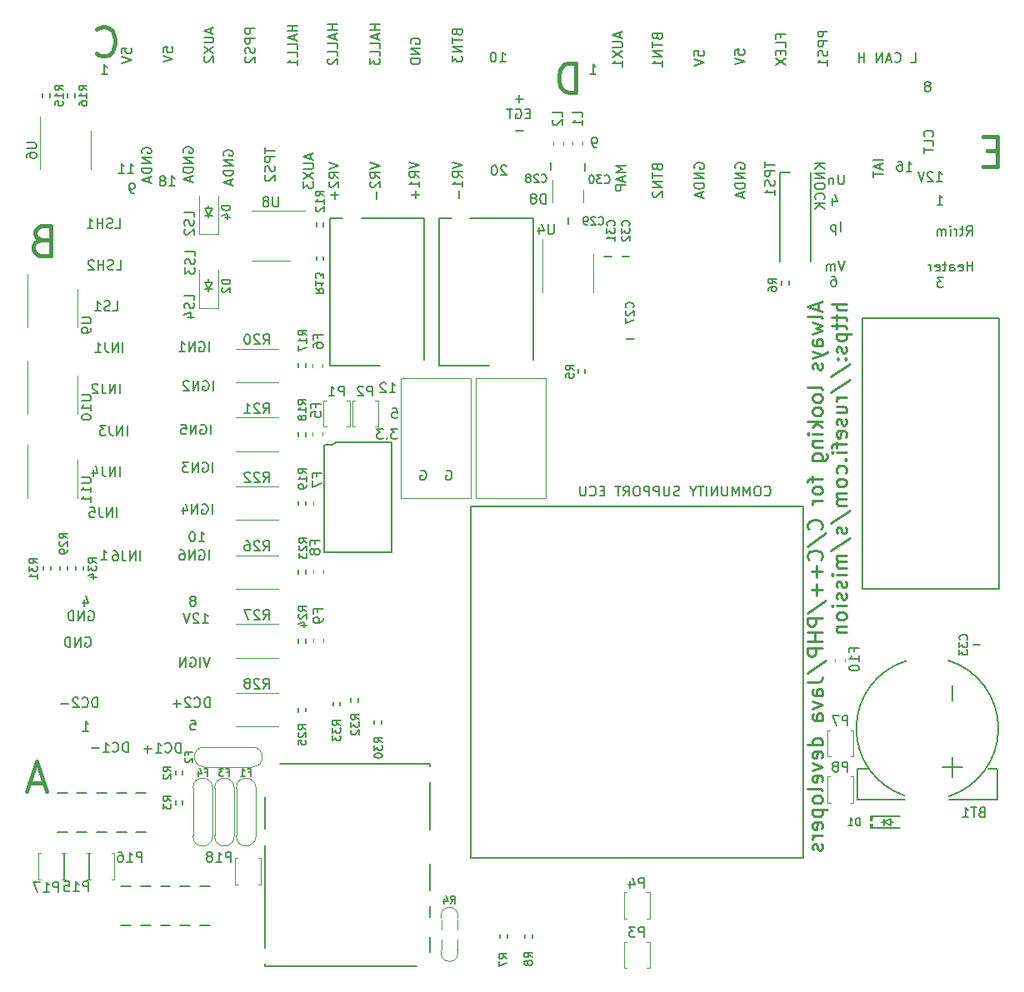
<source format=gbo>
G04 #@! TF.GenerationSoftware,KiCad,Pcbnew,7.0.11-7.0.11~ubuntu22.04.1*
G04 #@! TF.CreationDate,2024-03-04T11:54:43+00:00*
G04 #@! TF.ProjectId,uaefi,75616566-692e-46b6-9963-61645f706362,B*
G04 #@! TF.SameCoordinates,Original*
G04 #@! TF.FileFunction,Legend,Bot*
G04 #@! TF.FilePolarity,Positive*
%FSLAX46Y46*%
G04 Gerber Fmt 4.6, Leading zero omitted, Abs format (unit mm)*
G04 Created by KiCad (PCBNEW 7.0.11-7.0.11~ubuntu22.04.1) date 2024-03-04 11:54:43*
%MOMM*%
%LPD*%
G01*
G04 APERTURE LIST*
%ADD10C,0.150000*%
%ADD11C,0.450000*%
%ADD12C,0.250000*%
%ADD13C,0.127000*%
%ADD14C,0.170000*%
%ADD15C,0.120000*%
%ADD16C,0.200000*%
%ADD17C,0.099060*%
%ADD18C,0.150012*%
%ADD19C,0.203200*%
G04 APERTURE END LIST*
D10*
X39552438Y95111905D02*
X39504819Y95207143D01*
X39504819Y95207143D02*
X39504819Y95350000D01*
X39504819Y95350000D02*
X39552438Y95492857D01*
X39552438Y95492857D02*
X39647676Y95588095D01*
X39647676Y95588095D02*
X39742914Y95635714D01*
X39742914Y95635714D02*
X39933390Y95683333D01*
X39933390Y95683333D02*
X40076247Y95683333D01*
X40076247Y95683333D02*
X40266723Y95635714D01*
X40266723Y95635714D02*
X40361961Y95588095D01*
X40361961Y95588095D02*
X40457200Y95492857D01*
X40457200Y95492857D02*
X40504819Y95350000D01*
X40504819Y95350000D02*
X40504819Y95254762D01*
X40504819Y95254762D02*
X40457200Y95111905D01*
X40457200Y95111905D02*
X40409580Y95064286D01*
X40409580Y95064286D02*
X40076247Y95064286D01*
X40076247Y95064286D02*
X40076247Y95254762D01*
X40504819Y94635714D02*
X39504819Y94635714D01*
X39504819Y94635714D02*
X40504819Y94064286D01*
X40504819Y94064286D02*
X39504819Y94064286D01*
X40504819Y93588095D02*
X39504819Y93588095D01*
X39504819Y93588095D02*
X39504819Y93350000D01*
X39504819Y93350000D02*
X39552438Y93207143D01*
X39552438Y93207143D02*
X39647676Y93111905D01*
X39647676Y93111905D02*
X39742914Y93064286D01*
X39742914Y93064286D02*
X39933390Y93016667D01*
X39933390Y93016667D02*
X40076247Y93016667D01*
X40076247Y93016667D02*
X40266723Y93064286D01*
X40266723Y93064286D02*
X40361961Y93111905D01*
X40361961Y93111905D02*
X40457200Y93207143D01*
X40457200Y93207143D02*
X40504819Y93350000D01*
X40504819Y93350000D02*
X40504819Y93588095D01*
X6461904Y34747562D02*
X6557142Y34795181D01*
X6557142Y34795181D02*
X6699999Y34795181D01*
X6699999Y34795181D02*
X6842856Y34747562D01*
X6842856Y34747562D02*
X6938094Y34652324D01*
X6938094Y34652324D02*
X6985713Y34557086D01*
X6985713Y34557086D02*
X7033332Y34366610D01*
X7033332Y34366610D02*
X7033332Y34223753D01*
X7033332Y34223753D02*
X6985713Y34033277D01*
X6985713Y34033277D02*
X6938094Y33938039D01*
X6938094Y33938039D02*
X6842856Y33842800D01*
X6842856Y33842800D02*
X6699999Y33795181D01*
X6699999Y33795181D02*
X6604761Y33795181D01*
X6604761Y33795181D02*
X6461904Y33842800D01*
X6461904Y33842800D02*
X6414285Y33890420D01*
X6414285Y33890420D02*
X6414285Y34223753D01*
X6414285Y34223753D02*
X6604761Y34223753D01*
X5985713Y33795181D02*
X5985713Y34795181D01*
X5985713Y34795181D02*
X5414285Y33795181D01*
X5414285Y33795181D02*
X5414285Y34795181D01*
X4938094Y33795181D02*
X4938094Y34795181D01*
X4938094Y34795181D02*
X4699999Y34795181D01*
X4699999Y34795181D02*
X4557142Y34747562D01*
X4557142Y34747562D02*
X4461904Y34652324D01*
X4461904Y34652324D02*
X4414285Y34557086D01*
X4414285Y34557086D02*
X4366666Y34366610D01*
X4366666Y34366610D02*
X4366666Y34223753D01*
X4366666Y34223753D02*
X4414285Y34033277D01*
X4414285Y34033277D02*
X4461904Y33938039D01*
X4461904Y33938039D02*
X4557142Y33842800D01*
X4557142Y33842800D02*
X4699999Y33795181D01*
X4699999Y33795181D02*
X4938094Y33795181D01*
X14990476Y80645181D02*
X15561904Y80645181D01*
X15276190Y80645181D02*
X15276190Y81645181D01*
X15276190Y81645181D02*
X15371428Y81502324D01*
X15371428Y81502324D02*
X15466666Y81407086D01*
X15466666Y81407086D02*
X15561904Y81359467D01*
X14419047Y81216610D02*
X14514285Y81264229D01*
X14514285Y81264229D02*
X14561904Y81311848D01*
X14561904Y81311848D02*
X14609523Y81407086D01*
X14609523Y81407086D02*
X14609523Y81454705D01*
X14609523Y81454705D02*
X14561904Y81549943D01*
X14561904Y81549943D02*
X14514285Y81597562D01*
X14514285Y81597562D02*
X14419047Y81645181D01*
X14419047Y81645181D02*
X14228571Y81645181D01*
X14228571Y81645181D02*
X14133333Y81597562D01*
X14133333Y81597562D02*
X14085714Y81549943D01*
X14085714Y81549943D02*
X14038095Y81454705D01*
X14038095Y81454705D02*
X14038095Y81407086D01*
X14038095Y81407086D02*
X14085714Y81311848D01*
X14085714Y81311848D02*
X14133333Y81264229D01*
X14133333Y81264229D02*
X14228571Y81216610D01*
X14228571Y81216610D02*
X14419047Y81216610D01*
X14419047Y81216610D02*
X14514285Y81168991D01*
X14514285Y81168991D02*
X14561904Y81121372D01*
X14561904Y81121372D02*
X14609523Y81026134D01*
X14609523Y81026134D02*
X14609523Y80835658D01*
X14609523Y80835658D02*
X14561904Y80740420D01*
X14561904Y80740420D02*
X14514285Y80692800D01*
X14514285Y80692800D02*
X14419047Y80645181D01*
X14419047Y80645181D02*
X14228571Y80645181D01*
X14228571Y80645181D02*
X14133333Y80692800D01*
X14133333Y80692800D02*
X14085714Y80740420D01*
X14085714Y80740420D02*
X14038095Y80835658D01*
X14038095Y80835658D02*
X14038095Y81026134D01*
X14038095Y81026134D02*
X14085714Y81121372D01*
X14085714Y81121372D02*
X14133333Y81168991D01*
X14133333Y81168991D02*
X14228571Y81216610D01*
X36404819Y97050000D02*
X35404819Y97050000D01*
X35881009Y97050000D02*
X35881009Y96478572D01*
X36404819Y96478572D02*
X35404819Y96478572D01*
X36119104Y96050000D02*
X36119104Y95573810D01*
X36404819Y96145238D02*
X35404819Y95811905D01*
X35404819Y95811905D02*
X36404819Y95478572D01*
X36404819Y94669048D02*
X36404819Y95145238D01*
X36404819Y95145238D02*
X35404819Y95145238D01*
X36404819Y93859524D02*
X36404819Y94335714D01*
X36404819Y94335714D02*
X35404819Y94335714D01*
X35404819Y93621428D02*
X35404819Y93002381D01*
X35404819Y93002381D02*
X35785771Y93335714D01*
X35785771Y93335714D02*
X35785771Y93192857D01*
X35785771Y93192857D02*
X35833390Y93097619D01*
X35833390Y93097619D02*
X35881009Y93050000D01*
X35881009Y93050000D02*
X35976247Y93002381D01*
X35976247Y93002381D02*
X36214342Y93002381D01*
X36214342Y93002381D02*
X36309580Y93050000D01*
X36309580Y93050000D02*
X36357200Y93097619D01*
X36357200Y93097619D02*
X36404819Y93192857D01*
X36404819Y93192857D02*
X36404819Y93478571D01*
X36404819Y93478571D02*
X36357200Y93573809D01*
X36357200Y93573809D02*
X36309580Y93621428D01*
X17161904Y26345181D02*
X17638094Y26345181D01*
X17638094Y26345181D02*
X17685713Y25868991D01*
X17685713Y25868991D02*
X17638094Y25916610D01*
X17638094Y25916610D02*
X17542856Y25964229D01*
X17542856Y25964229D02*
X17304761Y25964229D01*
X17304761Y25964229D02*
X17209523Y25916610D01*
X17209523Y25916610D02*
X17161904Y25868991D01*
X17161904Y25868991D02*
X17114285Y25773753D01*
X17114285Y25773753D02*
X17114285Y25535658D01*
X17114285Y25535658D02*
X17161904Y25440420D01*
X17161904Y25440420D02*
X17209523Y25392800D01*
X17209523Y25392800D02*
X17304761Y25345181D01*
X17304761Y25345181D02*
X17542856Y25345181D01*
X17542856Y25345181D02*
X17638094Y25392800D01*
X17638094Y25392800D02*
X17685713Y25440420D01*
X19107142Y27645181D02*
X19107142Y28645181D01*
X19107142Y28645181D02*
X18869047Y28645181D01*
X18869047Y28645181D02*
X18726190Y28597562D01*
X18726190Y28597562D02*
X18630952Y28502324D01*
X18630952Y28502324D02*
X18583333Y28407086D01*
X18583333Y28407086D02*
X18535714Y28216610D01*
X18535714Y28216610D02*
X18535714Y28073753D01*
X18535714Y28073753D02*
X18583333Y27883277D01*
X18583333Y27883277D02*
X18630952Y27788039D01*
X18630952Y27788039D02*
X18726190Y27692800D01*
X18726190Y27692800D02*
X18869047Y27645181D01*
X18869047Y27645181D02*
X19107142Y27645181D01*
X17535714Y27740420D02*
X17583333Y27692800D01*
X17583333Y27692800D02*
X17726190Y27645181D01*
X17726190Y27645181D02*
X17821428Y27645181D01*
X17821428Y27645181D02*
X17964285Y27692800D01*
X17964285Y27692800D02*
X18059523Y27788039D01*
X18059523Y27788039D02*
X18107142Y27883277D01*
X18107142Y27883277D02*
X18154761Y28073753D01*
X18154761Y28073753D02*
X18154761Y28216610D01*
X18154761Y28216610D02*
X18107142Y28407086D01*
X18107142Y28407086D02*
X18059523Y28502324D01*
X18059523Y28502324D02*
X17964285Y28597562D01*
X17964285Y28597562D02*
X17821428Y28645181D01*
X17821428Y28645181D02*
X17726190Y28645181D01*
X17726190Y28645181D02*
X17583333Y28597562D01*
X17583333Y28597562D02*
X17535714Y28549943D01*
X17154761Y28549943D02*
X17107142Y28597562D01*
X17107142Y28597562D02*
X17011904Y28645181D01*
X17011904Y28645181D02*
X16773809Y28645181D01*
X16773809Y28645181D02*
X16678571Y28597562D01*
X16678571Y28597562D02*
X16630952Y28549943D01*
X16630952Y28549943D02*
X16583333Y28454705D01*
X16583333Y28454705D02*
X16583333Y28359467D01*
X16583333Y28359467D02*
X16630952Y28216610D01*
X16630952Y28216610D02*
X17202380Y27645181D01*
X17202380Y27645181D02*
X16583333Y27645181D01*
X16154761Y28026134D02*
X15392857Y28026134D01*
X15773809Y27645181D02*
X15773809Y28407086D01*
X9980951Y59545181D02*
X9980951Y60545181D01*
X9504761Y59545181D02*
X9504761Y60545181D01*
X9504761Y60545181D02*
X8933333Y59545181D01*
X8933333Y59545181D02*
X8933333Y60545181D01*
X8171428Y60545181D02*
X8171428Y59830896D01*
X8171428Y59830896D02*
X8219047Y59688039D01*
X8219047Y59688039D02*
X8314285Y59592800D01*
X8314285Y59592800D02*
X8457142Y59545181D01*
X8457142Y59545181D02*
X8552380Y59545181D01*
X7742856Y60449943D02*
X7695237Y60497562D01*
X7695237Y60497562D02*
X7599999Y60545181D01*
X7599999Y60545181D02*
X7361904Y60545181D01*
X7361904Y60545181D02*
X7266666Y60497562D01*
X7266666Y60497562D02*
X7219047Y60449943D01*
X7219047Y60449943D02*
X7171428Y60354705D01*
X7171428Y60354705D02*
X7171428Y60259467D01*
X7171428Y60259467D02*
X7219047Y60116610D01*
X7219047Y60116610D02*
X7790475Y59545181D01*
X7790475Y59545181D02*
X7171428Y59545181D01*
X39404819Y83078571D02*
X40404819Y82745238D01*
X40404819Y82745238D02*
X39404819Y82411905D01*
X40404819Y81507143D02*
X39928628Y81840476D01*
X40404819Y82078571D02*
X39404819Y82078571D01*
X39404819Y82078571D02*
X39404819Y81697619D01*
X39404819Y81697619D02*
X39452438Y81602381D01*
X39452438Y81602381D02*
X39500057Y81554762D01*
X39500057Y81554762D02*
X39595295Y81507143D01*
X39595295Y81507143D02*
X39738152Y81507143D01*
X39738152Y81507143D02*
X39833390Y81554762D01*
X39833390Y81554762D02*
X39881009Y81602381D01*
X39881009Y81602381D02*
X39928628Y81697619D01*
X39928628Y81697619D02*
X39928628Y82078571D01*
X40404819Y80554762D02*
X40404819Y81126190D01*
X40404819Y80840476D02*
X39404819Y80840476D01*
X39404819Y80840476D02*
X39547676Y80935714D01*
X39547676Y80935714D02*
X39642914Y81030952D01*
X39642914Y81030952D02*
X39690533Y81126190D01*
X40023866Y80126190D02*
X40023866Y79364285D01*
X40404819Y79745238D02*
X39642914Y79745238D01*
X82309523Y71445181D02*
X82499999Y71445181D01*
X82499999Y71445181D02*
X82595237Y71397562D01*
X82595237Y71397562D02*
X82642856Y71349943D01*
X82642856Y71349943D02*
X82738094Y71207086D01*
X82738094Y71207086D02*
X82785713Y71016610D01*
X82785713Y71016610D02*
X82785713Y70635658D01*
X82785713Y70635658D02*
X82738094Y70540420D01*
X82738094Y70540420D02*
X82690475Y70492800D01*
X82690475Y70492800D02*
X82595237Y70445181D01*
X82595237Y70445181D02*
X82404761Y70445181D01*
X82404761Y70445181D02*
X82309523Y70492800D01*
X82309523Y70492800D02*
X82261904Y70540420D01*
X82261904Y70540420D02*
X82214285Y70635658D01*
X82214285Y70635658D02*
X82214285Y70873753D01*
X82214285Y70873753D02*
X82261904Y70968991D01*
X82261904Y70968991D02*
X82309523Y71016610D01*
X82309523Y71016610D02*
X82404761Y71064229D01*
X82404761Y71064229D02*
X82595237Y71064229D01*
X82595237Y71064229D02*
X82690475Y71016610D01*
X82690475Y71016610D02*
X82738094Y70968991D01*
X82738094Y70968991D02*
X82785713Y70873753D01*
X10154819Y94140477D02*
X10154819Y94616667D01*
X10154819Y94616667D02*
X10631009Y94664286D01*
X10631009Y94664286D02*
X10583390Y94616667D01*
X10583390Y94616667D02*
X10535771Y94521429D01*
X10535771Y94521429D02*
X10535771Y94283334D01*
X10535771Y94283334D02*
X10583390Y94188096D01*
X10583390Y94188096D02*
X10631009Y94140477D01*
X10631009Y94140477D02*
X10726247Y94092858D01*
X10726247Y94092858D02*
X10964342Y94092858D01*
X10964342Y94092858D02*
X11059580Y94140477D01*
X11059580Y94140477D02*
X11107200Y94188096D01*
X11107200Y94188096D02*
X11154819Y94283334D01*
X11154819Y94283334D02*
X11154819Y94521429D01*
X11154819Y94521429D02*
X11107200Y94616667D01*
X11107200Y94616667D02*
X11059580Y94664286D01*
X10154819Y93807143D02*
X11154819Y93473810D01*
X11154819Y93473810D02*
X10154819Y93140477D01*
X38147618Y55945181D02*
X37528571Y55945181D01*
X37528571Y55945181D02*
X37861904Y55564229D01*
X37861904Y55564229D02*
X37719047Y55564229D01*
X37719047Y55564229D02*
X37623809Y55516610D01*
X37623809Y55516610D02*
X37576190Y55468991D01*
X37576190Y55468991D02*
X37528571Y55373753D01*
X37528571Y55373753D02*
X37528571Y55135658D01*
X37528571Y55135658D02*
X37576190Y55040420D01*
X37576190Y55040420D02*
X37623809Y54992800D01*
X37623809Y54992800D02*
X37719047Y54945181D01*
X37719047Y54945181D02*
X38004761Y54945181D01*
X38004761Y54945181D02*
X38099999Y54992800D01*
X38099999Y54992800D02*
X38147618Y55040420D01*
X37099999Y55040420D02*
X37052380Y54992800D01*
X37052380Y54992800D02*
X37099999Y54945181D01*
X37099999Y54945181D02*
X37147618Y54992800D01*
X37147618Y54992800D02*
X37099999Y55040420D01*
X37099999Y55040420D02*
X37099999Y54945181D01*
X36719047Y55945181D02*
X36100000Y55945181D01*
X36100000Y55945181D02*
X36433333Y55564229D01*
X36433333Y55564229D02*
X36290476Y55564229D01*
X36290476Y55564229D02*
X36195238Y55516610D01*
X36195238Y55516610D02*
X36147619Y55468991D01*
X36147619Y55468991D02*
X36100000Y55373753D01*
X36100000Y55373753D02*
X36100000Y55135658D01*
X36100000Y55135658D02*
X36147619Y55040420D01*
X36147619Y55040420D02*
X36195238Y54992800D01*
X36195238Y54992800D02*
X36290476Y54945181D01*
X36290476Y54945181D02*
X36576190Y54945181D01*
X36576190Y54945181D02*
X36671428Y54992800D01*
X36671428Y54992800D02*
X36719047Y55040420D01*
X18001237Y44500562D02*
X18572665Y44500562D01*
X18286951Y44500562D02*
X18286951Y45500562D01*
X18286951Y45500562D02*
X18382189Y45357705D01*
X18382189Y45357705D02*
X18477427Y45262467D01*
X18477427Y45262467D02*
X18572665Y45214848D01*
X17382189Y45500562D02*
X17286951Y45500562D01*
X17286951Y45500562D02*
X17191713Y45452943D01*
X17191713Y45452943D02*
X17144094Y45405324D01*
X17144094Y45405324D02*
X17096475Y45310086D01*
X17096475Y45310086D02*
X17048856Y45119610D01*
X17048856Y45119610D02*
X17048856Y44881515D01*
X17048856Y44881515D02*
X17096475Y44691039D01*
X17096475Y44691039D02*
X17144094Y44595801D01*
X17144094Y44595801D02*
X17191713Y44548181D01*
X17191713Y44548181D02*
X17286951Y44500562D01*
X17286951Y44500562D02*
X17382189Y44500562D01*
X17382189Y44500562D02*
X17477427Y44548181D01*
X17477427Y44548181D02*
X17525046Y44595801D01*
X17525046Y44595801D02*
X17572665Y44691039D01*
X17572665Y44691039D02*
X17620284Y44881515D01*
X17620284Y44881515D02*
X17620284Y45119610D01*
X17620284Y45119610D02*
X17572665Y45310086D01*
X17572665Y45310086D02*
X17525046Y45405324D01*
X17525046Y45405324D02*
X17477427Y45452943D01*
X17477427Y45452943D02*
X17382189Y45500562D01*
X6811904Y37397562D02*
X6907142Y37445181D01*
X6907142Y37445181D02*
X7049999Y37445181D01*
X7049999Y37445181D02*
X7192856Y37397562D01*
X7192856Y37397562D02*
X7288094Y37302324D01*
X7288094Y37302324D02*
X7335713Y37207086D01*
X7335713Y37207086D02*
X7383332Y37016610D01*
X7383332Y37016610D02*
X7383332Y36873753D01*
X7383332Y36873753D02*
X7335713Y36683277D01*
X7335713Y36683277D02*
X7288094Y36588039D01*
X7288094Y36588039D02*
X7192856Y36492800D01*
X7192856Y36492800D02*
X7049999Y36445181D01*
X7049999Y36445181D02*
X6954761Y36445181D01*
X6954761Y36445181D02*
X6811904Y36492800D01*
X6811904Y36492800D02*
X6764285Y36540420D01*
X6764285Y36540420D02*
X6764285Y36873753D01*
X6764285Y36873753D02*
X6954761Y36873753D01*
X6335713Y36445181D02*
X6335713Y37445181D01*
X6335713Y37445181D02*
X5764285Y36445181D01*
X5764285Y36445181D02*
X5764285Y37445181D01*
X5288094Y36445181D02*
X5288094Y37445181D01*
X5288094Y37445181D02*
X5049999Y37445181D01*
X5049999Y37445181D02*
X4907142Y37397562D01*
X4907142Y37397562D02*
X4811904Y37302324D01*
X4811904Y37302324D02*
X4764285Y37207086D01*
X4764285Y37207086D02*
X4716666Y37016610D01*
X4716666Y37016610D02*
X4716666Y36873753D01*
X4716666Y36873753D02*
X4764285Y36683277D01*
X4764285Y36683277D02*
X4811904Y36588039D01*
X4811904Y36588039D02*
X4907142Y36492800D01*
X4907142Y36492800D02*
X5049999Y36445181D01*
X5049999Y36445181D02*
X5288094Y36445181D01*
X17504819Y69042858D02*
X17504819Y69519048D01*
X17504819Y69519048D02*
X16504819Y69519048D01*
X17457200Y68757143D02*
X17504819Y68614286D01*
X17504819Y68614286D02*
X17504819Y68376191D01*
X17504819Y68376191D02*
X17457200Y68280953D01*
X17457200Y68280953D02*
X17409580Y68233334D01*
X17409580Y68233334D02*
X17314342Y68185715D01*
X17314342Y68185715D02*
X17219104Y68185715D01*
X17219104Y68185715D02*
X17123866Y68233334D01*
X17123866Y68233334D02*
X17076247Y68280953D01*
X17076247Y68280953D02*
X17028628Y68376191D01*
X17028628Y68376191D02*
X16981009Y68566667D01*
X16981009Y68566667D02*
X16933390Y68661905D01*
X16933390Y68661905D02*
X16885771Y68709524D01*
X16885771Y68709524D02*
X16790533Y68757143D01*
X16790533Y68757143D02*
X16695295Y68757143D01*
X16695295Y68757143D02*
X16600057Y68709524D01*
X16600057Y68709524D02*
X16552438Y68661905D01*
X16552438Y68661905D02*
X16504819Y68566667D01*
X16504819Y68566667D02*
X16504819Y68328572D01*
X16504819Y68328572D02*
X16552438Y68185715D01*
X16838152Y67328572D02*
X17504819Y67328572D01*
X16457200Y67566667D02*
X17171485Y67804762D01*
X17171485Y67804762D02*
X17171485Y67185715D01*
X64581009Y95809524D02*
X64628628Y95666667D01*
X64628628Y95666667D02*
X64676247Y95619048D01*
X64676247Y95619048D02*
X64771485Y95571429D01*
X64771485Y95571429D02*
X64914342Y95571429D01*
X64914342Y95571429D02*
X65009580Y95619048D01*
X65009580Y95619048D02*
X65057200Y95666667D01*
X65057200Y95666667D02*
X65104819Y95761905D01*
X65104819Y95761905D02*
X65104819Y96142857D01*
X65104819Y96142857D02*
X64104819Y96142857D01*
X64104819Y96142857D02*
X64104819Y95809524D01*
X64104819Y95809524D02*
X64152438Y95714286D01*
X64152438Y95714286D02*
X64200057Y95666667D01*
X64200057Y95666667D02*
X64295295Y95619048D01*
X64295295Y95619048D02*
X64390533Y95619048D01*
X64390533Y95619048D02*
X64485771Y95666667D01*
X64485771Y95666667D02*
X64533390Y95714286D01*
X64533390Y95714286D02*
X64581009Y95809524D01*
X64581009Y95809524D02*
X64581009Y96142857D01*
X64104819Y95285714D02*
X64104819Y94714286D01*
X65104819Y95000000D02*
X64104819Y95000000D01*
X65104819Y94380952D02*
X64104819Y94380952D01*
X64104819Y94380952D02*
X65104819Y93809524D01*
X65104819Y93809524D02*
X64104819Y93809524D01*
X65104819Y92809524D02*
X65104819Y93380952D01*
X65104819Y93095238D02*
X64104819Y93095238D01*
X64104819Y93095238D02*
X64247676Y93190476D01*
X64247676Y93190476D02*
X64342914Y93285714D01*
X64342914Y93285714D02*
X64390533Y93380952D01*
X11390475Y79945181D02*
X11199999Y79945181D01*
X11199999Y79945181D02*
X11104761Y79992800D01*
X11104761Y79992800D02*
X11057142Y80040420D01*
X11057142Y80040420D02*
X10961904Y80183277D01*
X10961904Y80183277D02*
X10914285Y80373753D01*
X10914285Y80373753D02*
X10914285Y80754705D01*
X10914285Y80754705D02*
X10961904Y80849943D01*
X10961904Y80849943D02*
X11009523Y80897562D01*
X11009523Y80897562D02*
X11104761Y80945181D01*
X11104761Y80945181D02*
X11295237Y80945181D01*
X11295237Y80945181D02*
X11390475Y80897562D01*
X11390475Y80897562D02*
X11438094Y80849943D01*
X11438094Y80849943D02*
X11485713Y80754705D01*
X11485713Y80754705D02*
X11485713Y80516610D01*
X11485713Y80516610D02*
X11438094Y80421372D01*
X11438094Y80421372D02*
X11390475Y80373753D01*
X11390475Y80373753D02*
X11295237Y80326134D01*
X11295237Y80326134D02*
X11104761Y80326134D01*
X11104761Y80326134D02*
X11009523Y80373753D01*
X11009523Y80373753D02*
X10961904Y80421372D01*
X10961904Y80421372D02*
X10914285Y80516610D01*
X35404819Y83028571D02*
X36404819Y82695238D01*
X36404819Y82695238D02*
X35404819Y82361905D01*
X36404819Y81457143D02*
X35928628Y81790476D01*
X36404819Y82028571D02*
X35404819Y82028571D01*
X35404819Y82028571D02*
X35404819Y81647619D01*
X35404819Y81647619D02*
X35452438Y81552381D01*
X35452438Y81552381D02*
X35500057Y81504762D01*
X35500057Y81504762D02*
X35595295Y81457143D01*
X35595295Y81457143D02*
X35738152Y81457143D01*
X35738152Y81457143D02*
X35833390Y81504762D01*
X35833390Y81504762D02*
X35881009Y81552381D01*
X35881009Y81552381D02*
X35928628Y81647619D01*
X35928628Y81647619D02*
X35928628Y82028571D01*
X35500057Y81076190D02*
X35452438Y81028571D01*
X35452438Y81028571D02*
X35404819Y80933333D01*
X35404819Y80933333D02*
X35404819Y80695238D01*
X35404819Y80695238D02*
X35452438Y80600000D01*
X35452438Y80600000D02*
X35500057Y80552381D01*
X35500057Y80552381D02*
X35595295Y80504762D01*
X35595295Y80504762D02*
X35690533Y80504762D01*
X35690533Y80504762D02*
X35833390Y80552381D01*
X35833390Y80552381D02*
X36404819Y81123809D01*
X36404819Y81123809D02*
X36404819Y80504762D01*
X36023866Y80076190D02*
X36023866Y79314285D01*
X10790476Y81945181D02*
X11361904Y81945181D01*
X11076190Y81945181D02*
X11076190Y82945181D01*
X11076190Y82945181D02*
X11171428Y82802324D01*
X11171428Y82802324D02*
X11266666Y82707086D01*
X11266666Y82707086D02*
X11361904Y82659467D01*
X9838095Y81945181D02*
X10409523Y81945181D01*
X10123809Y81945181D02*
X10123809Y82945181D01*
X10123809Y82945181D02*
X10219047Y82802324D01*
X10219047Y82802324D02*
X10314285Y82707086D01*
X10314285Y82707086D02*
X10409523Y82659467D01*
X28004819Y96950000D02*
X27004819Y96950000D01*
X27481009Y96950000D02*
X27481009Y96378572D01*
X28004819Y96378572D02*
X27004819Y96378572D01*
X27719104Y95950000D02*
X27719104Y95473810D01*
X28004819Y96045238D02*
X27004819Y95711905D01*
X27004819Y95711905D02*
X28004819Y95378572D01*
X28004819Y94569048D02*
X28004819Y95045238D01*
X28004819Y95045238D02*
X27004819Y95045238D01*
X28004819Y93759524D02*
X28004819Y94235714D01*
X28004819Y94235714D02*
X27004819Y94235714D01*
X28004819Y92902381D02*
X28004819Y93473809D01*
X28004819Y93188095D02*
X27004819Y93188095D01*
X27004819Y93188095D02*
X27147676Y93283333D01*
X27147676Y93283333D02*
X27242914Y93378571D01*
X27242914Y93378571D02*
X27290533Y93473809D01*
X6309523Y38611848D02*
X6309523Y37945181D01*
X6547618Y38992800D02*
X6785713Y38278515D01*
X6785713Y38278515D02*
X6166666Y38278515D01*
D11*
X1935714Y75156972D02*
X1507142Y75014115D01*
X1507142Y75014115D02*
X1364285Y74871258D01*
X1364285Y74871258D02*
X1221428Y74585543D01*
X1221428Y74585543D02*
X1221428Y74156972D01*
X1221428Y74156972D02*
X1364285Y73871258D01*
X1364285Y73871258D02*
X1507142Y73728400D01*
X1507142Y73728400D02*
X1792857Y73585543D01*
X1792857Y73585543D02*
X2935714Y73585543D01*
X2935714Y73585543D02*
X2935714Y76585543D01*
X2935714Y76585543D02*
X1935714Y76585543D01*
X1935714Y76585543D02*
X1650000Y76442686D01*
X1650000Y76442686D02*
X1507142Y76299829D01*
X1507142Y76299829D02*
X1364285Y76014115D01*
X1364285Y76014115D02*
X1364285Y75728400D01*
X1364285Y75728400D02*
X1507142Y75442686D01*
X1507142Y75442686D02*
X1650000Y75299829D01*
X1650000Y75299829D02*
X1935714Y75156972D01*
X1935714Y75156972D02*
X2935714Y75156972D01*
D10*
X96640476Y71995181D02*
X96640476Y72995181D01*
X96640476Y72518991D02*
X96069048Y72518991D01*
X96069048Y71995181D02*
X96069048Y72995181D01*
X95211905Y72042800D02*
X95307143Y71995181D01*
X95307143Y71995181D02*
X95497619Y71995181D01*
X95497619Y71995181D02*
X95592857Y72042800D01*
X95592857Y72042800D02*
X95640476Y72138039D01*
X95640476Y72138039D02*
X95640476Y72518991D01*
X95640476Y72518991D02*
X95592857Y72614229D01*
X95592857Y72614229D02*
X95497619Y72661848D01*
X95497619Y72661848D02*
X95307143Y72661848D01*
X95307143Y72661848D02*
X95211905Y72614229D01*
X95211905Y72614229D02*
X95164286Y72518991D01*
X95164286Y72518991D02*
X95164286Y72423753D01*
X95164286Y72423753D02*
X95640476Y72328515D01*
X94307143Y71995181D02*
X94307143Y72518991D01*
X94307143Y72518991D02*
X94354762Y72614229D01*
X94354762Y72614229D02*
X94450000Y72661848D01*
X94450000Y72661848D02*
X94640476Y72661848D01*
X94640476Y72661848D02*
X94735714Y72614229D01*
X94307143Y72042800D02*
X94402381Y71995181D01*
X94402381Y71995181D02*
X94640476Y71995181D01*
X94640476Y71995181D02*
X94735714Y72042800D01*
X94735714Y72042800D02*
X94783333Y72138039D01*
X94783333Y72138039D02*
X94783333Y72233277D01*
X94783333Y72233277D02*
X94735714Y72328515D01*
X94735714Y72328515D02*
X94640476Y72376134D01*
X94640476Y72376134D02*
X94402381Y72376134D01*
X94402381Y72376134D02*
X94307143Y72423753D01*
X93973809Y72661848D02*
X93592857Y72661848D01*
X93830952Y72995181D02*
X93830952Y72138039D01*
X93830952Y72138039D02*
X93783333Y72042800D01*
X93783333Y72042800D02*
X93688095Y71995181D01*
X93688095Y71995181D02*
X93592857Y71995181D01*
X92878571Y72042800D02*
X92973809Y71995181D01*
X92973809Y71995181D02*
X93164285Y71995181D01*
X93164285Y71995181D02*
X93259523Y72042800D01*
X93259523Y72042800D02*
X93307142Y72138039D01*
X93307142Y72138039D02*
X93307142Y72518991D01*
X93307142Y72518991D02*
X93259523Y72614229D01*
X93259523Y72614229D02*
X93164285Y72661848D01*
X93164285Y72661848D02*
X92973809Y72661848D01*
X92973809Y72661848D02*
X92878571Y72614229D01*
X92878571Y72614229D02*
X92830952Y72518991D01*
X92830952Y72518991D02*
X92830952Y72423753D01*
X92830952Y72423753D02*
X93307142Y72328515D01*
X92402380Y71995181D02*
X92402380Y72661848D01*
X92402380Y72471372D02*
X92354761Y72566610D01*
X92354761Y72566610D02*
X92307142Y72614229D01*
X92307142Y72614229D02*
X92211904Y72661848D01*
X92211904Y72661848D02*
X92116666Y72661848D01*
X93633332Y71345181D02*
X93014285Y71345181D01*
X93014285Y71345181D02*
X93347618Y70964229D01*
X93347618Y70964229D02*
X93204761Y70964229D01*
X93204761Y70964229D02*
X93109523Y70916610D01*
X93109523Y70916610D02*
X93061904Y70868991D01*
X93061904Y70868991D02*
X93014285Y70773753D01*
X93014285Y70773753D02*
X93014285Y70535658D01*
X93014285Y70535658D02*
X93061904Y70440420D01*
X93061904Y70440420D02*
X93109523Y70392800D01*
X93109523Y70392800D02*
X93204761Y70345181D01*
X93204761Y70345181D02*
X93490475Y70345181D01*
X93490475Y70345181D02*
X93585713Y70392800D01*
X93585713Y70392800D02*
X93633332Y70440420D01*
X17604819Y73542858D02*
X17604819Y74019048D01*
X17604819Y74019048D02*
X16604819Y74019048D01*
X17557200Y73257143D02*
X17604819Y73114286D01*
X17604819Y73114286D02*
X17604819Y72876191D01*
X17604819Y72876191D02*
X17557200Y72780953D01*
X17557200Y72780953D02*
X17509580Y72733334D01*
X17509580Y72733334D02*
X17414342Y72685715D01*
X17414342Y72685715D02*
X17319104Y72685715D01*
X17319104Y72685715D02*
X17223866Y72733334D01*
X17223866Y72733334D02*
X17176247Y72780953D01*
X17176247Y72780953D02*
X17128628Y72876191D01*
X17128628Y72876191D02*
X17081009Y73066667D01*
X17081009Y73066667D02*
X17033390Y73161905D01*
X17033390Y73161905D02*
X16985771Y73209524D01*
X16985771Y73209524D02*
X16890533Y73257143D01*
X16890533Y73257143D02*
X16795295Y73257143D01*
X16795295Y73257143D02*
X16700057Y73209524D01*
X16700057Y73209524D02*
X16652438Y73161905D01*
X16652438Y73161905D02*
X16604819Y73066667D01*
X16604819Y73066667D02*
X16604819Y72828572D01*
X16604819Y72828572D02*
X16652438Y72685715D01*
X16604819Y72352381D02*
X16604819Y71733334D01*
X16604819Y71733334D02*
X16985771Y72066667D01*
X16985771Y72066667D02*
X16985771Y71923810D01*
X16985771Y71923810D02*
X17033390Y71828572D01*
X17033390Y71828572D02*
X17081009Y71780953D01*
X17081009Y71780953D02*
X17176247Y71733334D01*
X17176247Y71733334D02*
X17414342Y71733334D01*
X17414342Y71733334D02*
X17509580Y71780953D01*
X17509580Y71780953D02*
X17557200Y71828572D01*
X17557200Y71828572D02*
X17604819Y71923810D01*
X17604819Y71923810D02*
X17604819Y72209524D01*
X17604819Y72209524D02*
X17557200Y72304762D01*
X17557200Y72304762D02*
X17509580Y72352381D01*
X72454819Y93990477D02*
X72454819Y94466667D01*
X72454819Y94466667D02*
X72931009Y94514286D01*
X72931009Y94514286D02*
X72883390Y94466667D01*
X72883390Y94466667D02*
X72835771Y94371429D01*
X72835771Y94371429D02*
X72835771Y94133334D01*
X72835771Y94133334D02*
X72883390Y94038096D01*
X72883390Y94038096D02*
X72931009Y93990477D01*
X72931009Y93990477D02*
X73026247Y93942858D01*
X73026247Y93942858D02*
X73264342Y93942858D01*
X73264342Y93942858D02*
X73359580Y93990477D01*
X73359580Y93990477D02*
X73407200Y94038096D01*
X73407200Y94038096D02*
X73454819Y94133334D01*
X73454819Y94133334D02*
X73454819Y94371429D01*
X73454819Y94371429D02*
X73407200Y94466667D01*
X73407200Y94466667D02*
X73359580Y94514286D01*
X72454819Y93657143D02*
X73454819Y93323810D01*
X73454819Y93323810D02*
X72454819Y92990477D01*
D12*
X80944857Y68749813D02*
X80944857Y68035527D01*
X81373428Y68892670D02*
X79873428Y68392670D01*
X79873428Y68392670D02*
X81373428Y67892670D01*
X81373428Y67178385D02*
X81302000Y67321242D01*
X81302000Y67321242D02*
X81159142Y67392671D01*
X81159142Y67392671D02*
X79873428Y67392671D01*
X80373428Y66749814D02*
X81373428Y66464099D01*
X81373428Y66464099D02*
X80659142Y66178385D01*
X80659142Y66178385D02*
X81373428Y65892671D01*
X81373428Y65892671D02*
X80373428Y65606957D01*
X81373428Y64392670D02*
X80587714Y64392670D01*
X80587714Y64392670D02*
X80444857Y64464099D01*
X80444857Y64464099D02*
X80373428Y64606956D01*
X80373428Y64606956D02*
X80373428Y64892670D01*
X80373428Y64892670D02*
X80444857Y65035528D01*
X81302000Y64392670D02*
X81373428Y64535528D01*
X81373428Y64535528D02*
X81373428Y64892670D01*
X81373428Y64892670D02*
X81302000Y65035528D01*
X81302000Y65035528D02*
X81159142Y65106956D01*
X81159142Y65106956D02*
X81016285Y65106956D01*
X81016285Y65106956D02*
X80873428Y65035528D01*
X80873428Y65035528D02*
X80802000Y64892670D01*
X80802000Y64892670D02*
X80802000Y64535528D01*
X80802000Y64535528D02*
X80730571Y64392670D01*
X80373428Y63821242D02*
X81373428Y63464099D01*
X80373428Y63106956D02*
X81373428Y63464099D01*
X81373428Y63464099D02*
X81730571Y63606956D01*
X81730571Y63606956D02*
X81802000Y63678385D01*
X81802000Y63678385D02*
X81873428Y63821242D01*
X81302000Y62606956D02*
X81373428Y62464099D01*
X81373428Y62464099D02*
X81373428Y62178385D01*
X81373428Y62178385D02*
X81302000Y62035528D01*
X81302000Y62035528D02*
X81159142Y61964099D01*
X81159142Y61964099D02*
X81087714Y61964099D01*
X81087714Y61964099D02*
X80944857Y62035528D01*
X80944857Y62035528D02*
X80873428Y62178385D01*
X80873428Y62178385D02*
X80873428Y62392670D01*
X80873428Y62392670D02*
X80802000Y62535528D01*
X80802000Y62535528D02*
X80659142Y62606956D01*
X80659142Y62606956D02*
X80587714Y62606956D01*
X80587714Y62606956D02*
X80444857Y62535528D01*
X80444857Y62535528D02*
X80373428Y62392670D01*
X80373428Y62392670D02*
X80373428Y62178385D01*
X80373428Y62178385D02*
X80444857Y62035528D01*
X81373428Y59964099D02*
X81302000Y60106956D01*
X81302000Y60106956D02*
X81159142Y60178385D01*
X81159142Y60178385D02*
X79873428Y60178385D01*
X81373428Y59178385D02*
X81302000Y59321242D01*
X81302000Y59321242D02*
X81230571Y59392671D01*
X81230571Y59392671D02*
X81087714Y59464099D01*
X81087714Y59464099D02*
X80659142Y59464099D01*
X80659142Y59464099D02*
X80516285Y59392671D01*
X80516285Y59392671D02*
X80444857Y59321242D01*
X80444857Y59321242D02*
X80373428Y59178385D01*
X80373428Y59178385D02*
X80373428Y58964099D01*
X80373428Y58964099D02*
X80444857Y58821242D01*
X80444857Y58821242D02*
X80516285Y58749813D01*
X80516285Y58749813D02*
X80659142Y58678385D01*
X80659142Y58678385D02*
X81087714Y58678385D01*
X81087714Y58678385D02*
X81230571Y58749813D01*
X81230571Y58749813D02*
X81302000Y58821242D01*
X81302000Y58821242D02*
X81373428Y58964099D01*
X81373428Y58964099D02*
X81373428Y59178385D01*
X81373428Y57821242D02*
X81302000Y57964099D01*
X81302000Y57964099D02*
X81230571Y58035528D01*
X81230571Y58035528D02*
X81087714Y58106956D01*
X81087714Y58106956D02*
X80659142Y58106956D01*
X80659142Y58106956D02*
X80516285Y58035528D01*
X80516285Y58035528D02*
X80444857Y57964099D01*
X80444857Y57964099D02*
X80373428Y57821242D01*
X80373428Y57821242D02*
X80373428Y57606956D01*
X80373428Y57606956D02*
X80444857Y57464099D01*
X80444857Y57464099D02*
X80516285Y57392670D01*
X80516285Y57392670D02*
X80659142Y57321242D01*
X80659142Y57321242D02*
X81087714Y57321242D01*
X81087714Y57321242D02*
X81230571Y57392670D01*
X81230571Y57392670D02*
X81302000Y57464099D01*
X81302000Y57464099D02*
X81373428Y57606956D01*
X81373428Y57606956D02*
X81373428Y57821242D01*
X81373428Y56678385D02*
X79873428Y56678385D01*
X80802000Y56535527D02*
X81373428Y56106956D01*
X80373428Y56106956D02*
X80944857Y56678385D01*
X81373428Y55464099D02*
X80373428Y55464099D01*
X79873428Y55464099D02*
X79944857Y55535527D01*
X79944857Y55535527D02*
X80016285Y55464099D01*
X80016285Y55464099D02*
X79944857Y55392670D01*
X79944857Y55392670D02*
X79873428Y55464099D01*
X79873428Y55464099D02*
X80016285Y55464099D01*
X80373428Y54749813D02*
X81373428Y54749813D01*
X80516285Y54749813D02*
X80444857Y54678384D01*
X80444857Y54678384D02*
X80373428Y54535527D01*
X80373428Y54535527D02*
X80373428Y54321241D01*
X80373428Y54321241D02*
X80444857Y54178384D01*
X80444857Y54178384D02*
X80587714Y54106955D01*
X80587714Y54106955D02*
X81373428Y54106955D01*
X80373428Y52749812D02*
X81587714Y52749812D01*
X81587714Y52749812D02*
X81730571Y52821241D01*
X81730571Y52821241D02*
X81802000Y52892670D01*
X81802000Y52892670D02*
X81873428Y53035527D01*
X81873428Y53035527D02*
X81873428Y53249812D01*
X81873428Y53249812D02*
X81802000Y53392670D01*
X81302000Y52749812D02*
X81373428Y52892670D01*
X81373428Y52892670D02*
X81373428Y53178384D01*
X81373428Y53178384D02*
X81302000Y53321241D01*
X81302000Y53321241D02*
X81230571Y53392670D01*
X81230571Y53392670D02*
X81087714Y53464098D01*
X81087714Y53464098D02*
X80659142Y53464098D01*
X80659142Y53464098D02*
X80516285Y53392670D01*
X80516285Y53392670D02*
X80444857Y53321241D01*
X80444857Y53321241D02*
X80373428Y53178384D01*
X80373428Y53178384D02*
X80373428Y52892670D01*
X80373428Y52892670D02*
X80444857Y52749812D01*
X80373428Y51106955D02*
X80373428Y50535527D01*
X81373428Y50892670D02*
X80087714Y50892670D01*
X80087714Y50892670D02*
X79944857Y50821241D01*
X79944857Y50821241D02*
X79873428Y50678384D01*
X79873428Y50678384D02*
X79873428Y50535527D01*
X81373428Y49821241D02*
X81302000Y49964098D01*
X81302000Y49964098D02*
X81230571Y50035527D01*
X81230571Y50035527D02*
X81087714Y50106955D01*
X81087714Y50106955D02*
X80659142Y50106955D01*
X80659142Y50106955D02*
X80516285Y50035527D01*
X80516285Y50035527D02*
X80444857Y49964098D01*
X80444857Y49964098D02*
X80373428Y49821241D01*
X80373428Y49821241D02*
X80373428Y49606955D01*
X80373428Y49606955D02*
X80444857Y49464098D01*
X80444857Y49464098D02*
X80516285Y49392669D01*
X80516285Y49392669D02*
X80659142Y49321241D01*
X80659142Y49321241D02*
X81087714Y49321241D01*
X81087714Y49321241D02*
X81230571Y49392669D01*
X81230571Y49392669D02*
X81302000Y49464098D01*
X81302000Y49464098D02*
X81373428Y49606955D01*
X81373428Y49606955D02*
X81373428Y49821241D01*
X81373428Y48678384D02*
X80373428Y48678384D01*
X80659142Y48678384D02*
X80516285Y48606955D01*
X80516285Y48606955D02*
X80444857Y48535526D01*
X80444857Y48535526D02*
X80373428Y48392669D01*
X80373428Y48392669D02*
X80373428Y48249812D01*
X81230571Y45749813D02*
X81302000Y45821241D01*
X81302000Y45821241D02*
X81373428Y46035527D01*
X81373428Y46035527D02*
X81373428Y46178384D01*
X81373428Y46178384D02*
X81302000Y46392670D01*
X81302000Y46392670D02*
X81159142Y46535527D01*
X81159142Y46535527D02*
X81016285Y46606956D01*
X81016285Y46606956D02*
X80730571Y46678384D01*
X80730571Y46678384D02*
X80516285Y46678384D01*
X80516285Y46678384D02*
X80230571Y46606956D01*
X80230571Y46606956D02*
X80087714Y46535527D01*
X80087714Y46535527D02*
X79944857Y46392670D01*
X79944857Y46392670D02*
X79873428Y46178384D01*
X79873428Y46178384D02*
X79873428Y46035527D01*
X79873428Y46035527D02*
X79944857Y45821241D01*
X79944857Y45821241D02*
X80016285Y45749813D01*
X79802000Y44035527D02*
X81730571Y45321241D01*
X81230571Y42678384D02*
X81302000Y42749812D01*
X81302000Y42749812D02*
X81373428Y42964098D01*
X81373428Y42964098D02*
X81373428Y43106955D01*
X81373428Y43106955D02*
X81302000Y43321241D01*
X81302000Y43321241D02*
X81159142Y43464098D01*
X81159142Y43464098D02*
X81016285Y43535527D01*
X81016285Y43535527D02*
X80730571Y43606955D01*
X80730571Y43606955D02*
X80516285Y43606955D01*
X80516285Y43606955D02*
X80230571Y43535527D01*
X80230571Y43535527D02*
X80087714Y43464098D01*
X80087714Y43464098D02*
X79944857Y43321241D01*
X79944857Y43321241D02*
X79873428Y43106955D01*
X79873428Y43106955D02*
X79873428Y42964098D01*
X79873428Y42964098D02*
X79944857Y42749812D01*
X79944857Y42749812D02*
X80016285Y42678384D01*
X80802000Y42035527D02*
X80802000Y40892669D01*
X81373428Y41464098D02*
X80230571Y41464098D01*
X80802000Y40178384D02*
X80802000Y39035526D01*
X81373428Y39606955D02*
X80230571Y39606955D01*
X79802000Y37249812D02*
X81730571Y38535526D01*
X81373428Y36749812D02*
X79873428Y36749812D01*
X79873428Y36749812D02*
X79873428Y36178383D01*
X79873428Y36178383D02*
X79944857Y36035526D01*
X79944857Y36035526D02*
X80016285Y35964097D01*
X80016285Y35964097D02*
X80159142Y35892669D01*
X80159142Y35892669D02*
X80373428Y35892669D01*
X80373428Y35892669D02*
X80516285Y35964097D01*
X80516285Y35964097D02*
X80587714Y36035526D01*
X80587714Y36035526D02*
X80659142Y36178383D01*
X80659142Y36178383D02*
X80659142Y36749812D01*
X81373428Y35249812D02*
X79873428Y35249812D01*
X80587714Y35249812D02*
X80587714Y34392669D01*
X81373428Y34392669D02*
X79873428Y34392669D01*
X81373428Y33678383D02*
X79873428Y33678383D01*
X79873428Y33678383D02*
X79873428Y33106954D01*
X79873428Y33106954D02*
X79944857Y32964097D01*
X79944857Y32964097D02*
X80016285Y32892668D01*
X80016285Y32892668D02*
X80159142Y32821240D01*
X80159142Y32821240D02*
X80373428Y32821240D01*
X80373428Y32821240D02*
X80516285Y32892668D01*
X80516285Y32892668D02*
X80587714Y32964097D01*
X80587714Y32964097D02*
X80659142Y33106954D01*
X80659142Y33106954D02*
X80659142Y33678383D01*
X79802000Y31106954D02*
X81730571Y32392668D01*
X79873428Y30178382D02*
X80944857Y30178382D01*
X80944857Y30178382D02*
X81159142Y30249811D01*
X81159142Y30249811D02*
X81302000Y30392668D01*
X81302000Y30392668D02*
X81373428Y30606954D01*
X81373428Y30606954D02*
X81373428Y30749811D01*
X81373428Y28821239D02*
X80587714Y28821239D01*
X80587714Y28821239D02*
X80444857Y28892668D01*
X80444857Y28892668D02*
X80373428Y29035525D01*
X80373428Y29035525D02*
X80373428Y29321239D01*
X80373428Y29321239D02*
X80444857Y29464097D01*
X81302000Y28821239D02*
X81373428Y28964097D01*
X81373428Y28964097D02*
X81373428Y29321239D01*
X81373428Y29321239D02*
X81302000Y29464097D01*
X81302000Y29464097D02*
X81159142Y29535525D01*
X81159142Y29535525D02*
X81016285Y29535525D01*
X81016285Y29535525D02*
X80873428Y29464097D01*
X80873428Y29464097D02*
X80802000Y29321239D01*
X80802000Y29321239D02*
X80802000Y28964097D01*
X80802000Y28964097D02*
X80730571Y28821239D01*
X80373428Y28249811D02*
X81373428Y27892668D01*
X81373428Y27892668D02*
X80373428Y27535525D01*
X81373428Y26321239D02*
X80587714Y26321239D01*
X80587714Y26321239D02*
X80444857Y26392668D01*
X80444857Y26392668D02*
X80373428Y26535525D01*
X80373428Y26535525D02*
X80373428Y26821239D01*
X80373428Y26821239D02*
X80444857Y26964097D01*
X81302000Y26321239D02*
X81373428Y26464097D01*
X81373428Y26464097D02*
X81373428Y26821239D01*
X81373428Y26821239D02*
X81302000Y26964097D01*
X81302000Y26964097D02*
X81159142Y27035525D01*
X81159142Y27035525D02*
X81016285Y27035525D01*
X81016285Y27035525D02*
X80873428Y26964097D01*
X80873428Y26964097D02*
X80802000Y26821239D01*
X80802000Y26821239D02*
X80802000Y26464097D01*
X80802000Y26464097D02*
X80730571Y26321239D01*
X81373428Y23821239D02*
X79873428Y23821239D01*
X81302000Y23821239D02*
X81373428Y23964097D01*
X81373428Y23964097D02*
X81373428Y24249811D01*
X81373428Y24249811D02*
X81302000Y24392668D01*
X81302000Y24392668D02*
X81230571Y24464097D01*
X81230571Y24464097D02*
X81087714Y24535525D01*
X81087714Y24535525D02*
X80659142Y24535525D01*
X80659142Y24535525D02*
X80516285Y24464097D01*
X80516285Y24464097D02*
X80444857Y24392668D01*
X80444857Y24392668D02*
X80373428Y24249811D01*
X80373428Y24249811D02*
X80373428Y23964097D01*
X80373428Y23964097D02*
X80444857Y23821239D01*
X81302000Y22535525D02*
X81373428Y22678382D01*
X81373428Y22678382D02*
X81373428Y22964096D01*
X81373428Y22964096D02*
X81302000Y23106954D01*
X81302000Y23106954D02*
X81159142Y23178382D01*
X81159142Y23178382D02*
X80587714Y23178382D01*
X80587714Y23178382D02*
X80444857Y23106954D01*
X80444857Y23106954D02*
X80373428Y22964096D01*
X80373428Y22964096D02*
X80373428Y22678382D01*
X80373428Y22678382D02*
X80444857Y22535525D01*
X80444857Y22535525D02*
X80587714Y22464096D01*
X80587714Y22464096D02*
X80730571Y22464096D01*
X80730571Y22464096D02*
X80873428Y23178382D01*
X80373428Y21964097D02*
X81373428Y21606954D01*
X81373428Y21606954D02*
X80373428Y21249811D01*
X81302000Y20106954D02*
X81373428Y20249811D01*
X81373428Y20249811D02*
X81373428Y20535525D01*
X81373428Y20535525D02*
X81302000Y20678383D01*
X81302000Y20678383D02*
X81159142Y20749811D01*
X81159142Y20749811D02*
X80587714Y20749811D01*
X80587714Y20749811D02*
X80444857Y20678383D01*
X80444857Y20678383D02*
X80373428Y20535525D01*
X80373428Y20535525D02*
X80373428Y20249811D01*
X80373428Y20249811D02*
X80444857Y20106954D01*
X80444857Y20106954D02*
X80587714Y20035525D01*
X80587714Y20035525D02*
X80730571Y20035525D01*
X80730571Y20035525D02*
X80873428Y20749811D01*
X81373428Y19178383D02*
X81302000Y19321240D01*
X81302000Y19321240D02*
X81159142Y19392669D01*
X81159142Y19392669D02*
X79873428Y19392669D01*
X81373428Y18392669D02*
X81302000Y18535526D01*
X81302000Y18535526D02*
X81230571Y18606955D01*
X81230571Y18606955D02*
X81087714Y18678383D01*
X81087714Y18678383D02*
X80659142Y18678383D01*
X80659142Y18678383D02*
X80516285Y18606955D01*
X80516285Y18606955D02*
X80444857Y18535526D01*
X80444857Y18535526D02*
X80373428Y18392669D01*
X80373428Y18392669D02*
X80373428Y18178383D01*
X80373428Y18178383D02*
X80444857Y18035526D01*
X80444857Y18035526D02*
X80516285Y17964097D01*
X80516285Y17964097D02*
X80659142Y17892669D01*
X80659142Y17892669D02*
X81087714Y17892669D01*
X81087714Y17892669D02*
X81230571Y17964097D01*
X81230571Y17964097D02*
X81302000Y18035526D01*
X81302000Y18035526D02*
X81373428Y18178383D01*
X81373428Y18178383D02*
X81373428Y18392669D01*
X80373428Y17249812D02*
X81873428Y17249812D01*
X80444857Y17249812D02*
X80373428Y17106954D01*
X80373428Y17106954D02*
X80373428Y16821240D01*
X80373428Y16821240D02*
X80444857Y16678383D01*
X80444857Y16678383D02*
X80516285Y16606954D01*
X80516285Y16606954D02*
X80659142Y16535526D01*
X80659142Y16535526D02*
X81087714Y16535526D01*
X81087714Y16535526D02*
X81230571Y16606954D01*
X81230571Y16606954D02*
X81302000Y16678383D01*
X81302000Y16678383D02*
X81373428Y16821240D01*
X81373428Y16821240D02*
X81373428Y17106954D01*
X81373428Y17106954D02*
X81302000Y17249812D01*
X81302000Y15321240D02*
X81373428Y15464097D01*
X81373428Y15464097D02*
X81373428Y15749811D01*
X81373428Y15749811D02*
X81302000Y15892669D01*
X81302000Y15892669D02*
X81159142Y15964097D01*
X81159142Y15964097D02*
X80587714Y15964097D01*
X80587714Y15964097D02*
X80444857Y15892669D01*
X80444857Y15892669D02*
X80373428Y15749811D01*
X80373428Y15749811D02*
X80373428Y15464097D01*
X80373428Y15464097D02*
X80444857Y15321240D01*
X80444857Y15321240D02*
X80587714Y15249811D01*
X80587714Y15249811D02*
X80730571Y15249811D01*
X80730571Y15249811D02*
X80873428Y15964097D01*
X81373428Y14606955D02*
X80373428Y14606955D01*
X80659142Y14606955D02*
X80516285Y14535526D01*
X80516285Y14535526D02*
X80444857Y14464097D01*
X80444857Y14464097D02*
X80373428Y14321240D01*
X80373428Y14321240D02*
X80373428Y14178383D01*
X81302000Y13749812D02*
X81373428Y13606955D01*
X81373428Y13606955D02*
X81373428Y13321241D01*
X81373428Y13321241D02*
X81302000Y13178384D01*
X81302000Y13178384D02*
X81159142Y13106955D01*
X81159142Y13106955D02*
X81087714Y13106955D01*
X81087714Y13106955D02*
X80944857Y13178384D01*
X80944857Y13178384D02*
X80873428Y13321241D01*
X80873428Y13321241D02*
X80873428Y13535526D01*
X80873428Y13535526D02*
X80802000Y13678384D01*
X80802000Y13678384D02*
X80659142Y13749812D01*
X80659142Y13749812D02*
X80587714Y13749812D01*
X80587714Y13749812D02*
X80444857Y13678384D01*
X80444857Y13678384D02*
X80373428Y13535526D01*
X80373428Y13535526D02*
X80373428Y13321241D01*
X80373428Y13321241D02*
X80444857Y13178384D01*
X83788428Y68678385D02*
X82288428Y68678385D01*
X83788428Y68035527D02*
X83002714Y68035527D01*
X83002714Y68035527D02*
X82859857Y68106956D01*
X82859857Y68106956D02*
X82788428Y68249813D01*
X82788428Y68249813D02*
X82788428Y68464099D01*
X82788428Y68464099D02*
X82859857Y68606956D01*
X82859857Y68606956D02*
X82931285Y68678385D01*
X82788428Y67535527D02*
X82788428Y66964099D01*
X82288428Y67321242D02*
X83574142Y67321242D01*
X83574142Y67321242D02*
X83717000Y67249813D01*
X83717000Y67249813D02*
X83788428Y67106956D01*
X83788428Y67106956D02*
X83788428Y66964099D01*
X82788428Y66678384D02*
X82788428Y66106956D01*
X82288428Y66464099D02*
X83574142Y66464099D01*
X83574142Y66464099D02*
X83717000Y66392670D01*
X83717000Y66392670D02*
X83788428Y66249813D01*
X83788428Y66249813D02*
X83788428Y66106956D01*
X82788428Y65606956D02*
X84288428Y65606956D01*
X82859857Y65606956D02*
X82788428Y65464098D01*
X82788428Y65464098D02*
X82788428Y65178384D01*
X82788428Y65178384D02*
X82859857Y65035527D01*
X82859857Y65035527D02*
X82931285Y64964098D01*
X82931285Y64964098D02*
X83074142Y64892670D01*
X83074142Y64892670D02*
X83502714Y64892670D01*
X83502714Y64892670D02*
X83645571Y64964098D01*
X83645571Y64964098D02*
X83717000Y65035527D01*
X83717000Y65035527D02*
X83788428Y65178384D01*
X83788428Y65178384D02*
X83788428Y65464098D01*
X83788428Y65464098D02*
X83717000Y65606956D01*
X83717000Y64321241D02*
X83788428Y64178384D01*
X83788428Y64178384D02*
X83788428Y63892670D01*
X83788428Y63892670D02*
X83717000Y63749813D01*
X83717000Y63749813D02*
X83574142Y63678384D01*
X83574142Y63678384D02*
X83502714Y63678384D01*
X83502714Y63678384D02*
X83359857Y63749813D01*
X83359857Y63749813D02*
X83288428Y63892670D01*
X83288428Y63892670D02*
X83288428Y64106955D01*
X83288428Y64106955D02*
X83217000Y64249813D01*
X83217000Y64249813D02*
X83074142Y64321241D01*
X83074142Y64321241D02*
X83002714Y64321241D01*
X83002714Y64321241D02*
X82859857Y64249813D01*
X82859857Y64249813D02*
X82788428Y64106955D01*
X82788428Y64106955D02*
X82788428Y63892670D01*
X82788428Y63892670D02*
X82859857Y63749813D01*
X83645571Y63035527D02*
X83717000Y62964098D01*
X83717000Y62964098D02*
X83788428Y63035527D01*
X83788428Y63035527D02*
X83717000Y63106955D01*
X83717000Y63106955D02*
X83645571Y63035527D01*
X83645571Y63035527D02*
X83788428Y63035527D01*
X82859857Y63035527D02*
X82931285Y62964098D01*
X82931285Y62964098D02*
X83002714Y63035527D01*
X83002714Y63035527D02*
X82931285Y63106955D01*
X82931285Y63106955D02*
X82859857Y63035527D01*
X82859857Y63035527D02*
X83002714Y63035527D01*
X82217000Y61249812D02*
X84145571Y62535526D01*
X82217000Y59678383D02*
X84145571Y60964097D01*
X83788428Y59178383D02*
X82788428Y59178383D01*
X83074142Y59178383D02*
X82931285Y59106954D01*
X82931285Y59106954D02*
X82859857Y59035525D01*
X82859857Y59035525D02*
X82788428Y58892668D01*
X82788428Y58892668D02*
X82788428Y58749811D01*
X82788428Y57606954D02*
X83788428Y57606954D01*
X82788428Y58249812D02*
X83574142Y58249812D01*
X83574142Y58249812D02*
X83717000Y58178383D01*
X83717000Y58178383D02*
X83788428Y58035526D01*
X83788428Y58035526D02*
X83788428Y57821240D01*
X83788428Y57821240D02*
X83717000Y57678383D01*
X83717000Y57678383D02*
X83645571Y57606954D01*
X83717000Y56964097D02*
X83788428Y56821240D01*
X83788428Y56821240D02*
X83788428Y56535526D01*
X83788428Y56535526D02*
X83717000Y56392669D01*
X83717000Y56392669D02*
X83574142Y56321240D01*
X83574142Y56321240D02*
X83502714Y56321240D01*
X83502714Y56321240D02*
X83359857Y56392669D01*
X83359857Y56392669D02*
X83288428Y56535526D01*
X83288428Y56535526D02*
X83288428Y56749811D01*
X83288428Y56749811D02*
X83217000Y56892669D01*
X83217000Y56892669D02*
X83074142Y56964097D01*
X83074142Y56964097D02*
X83002714Y56964097D01*
X83002714Y56964097D02*
X82859857Y56892669D01*
X82859857Y56892669D02*
X82788428Y56749811D01*
X82788428Y56749811D02*
X82788428Y56535526D01*
X82788428Y56535526D02*
X82859857Y56392669D01*
X83717000Y55106954D02*
X83788428Y55249811D01*
X83788428Y55249811D02*
X83788428Y55535525D01*
X83788428Y55535525D02*
X83717000Y55678383D01*
X83717000Y55678383D02*
X83574142Y55749811D01*
X83574142Y55749811D02*
X83002714Y55749811D01*
X83002714Y55749811D02*
X82859857Y55678383D01*
X82859857Y55678383D02*
X82788428Y55535525D01*
X82788428Y55535525D02*
X82788428Y55249811D01*
X82788428Y55249811D02*
X82859857Y55106954D01*
X82859857Y55106954D02*
X83002714Y55035525D01*
X83002714Y55035525D02*
X83145571Y55035525D01*
X83145571Y55035525D02*
X83288428Y55749811D01*
X82788428Y54606954D02*
X82788428Y54035526D01*
X83788428Y54392669D02*
X82502714Y54392669D01*
X82502714Y54392669D02*
X82359857Y54321240D01*
X82359857Y54321240D02*
X82288428Y54178383D01*
X82288428Y54178383D02*
X82288428Y54035526D01*
X83788428Y53535526D02*
X82788428Y53535526D01*
X82288428Y53535526D02*
X82359857Y53606954D01*
X82359857Y53606954D02*
X82431285Y53535526D01*
X82431285Y53535526D02*
X82359857Y53464097D01*
X82359857Y53464097D02*
X82288428Y53535526D01*
X82288428Y53535526D02*
X82431285Y53535526D01*
X83645571Y52821240D02*
X83717000Y52749811D01*
X83717000Y52749811D02*
X83788428Y52821240D01*
X83788428Y52821240D02*
X83717000Y52892668D01*
X83717000Y52892668D02*
X83645571Y52821240D01*
X83645571Y52821240D02*
X83788428Y52821240D01*
X83717000Y51464096D02*
X83788428Y51606954D01*
X83788428Y51606954D02*
X83788428Y51892668D01*
X83788428Y51892668D02*
X83717000Y52035525D01*
X83717000Y52035525D02*
X83645571Y52106954D01*
X83645571Y52106954D02*
X83502714Y52178382D01*
X83502714Y52178382D02*
X83074142Y52178382D01*
X83074142Y52178382D02*
X82931285Y52106954D01*
X82931285Y52106954D02*
X82859857Y52035525D01*
X82859857Y52035525D02*
X82788428Y51892668D01*
X82788428Y51892668D02*
X82788428Y51606954D01*
X82788428Y51606954D02*
X82859857Y51464096D01*
X83788428Y50606954D02*
X83717000Y50749811D01*
X83717000Y50749811D02*
X83645571Y50821240D01*
X83645571Y50821240D02*
X83502714Y50892668D01*
X83502714Y50892668D02*
X83074142Y50892668D01*
X83074142Y50892668D02*
X82931285Y50821240D01*
X82931285Y50821240D02*
X82859857Y50749811D01*
X82859857Y50749811D02*
X82788428Y50606954D01*
X82788428Y50606954D02*
X82788428Y50392668D01*
X82788428Y50392668D02*
X82859857Y50249811D01*
X82859857Y50249811D02*
X82931285Y50178382D01*
X82931285Y50178382D02*
X83074142Y50106954D01*
X83074142Y50106954D02*
X83502714Y50106954D01*
X83502714Y50106954D02*
X83645571Y50178382D01*
X83645571Y50178382D02*
X83717000Y50249811D01*
X83717000Y50249811D02*
X83788428Y50392668D01*
X83788428Y50392668D02*
X83788428Y50606954D01*
X83788428Y49464097D02*
X82788428Y49464097D01*
X82931285Y49464097D02*
X82859857Y49392668D01*
X82859857Y49392668D02*
X82788428Y49249811D01*
X82788428Y49249811D02*
X82788428Y49035525D01*
X82788428Y49035525D02*
X82859857Y48892668D01*
X82859857Y48892668D02*
X83002714Y48821239D01*
X83002714Y48821239D02*
X83788428Y48821239D01*
X83002714Y48821239D02*
X82859857Y48749811D01*
X82859857Y48749811D02*
X82788428Y48606954D01*
X82788428Y48606954D02*
X82788428Y48392668D01*
X82788428Y48392668D02*
X82859857Y48249811D01*
X82859857Y48249811D02*
X83002714Y48178382D01*
X83002714Y48178382D02*
X83788428Y48178382D01*
X82217000Y46392668D02*
X84145571Y47678382D01*
X83717000Y45964096D02*
X83788428Y45821239D01*
X83788428Y45821239D02*
X83788428Y45535525D01*
X83788428Y45535525D02*
X83717000Y45392668D01*
X83717000Y45392668D02*
X83574142Y45321239D01*
X83574142Y45321239D02*
X83502714Y45321239D01*
X83502714Y45321239D02*
X83359857Y45392668D01*
X83359857Y45392668D02*
X83288428Y45535525D01*
X83288428Y45535525D02*
X83288428Y45749810D01*
X83288428Y45749810D02*
X83217000Y45892668D01*
X83217000Y45892668D02*
X83074142Y45964096D01*
X83074142Y45964096D02*
X83002714Y45964096D01*
X83002714Y45964096D02*
X82859857Y45892668D01*
X82859857Y45892668D02*
X82788428Y45749810D01*
X82788428Y45749810D02*
X82788428Y45535525D01*
X82788428Y45535525D02*
X82859857Y45392668D01*
X82217000Y43606953D02*
X84145571Y44892667D01*
X83788428Y43106953D02*
X82788428Y43106953D01*
X82931285Y43106953D02*
X82859857Y43035524D01*
X82859857Y43035524D02*
X82788428Y42892667D01*
X82788428Y42892667D02*
X82788428Y42678381D01*
X82788428Y42678381D02*
X82859857Y42535524D01*
X82859857Y42535524D02*
X83002714Y42464095D01*
X83002714Y42464095D02*
X83788428Y42464095D01*
X83002714Y42464095D02*
X82859857Y42392667D01*
X82859857Y42392667D02*
X82788428Y42249810D01*
X82788428Y42249810D02*
X82788428Y42035524D01*
X82788428Y42035524D02*
X82859857Y41892667D01*
X82859857Y41892667D02*
X83002714Y41821238D01*
X83002714Y41821238D02*
X83788428Y41821238D01*
X83788428Y41106953D02*
X82788428Y41106953D01*
X82288428Y41106953D02*
X82359857Y41178381D01*
X82359857Y41178381D02*
X82431285Y41106953D01*
X82431285Y41106953D02*
X82359857Y41035524D01*
X82359857Y41035524D02*
X82288428Y41106953D01*
X82288428Y41106953D02*
X82431285Y41106953D01*
X83717000Y40464095D02*
X83788428Y40321238D01*
X83788428Y40321238D02*
X83788428Y40035524D01*
X83788428Y40035524D02*
X83717000Y39892667D01*
X83717000Y39892667D02*
X83574142Y39821238D01*
X83574142Y39821238D02*
X83502714Y39821238D01*
X83502714Y39821238D02*
X83359857Y39892667D01*
X83359857Y39892667D02*
X83288428Y40035524D01*
X83288428Y40035524D02*
X83288428Y40249809D01*
X83288428Y40249809D02*
X83217000Y40392667D01*
X83217000Y40392667D02*
X83074142Y40464095D01*
X83074142Y40464095D02*
X83002714Y40464095D01*
X83002714Y40464095D02*
X82859857Y40392667D01*
X82859857Y40392667D02*
X82788428Y40249809D01*
X82788428Y40249809D02*
X82788428Y40035524D01*
X82788428Y40035524D02*
X82859857Y39892667D01*
X83717000Y39249809D02*
X83788428Y39106952D01*
X83788428Y39106952D02*
X83788428Y38821238D01*
X83788428Y38821238D02*
X83717000Y38678381D01*
X83717000Y38678381D02*
X83574142Y38606952D01*
X83574142Y38606952D02*
X83502714Y38606952D01*
X83502714Y38606952D02*
X83359857Y38678381D01*
X83359857Y38678381D02*
X83288428Y38821238D01*
X83288428Y38821238D02*
X83288428Y39035523D01*
X83288428Y39035523D02*
X83217000Y39178381D01*
X83217000Y39178381D02*
X83074142Y39249809D01*
X83074142Y39249809D02*
X83002714Y39249809D01*
X83002714Y39249809D02*
X82859857Y39178381D01*
X82859857Y39178381D02*
X82788428Y39035523D01*
X82788428Y39035523D02*
X82788428Y38821238D01*
X82788428Y38821238D02*
X82859857Y38678381D01*
X83788428Y37964095D02*
X82788428Y37964095D01*
X82288428Y37964095D02*
X82359857Y38035523D01*
X82359857Y38035523D02*
X82431285Y37964095D01*
X82431285Y37964095D02*
X82359857Y37892666D01*
X82359857Y37892666D02*
X82288428Y37964095D01*
X82288428Y37964095D02*
X82431285Y37964095D01*
X83788428Y37035523D02*
X83717000Y37178380D01*
X83717000Y37178380D02*
X83645571Y37249809D01*
X83645571Y37249809D02*
X83502714Y37321237D01*
X83502714Y37321237D02*
X83074142Y37321237D01*
X83074142Y37321237D02*
X82931285Y37249809D01*
X82931285Y37249809D02*
X82859857Y37178380D01*
X82859857Y37178380D02*
X82788428Y37035523D01*
X82788428Y37035523D02*
X82788428Y36821237D01*
X82788428Y36821237D02*
X82859857Y36678380D01*
X82859857Y36678380D02*
X82931285Y36606951D01*
X82931285Y36606951D02*
X83074142Y36535523D01*
X83074142Y36535523D02*
X83502714Y36535523D01*
X83502714Y36535523D02*
X83645571Y36606951D01*
X83645571Y36606951D02*
X83717000Y36678380D01*
X83717000Y36678380D02*
X83788428Y36821237D01*
X83788428Y36821237D02*
X83788428Y37035523D01*
X82788428Y35892666D02*
X83788428Y35892666D01*
X82931285Y35892666D02*
X82859857Y35821237D01*
X82859857Y35821237D02*
X82788428Y35678380D01*
X82788428Y35678380D02*
X82788428Y35464094D01*
X82788428Y35464094D02*
X82859857Y35321237D01*
X82859857Y35321237D02*
X83002714Y35249808D01*
X83002714Y35249808D02*
X83788428Y35249808D01*
D10*
X92145237Y90816610D02*
X92240475Y90864229D01*
X92240475Y90864229D02*
X92288094Y90911848D01*
X92288094Y90911848D02*
X92335713Y91007086D01*
X92335713Y91007086D02*
X92335713Y91054705D01*
X92335713Y91054705D02*
X92288094Y91149943D01*
X92288094Y91149943D02*
X92240475Y91197562D01*
X92240475Y91197562D02*
X92145237Y91245181D01*
X92145237Y91245181D02*
X91954761Y91245181D01*
X91954761Y91245181D02*
X91859523Y91197562D01*
X91859523Y91197562D02*
X91811904Y91149943D01*
X91811904Y91149943D02*
X91764285Y91054705D01*
X91764285Y91054705D02*
X91764285Y91007086D01*
X91764285Y91007086D02*
X91811904Y90911848D01*
X91811904Y90911848D02*
X91859523Y90864229D01*
X91859523Y90864229D02*
X91954761Y90816610D01*
X91954761Y90816610D02*
X92145237Y90816610D01*
X92145237Y90816610D02*
X92240475Y90768991D01*
X92240475Y90768991D02*
X92288094Y90721372D01*
X92288094Y90721372D02*
X92335713Y90626134D01*
X92335713Y90626134D02*
X92335713Y90435658D01*
X92335713Y90435658D02*
X92288094Y90340420D01*
X92288094Y90340420D02*
X92240475Y90292800D01*
X92240475Y90292800D02*
X92145237Y90245181D01*
X92145237Y90245181D02*
X91954761Y90245181D01*
X91954761Y90245181D02*
X91859523Y90292800D01*
X91859523Y90292800D02*
X91811904Y90340420D01*
X91811904Y90340420D02*
X91764285Y90435658D01*
X91764285Y90435658D02*
X91764285Y90626134D01*
X91764285Y90626134D02*
X91811904Y90721372D01*
X91811904Y90721372D02*
X91859523Y90768991D01*
X91859523Y90768991D02*
X91954761Y90816610D01*
D11*
X2214283Y19992686D02*
X785712Y19992686D01*
X2499997Y19135543D02*
X1499997Y22135543D01*
X1499997Y22135543D02*
X499997Y19135543D01*
D10*
X43804819Y83078571D02*
X44804819Y82745238D01*
X44804819Y82745238D02*
X43804819Y82411905D01*
X44804819Y81507143D02*
X44328628Y81840476D01*
X44804819Y82078571D02*
X43804819Y82078571D01*
X43804819Y82078571D02*
X43804819Y81697619D01*
X43804819Y81697619D02*
X43852438Y81602381D01*
X43852438Y81602381D02*
X43900057Y81554762D01*
X43900057Y81554762D02*
X43995295Y81507143D01*
X43995295Y81507143D02*
X44138152Y81507143D01*
X44138152Y81507143D02*
X44233390Y81554762D01*
X44233390Y81554762D02*
X44281009Y81602381D01*
X44281009Y81602381D02*
X44328628Y81697619D01*
X44328628Y81697619D02*
X44328628Y82078571D01*
X44804819Y80554762D02*
X44804819Y81126190D01*
X44804819Y80840476D02*
X43804819Y80840476D01*
X43804819Y80840476D02*
X43947676Y80935714D01*
X43947676Y80935714D02*
X44042914Y81030952D01*
X44042914Y81030952D02*
X44090533Y81126190D01*
X44423866Y80126190D02*
X44423866Y79364285D01*
X90378571Y93195181D02*
X90854761Y93195181D01*
X90854761Y93195181D02*
X90854761Y94195181D01*
X88711904Y93290420D02*
X88759523Y93242800D01*
X88759523Y93242800D02*
X88902380Y93195181D01*
X88902380Y93195181D02*
X88997618Y93195181D01*
X88997618Y93195181D02*
X89140475Y93242800D01*
X89140475Y93242800D02*
X89235713Y93338039D01*
X89235713Y93338039D02*
X89283332Y93433277D01*
X89283332Y93433277D02*
X89330951Y93623753D01*
X89330951Y93623753D02*
X89330951Y93766610D01*
X89330951Y93766610D02*
X89283332Y93957086D01*
X89283332Y93957086D02*
X89235713Y94052324D01*
X89235713Y94052324D02*
X89140475Y94147562D01*
X89140475Y94147562D02*
X88997618Y94195181D01*
X88997618Y94195181D02*
X88902380Y94195181D01*
X88902380Y94195181D02*
X88759523Y94147562D01*
X88759523Y94147562D02*
X88711904Y94099943D01*
X88330951Y93480896D02*
X87854761Y93480896D01*
X88426189Y93195181D02*
X88092856Y94195181D01*
X88092856Y94195181D02*
X87759523Y93195181D01*
X87426189Y93195181D02*
X87426189Y94195181D01*
X87426189Y94195181D02*
X86854761Y93195181D01*
X86854761Y93195181D02*
X86854761Y94195181D01*
X85616665Y93195181D02*
X85616665Y94195181D01*
X85616665Y93718991D02*
X85045237Y93718991D01*
X85045237Y93195181D02*
X85045237Y94195181D01*
X16452438Y84040477D02*
X16404819Y84135715D01*
X16404819Y84135715D02*
X16404819Y84278572D01*
X16404819Y84278572D02*
X16452438Y84421429D01*
X16452438Y84421429D02*
X16547676Y84516667D01*
X16547676Y84516667D02*
X16642914Y84564286D01*
X16642914Y84564286D02*
X16833390Y84611905D01*
X16833390Y84611905D02*
X16976247Y84611905D01*
X16976247Y84611905D02*
X17166723Y84564286D01*
X17166723Y84564286D02*
X17261961Y84516667D01*
X17261961Y84516667D02*
X17357200Y84421429D01*
X17357200Y84421429D02*
X17404819Y84278572D01*
X17404819Y84278572D02*
X17404819Y84183334D01*
X17404819Y84183334D02*
X17357200Y84040477D01*
X17357200Y84040477D02*
X17309580Y83992858D01*
X17309580Y83992858D02*
X16976247Y83992858D01*
X16976247Y83992858D02*
X16976247Y84183334D01*
X17404819Y83564286D02*
X16404819Y83564286D01*
X16404819Y83564286D02*
X17404819Y82992858D01*
X17404819Y82992858D02*
X16404819Y82992858D01*
X17404819Y82516667D02*
X16404819Y82516667D01*
X16404819Y82516667D02*
X16404819Y82278572D01*
X16404819Y82278572D02*
X16452438Y82135715D01*
X16452438Y82135715D02*
X16547676Y82040477D01*
X16547676Y82040477D02*
X16642914Y81992858D01*
X16642914Y81992858D02*
X16833390Y81945239D01*
X16833390Y81945239D02*
X16976247Y81945239D01*
X16976247Y81945239D02*
X17166723Y81992858D01*
X17166723Y81992858D02*
X17261961Y82040477D01*
X17261961Y82040477D02*
X17357200Y82135715D01*
X17357200Y82135715D02*
X17404819Y82278572D01*
X17404819Y82278572D02*
X17404819Y82516667D01*
X17119104Y81564286D02*
X17119104Y81088096D01*
X17404819Y81659524D02*
X16404819Y81326191D01*
X16404819Y81326191D02*
X17404819Y80992858D01*
X89890476Y82145181D02*
X90461904Y82145181D01*
X90176190Y82145181D02*
X90176190Y83145181D01*
X90176190Y83145181D02*
X90271428Y83002324D01*
X90271428Y83002324D02*
X90366666Y82907086D01*
X90366666Y82907086D02*
X90461904Y82859467D01*
X89033333Y83145181D02*
X89223809Y83145181D01*
X89223809Y83145181D02*
X89319047Y83097562D01*
X89319047Y83097562D02*
X89366666Y83049943D01*
X89366666Y83049943D02*
X89461904Y82907086D01*
X89461904Y82907086D02*
X89509523Y82716610D01*
X89509523Y82716610D02*
X89509523Y82335658D01*
X89509523Y82335658D02*
X89461904Y82240420D01*
X89461904Y82240420D02*
X89414285Y82192800D01*
X89414285Y82192800D02*
X89319047Y82145181D01*
X89319047Y82145181D02*
X89128571Y82145181D01*
X89128571Y82145181D02*
X89033333Y82192800D01*
X89033333Y82192800D02*
X88985714Y82240420D01*
X88985714Y82240420D02*
X88938095Y82335658D01*
X88938095Y82335658D02*
X88938095Y82573753D01*
X88938095Y82573753D02*
X88985714Y82668991D01*
X88985714Y82668991D02*
X89033333Y82716610D01*
X89033333Y82716610D02*
X89128571Y82764229D01*
X89128571Y82764229D02*
X89319047Y82764229D01*
X89319047Y82764229D02*
X89414285Y82716610D01*
X89414285Y82716610D02*
X89461904Y82668991D01*
X89461904Y82668991D02*
X89509523Y82573753D01*
X60769104Y96214286D02*
X60769104Y95738096D01*
X61054819Y96309524D02*
X60054819Y95976191D01*
X60054819Y95976191D02*
X61054819Y95642858D01*
X60054819Y95309524D02*
X60864342Y95309524D01*
X60864342Y95309524D02*
X60959580Y95261905D01*
X60959580Y95261905D02*
X61007200Y95214286D01*
X61007200Y95214286D02*
X61054819Y95119048D01*
X61054819Y95119048D02*
X61054819Y94928572D01*
X61054819Y94928572D02*
X61007200Y94833334D01*
X61007200Y94833334D02*
X60959580Y94785715D01*
X60959580Y94785715D02*
X60864342Y94738096D01*
X60864342Y94738096D02*
X60054819Y94738096D01*
X60054819Y94357143D02*
X61054819Y93690477D01*
X60054819Y93690477D02*
X61054819Y94357143D01*
X61054819Y92785715D02*
X61054819Y93357143D01*
X61054819Y93071429D02*
X60054819Y93071429D01*
X60054819Y93071429D02*
X60197676Y93166667D01*
X60197676Y93166667D02*
X60292914Y93261905D01*
X60292914Y93261905D02*
X60340533Y93357143D01*
X57764285Y92045181D02*
X58335713Y92045181D01*
X58049999Y92045181D02*
X58049999Y93045181D01*
X58049999Y93045181D02*
X58145237Y92902324D01*
X58145237Y92902324D02*
X58240475Y92807086D01*
X58240475Y92807086D02*
X58335713Y92759467D01*
X31204819Y83028571D02*
X32204819Y82695238D01*
X32204819Y82695238D02*
X31204819Y82361905D01*
X32204819Y81457143D02*
X31728628Y81790476D01*
X32204819Y82028571D02*
X31204819Y82028571D01*
X31204819Y82028571D02*
X31204819Y81647619D01*
X31204819Y81647619D02*
X31252438Y81552381D01*
X31252438Y81552381D02*
X31300057Y81504762D01*
X31300057Y81504762D02*
X31395295Y81457143D01*
X31395295Y81457143D02*
X31538152Y81457143D01*
X31538152Y81457143D02*
X31633390Y81504762D01*
X31633390Y81504762D02*
X31681009Y81552381D01*
X31681009Y81552381D02*
X31728628Y81647619D01*
X31728628Y81647619D02*
X31728628Y82028571D01*
X31300057Y81076190D02*
X31252438Y81028571D01*
X31252438Y81028571D02*
X31204819Y80933333D01*
X31204819Y80933333D02*
X31204819Y80695238D01*
X31204819Y80695238D02*
X31252438Y80600000D01*
X31252438Y80600000D02*
X31300057Y80552381D01*
X31300057Y80552381D02*
X31395295Y80504762D01*
X31395295Y80504762D02*
X31490533Y80504762D01*
X31490533Y80504762D02*
X31633390Y80552381D01*
X31633390Y80552381D02*
X32204819Y81123809D01*
X32204819Y81123809D02*
X32204819Y80504762D01*
X31823866Y80076190D02*
X31823866Y79314285D01*
X32204819Y79695238D02*
X31442914Y79695238D01*
X95990476Y75595181D02*
X96323809Y76071372D01*
X96561904Y75595181D02*
X96561904Y76595181D01*
X96561904Y76595181D02*
X96180952Y76595181D01*
X96180952Y76595181D02*
X96085714Y76547562D01*
X96085714Y76547562D02*
X96038095Y76499943D01*
X96038095Y76499943D02*
X95990476Y76404705D01*
X95990476Y76404705D02*
X95990476Y76261848D01*
X95990476Y76261848D02*
X96038095Y76166610D01*
X96038095Y76166610D02*
X96085714Y76118991D01*
X96085714Y76118991D02*
X96180952Y76071372D01*
X96180952Y76071372D02*
X96561904Y76071372D01*
X95704761Y76261848D02*
X95323809Y76261848D01*
X95561904Y76595181D02*
X95561904Y75738039D01*
X95561904Y75738039D02*
X95514285Y75642800D01*
X95514285Y75642800D02*
X95419047Y75595181D01*
X95419047Y75595181D02*
X95323809Y75595181D01*
X94990475Y75595181D02*
X94990475Y76261848D01*
X94990475Y76071372D02*
X94942856Y76166610D01*
X94942856Y76166610D02*
X94895237Y76214229D01*
X94895237Y76214229D02*
X94799999Y76261848D01*
X94799999Y76261848D02*
X94704761Y76261848D01*
X94371427Y75595181D02*
X94371427Y76261848D01*
X94371427Y76595181D02*
X94419046Y76547562D01*
X94419046Y76547562D02*
X94371427Y76499943D01*
X94371427Y76499943D02*
X94323808Y76547562D01*
X94323808Y76547562D02*
X94371427Y76595181D01*
X94371427Y76595181D02*
X94371427Y76499943D01*
X93895237Y75595181D02*
X93895237Y76261848D01*
X93895237Y76166610D02*
X93847618Y76214229D01*
X93847618Y76214229D02*
X93752380Y76261848D01*
X93752380Y76261848D02*
X93609523Y76261848D01*
X93609523Y76261848D02*
X93514285Y76214229D01*
X93514285Y76214229D02*
X93466666Y76118991D01*
X93466666Y76118991D02*
X93466666Y75595181D01*
X93466666Y76118991D02*
X93419047Y76214229D01*
X93419047Y76214229D02*
X93323809Y76261848D01*
X93323809Y76261848D02*
X93180952Y76261848D01*
X93180952Y76261848D02*
X93085713Y76214229D01*
X93085713Y76214229D02*
X93038094Y76118991D01*
X93038094Y76118991D02*
X93038094Y75595181D01*
X19219104Y96664286D02*
X19219104Y96188096D01*
X19504819Y96759524D02*
X18504819Y96426191D01*
X18504819Y96426191D02*
X19504819Y96092858D01*
X18504819Y95759524D02*
X19314342Y95759524D01*
X19314342Y95759524D02*
X19409580Y95711905D01*
X19409580Y95711905D02*
X19457200Y95664286D01*
X19457200Y95664286D02*
X19504819Y95569048D01*
X19504819Y95569048D02*
X19504819Y95378572D01*
X19504819Y95378572D02*
X19457200Y95283334D01*
X19457200Y95283334D02*
X19409580Y95235715D01*
X19409580Y95235715D02*
X19314342Y95188096D01*
X19314342Y95188096D02*
X18504819Y95188096D01*
X18504819Y94807143D02*
X19504819Y94140477D01*
X18504819Y94140477D02*
X19504819Y94807143D01*
X18600057Y93807143D02*
X18552438Y93759524D01*
X18552438Y93759524D02*
X18504819Y93664286D01*
X18504819Y93664286D02*
X18504819Y93426191D01*
X18504819Y93426191D02*
X18552438Y93330953D01*
X18552438Y93330953D02*
X18600057Y93283334D01*
X18600057Y93283334D02*
X18695295Y93235715D01*
X18695295Y93235715D02*
X18790533Y93235715D01*
X18790533Y93235715D02*
X18933390Y93283334D01*
X18933390Y93283334D02*
X19504819Y93854762D01*
X19504819Y93854762D02*
X19504819Y93235715D01*
X16157142Y23045181D02*
X16157142Y24045181D01*
X16157142Y24045181D02*
X15919047Y24045181D01*
X15919047Y24045181D02*
X15776190Y23997562D01*
X15776190Y23997562D02*
X15680952Y23902324D01*
X15680952Y23902324D02*
X15633333Y23807086D01*
X15633333Y23807086D02*
X15585714Y23616610D01*
X15585714Y23616610D02*
X15585714Y23473753D01*
X15585714Y23473753D02*
X15633333Y23283277D01*
X15633333Y23283277D02*
X15680952Y23188039D01*
X15680952Y23188039D02*
X15776190Y23092800D01*
X15776190Y23092800D02*
X15919047Y23045181D01*
X15919047Y23045181D02*
X16157142Y23045181D01*
X14585714Y23140420D02*
X14633333Y23092800D01*
X14633333Y23092800D02*
X14776190Y23045181D01*
X14776190Y23045181D02*
X14871428Y23045181D01*
X14871428Y23045181D02*
X15014285Y23092800D01*
X15014285Y23092800D02*
X15109523Y23188039D01*
X15109523Y23188039D02*
X15157142Y23283277D01*
X15157142Y23283277D02*
X15204761Y23473753D01*
X15204761Y23473753D02*
X15204761Y23616610D01*
X15204761Y23616610D02*
X15157142Y23807086D01*
X15157142Y23807086D02*
X15109523Y23902324D01*
X15109523Y23902324D02*
X15014285Y23997562D01*
X15014285Y23997562D02*
X14871428Y24045181D01*
X14871428Y24045181D02*
X14776190Y24045181D01*
X14776190Y24045181D02*
X14633333Y23997562D01*
X14633333Y23997562D02*
X14585714Y23949943D01*
X13633333Y23045181D02*
X14204761Y23045181D01*
X13919047Y23045181D02*
X13919047Y24045181D01*
X13919047Y24045181D02*
X14014285Y23902324D01*
X14014285Y23902324D02*
X14109523Y23807086D01*
X14109523Y23807086D02*
X14204761Y23759467D01*
X13204761Y23426134D02*
X12442857Y23426134D01*
X12823809Y23045181D02*
X12823809Y23807086D01*
X24704819Y84538095D02*
X24704819Y83966667D01*
X25704819Y84252381D02*
X24704819Y84252381D01*
X25704819Y83633333D02*
X24704819Y83633333D01*
X24704819Y83633333D02*
X24704819Y83252381D01*
X24704819Y83252381D02*
X24752438Y83157143D01*
X24752438Y83157143D02*
X24800057Y83109524D01*
X24800057Y83109524D02*
X24895295Y83061905D01*
X24895295Y83061905D02*
X25038152Y83061905D01*
X25038152Y83061905D02*
X25133390Y83109524D01*
X25133390Y83109524D02*
X25181009Y83157143D01*
X25181009Y83157143D02*
X25228628Y83252381D01*
X25228628Y83252381D02*
X25228628Y83633333D01*
X25657200Y82680952D02*
X25704819Y82538095D01*
X25704819Y82538095D02*
X25704819Y82300000D01*
X25704819Y82300000D02*
X25657200Y82204762D01*
X25657200Y82204762D02*
X25609580Y82157143D01*
X25609580Y82157143D02*
X25514342Y82109524D01*
X25514342Y82109524D02*
X25419104Y82109524D01*
X25419104Y82109524D02*
X25323866Y82157143D01*
X25323866Y82157143D02*
X25276247Y82204762D01*
X25276247Y82204762D02*
X25228628Y82300000D01*
X25228628Y82300000D02*
X25181009Y82490476D01*
X25181009Y82490476D02*
X25133390Y82585714D01*
X25133390Y82585714D02*
X25085771Y82633333D01*
X25085771Y82633333D02*
X24990533Y82680952D01*
X24990533Y82680952D02*
X24895295Y82680952D01*
X24895295Y82680952D02*
X24800057Y82633333D01*
X24800057Y82633333D02*
X24752438Y82585714D01*
X24752438Y82585714D02*
X24704819Y82490476D01*
X24704819Y82490476D02*
X24704819Y82252381D01*
X24704819Y82252381D02*
X24752438Y82109524D01*
X24800057Y81728571D02*
X24752438Y81680952D01*
X24752438Y81680952D02*
X24704819Y81585714D01*
X24704819Y81585714D02*
X24704819Y81347619D01*
X24704819Y81347619D02*
X24752438Y81252381D01*
X24752438Y81252381D02*
X24800057Y81204762D01*
X24800057Y81204762D02*
X24895295Y81157143D01*
X24895295Y81157143D02*
X24990533Y81157143D01*
X24990533Y81157143D02*
X25133390Y81204762D01*
X25133390Y81204762D02*
X25704819Y81776190D01*
X25704819Y81776190D02*
X25704819Y81157143D01*
X19049999Y42645181D02*
X19049999Y43645181D01*
X18050000Y43597562D02*
X18145238Y43645181D01*
X18145238Y43645181D02*
X18288095Y43645181D01*
X18288095Y43645181D02*
X18430952Y43597562D01*
X18430952Y43597562D02*
X18526190Y43502324D01*
X18526190Y43502324D02*
X18573809Y43407086D01*
X18573809Y43407086D02*
X18621428Y43216610D01*
X18621428Y43216610D02*
X18621428Y43073753D01*
X18621428Y43073753D02*
X18573809Y42883277D01*
X18573809Y42883277D02*
X18526190Y42788039D01*
X18526190Y42788039D02*
X18430952Y42692800D01*
X18430952Y42692800D02*
X18288095Y42645181D01*
X18288095Y42645181D02*
X18192857Y42645181D01*
X18192857Y42645181D02*
X18050000Y42692800D01*
X18050000Y42692800D02*
X18002381Y42740420D01*
X18002381Y42740420D02*
X18002381Y43073753D01*
X18002381Y43073753D02*
X18192857Y43073753D01*
X17573809Y42645181D02*
X17573809Y43645181D01*
X17573809Y43645181D02*
X17002381Y42645181D01*
X17002381Y42645181D02*
X17002381Y43645181D01*
X16097619Y43645181D02*
X16288095Y43645181D01*
X16288095Y43645181D02*
X16383333Y43597562D01*
X16383333Y43597562D02*
X16430952Y43549943D01*
X16430952Y43549943D02*
X16526190Y43407086D01*
X16526190Y43407086D02*
X16573809Y43216610D01*
X16573809Y43216610D02*
X16573809Y42835658D01*
X16573809Y42835658D02*
X16526190Y42740420D01*
X16526190Y42740420D02*
X16478571Y42692800D01*
X16478571Y42692800D02*
X16383333Y42645181D01*
X16383333Y42645181D02*
X16192857Y42645181D01*
X16192857Y42645181D02*
X16097619Y42692800D01*
X16097619Y42692800D02*
X16050000Y42740420D01*
X16050000Y42740420D02*
X16002381Y42835658D01*
X16002381Y42835658D02*
X16002381Y43073753D01*
X16002381Y43073753D02*
X16050000Y43168991D01*
X16050000Y43168991D02*
X16097619Y43216610D01*
X16097619Y43216610D02*
X16192857Y43264229D01*
X16192857Y43264229D02*
X16383333Y43264229D01*
X16383333Y43264229D02*
X16478571Y43216610D01*
X16478571Y43216610D02*
X16526190Y43168991D01*
X16526190Y43168991D02*
X16573809Y43073753D01*
X18369047Y36195181D02*
X18940475Y36195181D01*
X18654761Y36195181D02*
X18654761Y37195181D01*
X18654761Y37195181D02*
X18749999Y37052324D01*
X18749999Y37052324D02*
X18845237Y36957086D01*
X18845237Y36957086D02*
X18940475Y36909467D01*
X17988094Y37099943D02*
X17940475Y37147562D01*
X17940475Y37147562D02*
X17845237Y37195181D01*
X17845237Y37195181D02*
X17607142Y37195181D01*
X17607142Y37195181D02*
X17511904Y37147562D01*
X17511904Y37147562D02*
X17464285Y37099943D01*
X17464285Y37099943D02*
X17416666Y37004705D01*
X17416666Y37004705D02*
X17416666Y36909467D01*
X17416666Y36909467D02*
X17464285Y36766610D01*
X17464285Y36766610D02*
X18035713Y36195181D01*
X18035713Y36195181D02*
X17416666Y36195181D01*
X17130951Y37195181D02*
X16797618Y36195181D01*
X16797618Y36195181D02*
X16464285Y37195181D01*
X37661904Y58045181D02*
X38138094Y58045181D01*
X38138094Y58045181D02*
X38185713Y57568991D01*
X38185713Y57568991D02*
X38138094Y57616610D01*
X38138094Y57616610D02*
X38042856Y57664229D01*
X38042856Y57664229D02*
X37804761Y57664229D01*
X37804761Y57664229D02*
X37709523Y57616610D01*
X37709523Y57616610D02*
X37661904Y57568991D01*
X37661904Y57568991D02*
X37614285Y57473753D01*
X37614285Y57473753D02*
X37614285Y57235658D01*
X37614285Y57235658D02*
X37661904Y57140420D01*
X37661904Y57140420D02*
X37709523Y57092800D01*
X37709523Y57092800D02*
X37804761Y57045181D01*
X37804761Y57045181D02*
X38042856Y57045181D01*
X38042856Y57045181D02*
X38138094Y57092800D01*
X38138094Y57092800D02*
X38185713Y57140420D01*
X58390475Y84595181D02*
X58199999Y84595181D01*
X58199999Y84595181D02*
X58104761Y84642800D01*
X58104761Y84642800D02*
X58057142Y84690420D01*
X58057142Y84690420D02*
X57961904Y84833277D01*
X57961904Y84833277D02*
X57914285Y85023753D01*
X57914285Y85023753D02*
X57914285Y85404705D01*
X57914285Y85404705D02*
X57961904Y85499943D01*
X57961904Y85499943D02*
X58009523Y85547562D01*
X58009523Y85547562D02*
X58104761Y85595181D01*
X58104761Y85595181D02*
X58295237Y85595181D01*
X58295237Y85595181D02*
X58390475Y85547562D01*
X58390475Y85547562D02*
X58438094Y85499943D01*
X58438094Y85499943D02*
X58485713Y85404705D01*
X58485713Y85404705D02*
X58485713Y85166610D01*
X58485713Y85166610D02*
X58438094Y85071372D01*
X58438094Y85071372D02*
X58390475Y85023753D01*
X58390475Y85023753D02*
X58295237Y84976134D01*
X58295237Y84976134D02*
X58104761Y84976134D01*
X58104761Y84976134D02*
X58009523Y85023753D01*
X58009523Y85023753D02*
X57961904Y85071372D01*
X57961904Y85071372D02*
X57914285Y85166610D01*
X49261904Y82649943D02*
X49214285Y82697562D01*
X49214285Y82697562D02*
X49119047Y82745181D01*
X49119047Y82745181D02*
X48880952Y82745181D01*
X48880952Y82745181D02*
X48785714Y82697562D01*
X48785714Y82697562D02*
X48738095Y82649943D01*
X48738095Y82649943D02*
X48690476Y82554705D01*
X48690476Y82554705D02*
X48690476Y82459467D01*
X48690476Y82459467D02*
X48738095Y82316610D01*
X48738095Y82316610D02*
X49309523Y81745181D01*
X49309523Y81745181D02*
X48690476Y81745181D01*
X48071428Y82745181D02*
X47976190Y82745181D01*
X47976190Y82745181D02*
X47880952Y82697562D01*
X47880952Y82697562D02*
X47833333Y82649943D01*
X47833333Y82649943D02*
X47785714Y82554705D01*
X47785714Y82554705D02*
X47738095Y82364229D01*
X47738095Y82364229D02*
X47738095Y82126134D01*
X47738095Y82126134D02*
X47785714Y81935658D01*
X47785714Y81935658D02*
X47833333Y81840420D01*
X47833333Y81840420D02*
X47880952Y81792800D01*
X47880952Y81792800D02*
X47976190Y81745181D01*
X47976190Y81745181D02*
X48071428Y81745181D01*
X48071428Y81745181D02*
X48166666Y81792800D01*
X48166666Y81792800D02*
X48214285Y81840420D01*
X48214285Y81840420D02*
X48261904Y81935658D01*
X48261904Y81935658D02*
X48309523Y82126134D01*
X48309523Y82126134D02*
X48309523Y82364229D01*
X48309523Y82364229D02*
X48261904Y82554705D01*
X48261904Y82554705D02*
X48214285Y82649943D01*
X48214285Y82649943D02*
X48166666Y82697562D01*
X48166666Y82697562D02*
X48071428Y82745181D01*
X83649999Y73045181D02*
X83316666Y72045181D01*
X83316666Y72045181D02*
X82983333Y73045181D01*
X82649999Y72045181D02*
X82649999Y72711848D01*
X82649999Y72616610D02*
X82602380Y72664229D01*
X82602380Y72664229D02*
X82507142Y72711848D01*
X82507142Y72711848D02*
X82364285Y72711848D01*
X82364285Y72711848D02*
X82269047Y72664229D01*
X82269047Y72664229D02*
X82221428Y72568991D01*
X82221428Y72568991D02*
X82221428Y72045181D01*
X82221428Y72568991D02*
X82173809Y72664229D01*
X82173809Y72664229D02*
X82078571Y72711848D01*
X82078571Y72711848D02*
X81935714Y72711848D01*
X81935714Y72711848D02*
X81840475Y72664229D01*
X81840475Y72664229D02*
X81792856Y72568991D01*
X81792856Y72568991D02*
X81792856Y72045181D01*
X68402438Y82440477D02*
X68354819Y82535715D01*
X68354819Y82535715D02*
X68354819Y82678572D01*
X68354819Y82678572D02*
X68402438Y82821429D01*
X68402438Y82821429D02*
X68497676Y82916667D01*
X68497676Y82916667D02*
X68592914Y82964286D01*
X68592914Y82964286D02*
X68783390Y83011905D01*
X68783390Y83011905D02*
X68926247Y83011905D01*
X68926247Y83011905D02*
X69116723Y82964286D01*
X69116723Y82964286D02*
X69211961Y82916667D01*
X69211961Y82916667D02*
X69307200Y82821429D01*
X69307200Y82821429D02*
X69354819Y82678572D01*
X69354819Y82678572D02*
X69354819Y82583334D01*
X69354819Y82583334D02*
X69307200Y82440477D01*
X69307200Y82440477D02*
X69259580Y82392858D01*
X69259580Y82392858D02*
X68926247Y82392858D01*
X68926247Y82392858D02*
X68926247Y82583334D01*
X69354819Y81964286D02*
X68354819Y81964286D01*
X68354819Y81964286D02*
X69354819Y81392858D01*
X69354819Y81392858D02*
X68354819Y81392858D01*
X69354819Y80916667D02*
X68354819Y80916667D01*
X68354819Y80916667D02*
X68354819Y80678572D01*
X68354819Y80678572D02*
X68402438Y80535715D01*
X68402438Y80535715D02*
X68497676Y80440477D01*
X68497676Y80440477D02*
X68592914Y80392858D01*
X68592914Y80392858D02*
X68783390Y80345239D01*
X68783390Y80345239D02*
X68926247Y80345239D01*
X68926247Y80345239D02*
X69116723Y80392858D01*
X69116723Y80392858D02*
X69211961Y80440477D01*
X69211961Y80440477D02*
X69307200Y80535715D01*
X69307200Y80535715D02*
X69354819Y80678572D01*
X69354819Y80678572D02*
X69354819Y80916667D01*
X69069104Y79964286D02*
X69069104Y79488096D01*
X69354819Y80059524D02*
X68354819Y79726191D01*
X68354819Y79726191D02*
X69354819Y79392858D01*
X7707142Y27645181D02*
X7707142Y28645181D01*
X7707142Y28645181D02*
X7469047Y28645181D01*
X7469047Y28645181D02*
X7326190Y28597562D01*
X7326190Y28597562D02*
X7230952Y28502324D01*
X7230952Y28502324D02*
X7183333Y28407086D01*
X7183333Y28407086D02*
X7135714Y28216610D01*
X7135714Y28216610D02*
X7135714Y28073753D01*
X7135714Y28073753D02*
X7183333Y27883277D01*
X7183333Y27883277D02*
X7230952Y27788039D01*
X7230952Y27788039D02*
X7326190Y27692800D01*
X7326190Y27692800D02*
X7469047Y27645181D01*
X7469047Y27645181D02*
X7707142Y27645181D01*
X6135714Y27740420D02*
X6183333Y27692800D01*
X6183333Y27692800D02*
X6326190Y27645181D01*
X6326190Y27645181D02*
X6421428Y27645181D01*
X6421428Y27645181D02*
X6564285Y27692800D01*
X6564285Y27692800D02*
X6659523Y27788039D01*
X6659523Y27788039D02*
X6707142Y27883277D01*
X6707142Y27883277D02*
X6754761Y28073753D01*
X6754761Y28073753D02*
X6754761Y28216610D01*
X6754761Y28216610D02*
X6707142Y28407086D01*
X6707142Y28407086D02*
X6659523Y28502324D01*
X6659523Y28502324D02*
X6564285Y28597562D01*
X6564285Y28597562D02*
X6421428Y28645181D01*
X6421428Y28645181D02*
X6326190Y28645181D01*
X6326190Y28645181D02*
X6183333Y28597562D01*
X6183333Y28597562D02*
X6135714Y28549943D01*
X5754761Y28549943D02*
X5707142Y28597562D01*
X5707142Y28597562D02*
X5611904Y28645181D01*
X5611904Y28645181D02*
X5373809Y28645181D01*
X5373809Y28645181D02*
X5278571Y28597562D01*
X5278571Y28597562D02*
X5230952Y28549943D01*
X5230952Y28549943D02*
X5183333Y28454705D01*
X5183333Y28454705D02*
X5183333Y28359467D01*
X5183333Y28359467D02*
X5230952Y28216610D01*
X5230952Y28216610D02*
X5802380Y27645181D01*
X5802380Y27645181D02*
X5183333Y27645181D01*
X4754761Y28026134D02*
X3992857Y28026134D01*
X6214285Y25245181D02*
X6785713Y25245181D01*
X6499999Y25245181D02*
X6499999Y26245181D01*
X6499999Y26245181D02*
X6595237Y26102324D01*
X6595237Y26102324D02*
X6690475Y26007086D01*
X6690475Y26007086D02*
X6785713Y25959467D01*
X75504819Y83088095D02*
X75504819Y82516667D01*
X76504819Y82802381D02*
X75504819Y82802381D01*
X76504819Y82183333D02*
X75504819Y82183333D01*
X75504819Y82183333D02*
X75504819Y81802381D01*
X75504819Y81802381D02*
X75552438Y81707143D01*
X75552438Y81707143D02*
X75600057Y81659524D01*
X75600057Y81659524D02*
X75695295Y81611905D01*
X75695295Y81611905D02*
X75838152Y81611905D01*
X75838152Y81611905D02*
X75933390Y81659524D01*
X75933390Y81659524D02*
X75981009Y81707143D01*
X75981009Y81707143D02*
X76028628Y81802381D01*
X76028628Y81802381D02*
X76028628Y82183333D01*
X76457200Y81230952D02*
X76504819Y81088095D01*
X76504819Y81088095D02*
X76504819Y80850000D01*
X76504819Y80850000D02*
X76457200Y80754762D01*
X76457200Y80754762D02*
X76409580Y80707143D01*
X76409580Y80707143D02*
X76314342Y80659524D01*
X76314342Y80659524D02*
X76219104Y80659524D01*
X76219104Y80659524D02*
X76123866Y80707143D01*
X76123866Y80707143D02*
X76076247Y80754762D01*
X76076247Y80754762D02*
X76028628Y80850000D01*
X76028628Y80850000D02*
X75981009Y81040476D01*
X75981009Y81040476D02*
X75933390Y81135714D01*
X75933390Y81135714D02*
X75885771Y81183333D01*
X75885771Y81183333D02*
X75790533Y81230952D01*
X75790533Y81230952D02*
X75695295Y81230952D01*
X75695295Y81230952D02*
X75600057Y81183333D01*
X75600057Y81183333D02*
X75552438Y81135714D01*
X75552438Y81135714D02*
X75504819Y81040476D01*
X75504819Y81040476D02*
X75504819Y80802381D01*
X75504819Y80802381D02*
X75552438Y80659524D01*
X76504819Y79707143D02*
X76504819Y80278571D01*
X76504819Y79992857D02*
X75504819Y79992857D01*
X75504819Y79992857D02*
X75647676Y80088095D01*
X75647676Y80088095D02*
X75742914Y80183333D01*
X75742914Y80183333D02*
X75790533Y80278571D01*
X44231009Y96259524D02*
X44278628Y96116667D01*
X44278628Y96116667D02*
X44326247Y96069048D01*
X44326247Y96069048D02*
X44421485Y96021429D01*
X44421485Y96021429D02*
X44564342Y96021429D01*
X44564342Y96021429D02*
X44659580Y96069048D01*
X44659580Y96069048D02*
X44707200Y96116667D01*
X44707200Y96116667D02*
X44754819Y96211905D01*
X44754819Y96211905D02*
X44754819Y96592857D01*
X44754819Y96592857D02*
X43754819Y96592857D01*
X43754819Y96592857D02*
X43754819Y96259524D01*
X43754819Y96259524D02*
X43802438Y96164286D01*
X43802438Y96164286D02*
X43850057Y96116667D01*
X43850057Y96116667D02*
X43945295Y96069048D01*
X43945295Y96069048D02*
X44040533Y96069048D01*
X44040533Y96069048D02*
X44135771Y96116667D01*
X44135771Y96116667D02*
X44183390Y96164286D01*
X44183390Y96164286D02*
X44231009Y96259524D01*
X44231009Y96259524D02*
X44231009Y96592857D01*
X43754819Y95735714D02*
X43754819Y95164286D01*
X44754819Y95450000D02*
X43754819Y95450000D01*
X44754819Y94830952D02*
X43754819Y94830952D01*
X43754819Y94830952D02*
X44754819Y94259524D01*
X44754819Y94259524D02*
X43754819Y94259524D01*
X43754819Y93878571D02*
X43754819Y93259524D01*
X43754819Y93259524D02*
X44135771Y93592857D01*
X44135771Y93592857D02*
X44135771Y93450000D01*
X44135771Y93450000D02*
X44183390Y93354762D01*
X44183390Y93354762D02*
X44231009Y93307143D01*
X44231009Y93307143D02*
X44326247Y93259524D01*
X44326247Y93259524D02*
X44564342Y93259524D01*
X44564342Y93259524D02*
X44659580Y93307143D01*
X44659580Y93307143D02*
X44707200Y93354762D01*
X44707200Y93354762D02*
X44754819Y93450000D01*
X44754819Y93450000D02*
X44754819Y93735714D01*
X44754819Y93735714D02*
X44707200Y93830952D01*
X44707200Y93830952D02*
X44659580Y93878571D01*
D11*
X99142855Y84206972D02*
X98142855Y84206972D01*
X97714283Y82635543D02*
X99142855Y82635543D01*
X99142855Y82635543D02*
X99142855Y85635543D01*
X99142855Y85635543D02*
X97714283Y85635543D01*
D10*
X37390476Y59645181D02*
X37961904Y59645181D01*
X37676190Y59645181D02*
X37676190Y60645181D01*
X37676190Y60645181D02*
X37771428Y60502324D01*
X37771428Y60502324D02*
X37866666Y60407086D01*
X37866666Y60407086D02*
X37961904Y60359467D01*
X37009523Y60549943D02*
X36961904Y60597562D01*
X36961904Y60597562D02*
X36866666Y60645181D01*
X36866666Y60645181D02*
X36628571Y60645181D01*
X36628571Y60645181D02*
X36533333Y60597562D01*
X36533333Y60597562D02*
X36485714Y60549943D01*
X36485714Y60549943D02*
X36438095Y60454705D01*
X36438095Y60454705D02*
X36438095Y60359467D01*
X36438095Y60359467D02*
X36485714Y60216610D01*
X36485714Y60216610D02*
X37057142Y59645181D01*
X37057142Y59645181D02*
X36438095Y59645181D01*
X10280951Y63745181D02*
X10280951Y64745181D01*
X9804761Y63745181D02*
X9804761Y64745181D01*
X9804761Y64745181D02*
X9233333Y63745181D01*
X9233333Y63745181D02*
X9233333Y64745181D01*
X8471428Y64745181D02*
X8471428Y64030896D01*
X8471428Y64030896D02*
X8519047Y63888039D01*
X8519047Y63888039D02*
X8614285Y63792800D01*
X8614285Y63792800D02*
X8757142Y63745181D01*
X8757142Y63745181D02*
X8852380Y63745181D01*
X7471428Y63745181D02*
X8042856Y63745181D01*
X7757142Y63745181D02*
X7757142Y64745181D01*
X7757142Y64745181D02*
X7852380Y64602324D01*
X7852380Y64602324D02*
X7947618Y64507086D01*
X7947618Y64507086D02*
X8042856Y64459467D01*
X61354819Y82711905D02*
X60354819Y82711905D01*
X60354819Y82711905D02*
X61069104Y82378572D01*
X61069104Y82378572D02*
X60354819Y82045239D01*
X60354819Y82045239D02*
X61354819Y82045239D01*
X61069104Y81616667D02*
X61069104Y81140477D01*
X61354819Y81711905D02*
X60354819Y81378572D01*
X60354819Y81378572D02*
X61354819Y81045239D01*
X61354819Y80711905D02*
X60354819Y80711905D01*
X60354819Y80711905D02*
X60354819Y80330953D01*
X60354819Y80330953D02*
X60402438Y80235715D01*
X60402438Y80235715D02*
X60450057Y80188096D01*
X60450057Y80188096D02*
X60545295Y80140477D01*
X60545295Y80140477D02*
X60688152Y80140477D01*
X60688152Y80140477D02*
X60783390Y80188096D01*
X60783390Y80188096D02*
X60831009Y80235715D01*
X60831009Y80235715D02*
X60878628Y80330953D01*
X60878628Y80330953D02*
X60878628Y80711905D01*
X9680951Y46945181D02*
X9680951Y47945181D01*
X9204761Y46945181D02*
X9204761Y47945181D01*
X9204761Y47945181D02*
X8633333Y46945181D01*
X8633333Y46945181D02*
X8633333Y47945181D01*
X7871428Y47945181D02*
X7871428Y47230896D01*
X7871428Y47230896D02*
X7919047Y47088039D01*
X7919047Y47088039D02*
X8014285Y46992800D01*
X8014285Y46992800D02*
X8157142Y46945181D01*
X8157142Y46945181D02*
X8252380Y46945181D01*
X6919047Y47945181D02*
X7395237Y47945181D01*
X7395237Y47945181D02*
X7442856Y47468991D01*
X7442856Y47468991D02*
X7395237Y47516610D01*
X7395237Y47516610D02*
X7299999Y47564229D01*
X7299999Y47564229D02*
X7061904Y47564229D01*
X7061904Y47564229D02*
X6966666Y47516610D01*
X6966666Y47516610D02*
X6919047Y47468991D01*
X6919047Y47468991D02*
X6871428Y47373753D01*
X6871428Y47373753D02*
X6871428Y47135658D01*
X6871428Y47135658D02*
X6919047Y47040420D01*
X6919047Y47040420D02*
X6966666Y46992800D01*
X6966666Y46992800D02*
X7061904Y46945181D01*
X7061904Y46945181D02*
X7299999Y46945181D01*
X7299999Y46945181D02*
X7395237Y46992800D01*
X7395237Y46992800D02*
X7442856Y47040420D01*
X93014285Y78745181D02*
X93585713Y78745181D01*
X93299999Y78745181D02*
X93299999Y79745181D01*
X93299999Y79745181D02*
X93395237Y79602324D01*
X93395237Y79602324D02*
X93490475Y79507086D01*
X93490475Y79507086D02*
X93585713Y79459467D01*
X19399999Y51545181D02*
X19399999Y52545181D01*
X18400000Y52497562D02*
X18495238Y52545181D01*
X18495238Y52545181D02*
X18638095Y52545181D01*
X18638095Y52545181D02*
X18780952Y52497562D01*
X18780952Y52497562D02*
X18876190Y52402324D01*
X18876190Y52402324D02*
X18923809Y52307086D01*
X18923809Y52307086D02*
X18971428Y52116610D01*
X18971428Y52116610D02*
X18971428Y51973753D01*
X18971428Y51973753D02*
X18923809Y51783277D01*
X18923809Y51783277D02*
X18876190Y51688039D01*
X18876190Y51688039D02*
X18780952Y51592800D01*
X18780952Y51592800D02*
X18638095Y51545181D01*
X18638095Y51545181D02*
X18542857Y51545181D01*
X18542857Y51545181D02*
X18400000Y51592800D01*
X18400000Y51592800D02*
X18352381Y51640420D01*
X18352381Y51640420D02*
X18352381Y51973753D01*
X18352381Y51973753D02*
X18542857Y51973753D01*
X17923809Y51545181D02*
X17923809Y52545181D01*
X17923809Y52545181D02*
X17352381Y51545181D01*
X17352381Y51545181D02*
X17352381Y52545181D01*
X16971428Y52545181D02*
X16352381Y52545181D01*
X16352381Y52545181D02*
X16685714Y52164229D01*
X16685714Y52164229D02*
X16542857Y52164229D01*
X16542857Y52164229D02*
X16447619Y52116610D01*
X16447619Y52116610D02*
X16400000Y52068991D01*
X16400000Y52068991D02*
X16352381Y51973753D01*
X16352381Y51973753D02*
X16352381Y51735658D01*
X16352381Y51735658D02*
X16400000Y51640420D01*
X16400000Y51640420D02*
X16447619Y51592800D01*
X16447619Y51592800D02*
X16542857Y51545181D01*
X16542857Y51545181D02*
X16828571Y51545181D01*
X16828571Y51545181D02*
X16923809Y51592800D01*
X16923809Y51592800D02*
X16971428Y51640420D01*
X83202380Y76045181D02*
X83202380Y77045181D01*
X82726190Y76711848D02*
X82726190Y75711848D01*
X82726190Y76664229D02*
X82630952Y76711848D01*
X82630952Y76711848D02*
X82440476Y76711848D01*
X82440476Y76711848D02*
X82345238Y76664229D01*
X82345238Y76664229D02*
X82297619Y76616610D01*
X82297619Y76616610D02*
X82250000Y76521372D01*
X82250000Y76521372D02*
X82250000Y76235658D01*
X82250000Y76235658D02*
X82297619Y76140420D01*
X82297619Y76140420D02*
X82345238Y76092800D01*
X82345238Y76092800D02*
X82440476Y76045181D01*
X82440476Y76045181D02*
X82630952Y76045181D01*
X82630952Y76045181D02*
X82726190Y76092800D01*
X92969047Y81095181D02*
X93540475Y81095181D01*
X93254761Y81095181D02*
X93254761Y82095181D01*
X93254761Y82095181D02*
X93349999Y81952324D01*
X93349999Y81952324D02*
X93445237Y81857086D01*
X93445237Y81857086D02*
X93540475Y81809467D01*
X92588094Y81999943D02*
X92540475Y82047562D01*
X92540475Y82047562D02*
X92445237Y82095181D01*
X92445237Y82095181D02*
X92207142Y82095181D01*
X92207142Y82095181D02*
X92111904Y82047562D01*
X92111904Y82047562D02*
X92064285Y81999943D01*
X92064285Y81999943D02*
X92016666Y81904705D01*
X92016666Y81904705D02*
X92016666Y81809467D01*
X92016666Y81809467D02*
X92064285Y81666610D01*
X92064285Y81666610D02*
X92635713Y81095181D01*
X92635713Y81095181D02*
X92016666Y81095181D01*
X91730951Y82095181D02*
X91397618Y81095181D01*
X91397618Y81095181D02*
X91064285Y82095181D01*
X19449999Y59845181D02*
X19449999Y60845181D01*
X18450000Y60797562D02*
X18545238Y60845181D01*
X18545238Y60845181D02*
X18688095Y60845181D01*
X18688095Y60845181D02*
X18830952Y60797562D01*
X18830952Y60797562D02*
X18926190Y60702324D01*
X18926190Y60702324D02*
X18973809Y60607086D01*
X18973809Y60607086D02*
X19021428Y60416610D01*
X19021428Y60416610D02*
X19021428Y60273753D01*
X19021428Y60273753D02*
X18973809Y60083277D01*
X18973809Y60083277D02*
X18926190Y59988039D01*
X18926190Y59988039D02*
X18830952Y59892800D01*
X18830952Y59892800D02*
X18688095Y59845181D01*
X18688095Y59845181D02*
X18592857Y59845181D01*
X18592857Y59845181D02*
X18450000Y59892800D01*
X18450000Y59892800D02*
X18402381Y59940420D01*
X18402381Y59940420D02*
X18402381Y60273753D01*
X18402381Y60273753D02*
X18592857Y60273753D01*
X17973809Y59845181D02*
X17973809Y60845181D01*
X17973809Y60845181D02*
X17402381Y59845181D01*
X17402381Y59845181D02*
X17402381Y60845181D01*
X16973809Y60749943D02*
X16926190Y60797562D01*
X16926190Y60797562D02*
X16830952Y60845181D01*
X16830952Y60845181D02*
X16592857Y60845181D01*
X16592857Y60845181D02*
X16497619Y60797562D01*
X16497619Y60797562D02*
X16450000Y60749943D01*
X16450000Y60749943D02*
X16402381Y60654705D01*
X16402381Y60654705D02*
X16402381Y60559467D01*
X16402381Y60559467D02*
X16450000Y60416610D01*
X16450000Y60416610D02*
X17021428Y59845181D01*
X17021428Y59845181D02*
X16402381Y59845181D01*
X43138095Y51697562D02*
X43233333Y51745181D01*
X43233333Y51745181D02*
X43376190Y51745181D01*
X43376190Y51745181D02*
X43519047Y51697562D01*
X43519047Y51697562D02*
X43614285Y51602324D01*
X43614285Y51602324D02*
X43661904Y51507086D01*
X43661904Y51507086D02*
X43709523Y51316610D01*
X43709523Y51316610D02*
X43709523Y51173753D01*
X43709523Y51173753D02*
X43661904Y50983277D01*
X43661904Y50983277D02*
X43614285Y50888039D01*
X43614285Y50888039D02*
X43519047Y50792800D01*
X43519047Y50792800D02*
X43376190Y50745181D01*
X43376190Y50745181D02*
X43280952Y50745181D01*
X43280952Y50745181D02*
X43138095Y50792800D01*
X43138095Y50792800D02*
X43090476Y50840420D01*
X43090476Y50840420D02*
X43090476Y51173753D01*
X43090476Y51173753D02*
X43280952Y51173753D01*
X14354819Y94240477D02*
X14354819Y94716667D01*
X14354819Y94716667D02*
X14831009Y94764286D01*
X14831009Y94764286D02*
X14783390Y94716667D01*
X14783390Y94716667D02*
X14735771Y94621429D01*
X14735771Y94621429D02*
X14735771Y94383334D01*
X14735771Y94383334D02*
X14783390Y94288096D01*
X14783390Y94288096D02*
X14831009Y94240477D01*
X14831009Y94240477D02*
X14926247Y94192858D01*
X14926247Y94192858D02*
X15164342Y94192858D01*
X15164342Y94192858D02*
X15259580Y94240477D01*
X15259580Y94240477D02*
X15307200Y94288096D01*
X15307200Y94288096D02*
X15354819Y94383334D01*
X15354819Y94383334D02*
X15354819Y94621429D01*
X15354819Y94621429D02*
X15307200Y94716667D01*
X15307200Y94716667D02*
X15259580Y94764286D01*
X14354819Y93907143D02*
X15354819Y93573810D01*
X15354819Y93573810D02*
X14354819Y93240477D01*
X87504819Y83309524D02*
X86504819Y83309524D01*
X87219104Y82880953D02*
X87219104Y82404763D01*
X87504819Y82976191D02*
X86504819Y82642858D01*
X86504819Y82642858D02*
X87504819Y82309525D01*
X86504819Y82119048D02*
X86504819Y81547620D01*
X87504819Y81833334D02*
X86504819Y81833334D01*
X68354819Y93890477D02*
X68354819Y94366667D01*
X68354819Y94366667D02*
X68831009Y94414286D01*
X68831009Y94414286D02*
X68783390Y94366667D01*
X68783390Y94366667D02*
X68735771Y94271429D01*
X68735771Y94271429D02*
X68735771Y94033334D01*
X68735771Y94033334D02*
X68783390Y93938096D01*
X68783390Y93938096D02*
X68831009Y93890477D01*
X68831009Y93890477D02*
X68926247Y93842858D01*
X68926247Y93842858D02*
X69164342Y93842858D01*
X69164342Y93842858D02*
X69259580Y93890477D01*
X69259580Y93890477D02*
X69307200Y93938096D01*
X69307200Y93938096D02*
X69354819Y94033334D01*
X69354819Y94033334D02*
X69354819Y94271429D01*
X69354819Y94271429D02*
X69307200Y94366667D01*
X69307200Y94366667D02*
X69259580Y94414286D01*
X68354819Y93557143D02*
X69354819Y93223810D01*
X69354819Y93223810D02*
X68354819Y92890477D01*
X9616666Y72095181D02*
X10092856Y72095181D01*
X10092856Y72095181D02*
X10092856Y73095181D01*
X9330951Y72142800D02*
X9188094Y72095181D01*
X9188094Y72095181D02*
X8949999Y72095181D01*
X8949999Y72095181D02*
X8854761Y72142800D01*
X8854761Y72142800D02*
X8807142Y72190420D01*
X8807142Y72190420D02*
X8759523Y72285658D01*
X8759523Y72285658D02*
X8759523Y72380896D01*
X8759523Y72380896D02*
X8807142Y72476134D01*
X8807142Y72476134D02*
X8854761Y72523753D01*
X8854761Y72523753D02*
X8949999Y72571372D01*
X8949999Y72571372D02*
X9140475Y72618991D01*
X9140475Y72618991D02*
X9235713Y72666610D01*
X9235713Y72666610D02*
X9283332Y72714229D01*
X9283332Y72714229D02*
X9330951Y72809467D01*
X9330951Y72809467D02*
X9330951Y72904705D01*
X9330951Y72904705D02*
X9283332Y72999943D01*
X9283332Y72999943D02*
X9235713Y73047562D01*
X9235713Y73047562D02*
X9140475Y73095181D01*
X9140475Y73095181D02*
X8902380Y73095181D01*
X8902380Y73095181D02*
X8759523Y73047562D01*
X8330951Y72095181D02*
X8330951Y73095181D01*
X8330951Y72618991D02*
X7759523Y72618991D01*
X7759523Y72095181D02*
X7759523Y73095181D01*
X7330951Y72999943D02*
X7283332Y73047562D01*
X7283332Y73047562D02*
X7188094Y73095181D01*
X7188094Y73095181D02*
X6949999Y73095181D01*
X6949999Y73095181D02*
X6854761Y73047562D01*
X6854761Y73047562D02*
X6807142Y72999943D01*
X6807142Y72999943D02*
X6759523Y72904705D01*
X6759523Y72904705D02*
X6759523Y72809467D01*
X6759523Y72809467D02*
X6807142Y72666610D01*
X6807142Y72666610D02*
X7378570Y72095181D01*
X7378570Y72095181D02*
X6759523Y72095181D01*
X17495237Y38516610D02*
X17590475Y38564229D01*
X17590475Y38564229D02*
X17638094Y38611848D01*
X17638094Y38611848D02*
X17685713Y38707086D01*
X17685713Y38707086D02*
X17685713Y38754705D01*
X17685713Y38754705D02*
X17638094Y38849943D01*
X17638094Y38849943D02*
X17590475Y38897562D01*
X17590475Y38897562D02*
X17495237Y38945181D01*
X17495237Y38945181D02*
X17304761Y38945181D01*
X17304761Y38945181D02*
X17209523Y38897562D01*
X17209523Y38897562D02*
X17161904Y38849943D01*
X17161904Y38849943D02*
X17114285Y38754705D01*
X17114285Y38754705D02*
X17114285Y38707086D01*
X17114285Y38707086D02*
X17161904Y38611848D01*
X17161904Y38611848D02*
X17209523Y38564229D01*
X17209523Y38564229D02*
X17304761Y38516610D01*
X17304761Y38516610D02*
X17495237Y38516610D01*
X17495237Y38516610D02*
X17590475Y38468991D01*
X17590475Y38468991D02*
X17638094Y38421372D01*
X17638094Y38421372D02*
X17685713Y38326134D01*
X17685713Y38326134D02*
X17685713Y38135658D01*
X17685713Y38135658D02*
X17638094Y38040420D01*
X17638094Y38040420D02*
X17590475Y37992800D01*
X17590475Y37992800D02*
X17495237Y37945181D01*
X17495237Y37945181D02*
X17304761Y37945181D01*
X17304761Y37945181D02*
X17209523Y37992800D01*
X17209523Y37992800D02*
X17161904Y38040420D01*
X17161904Y38040420D02*
X17114285Y38135658D01*
X17114285Y38135658D02*
X17114285Y38326134D01*
X17114285Y38326134D02*
X17161904Y38421372D01*
X17161904Y38421372D02*
X17209523Y38468991D01*
X17209523Y38468991D02*
X17304761Y38516610D01*
X40538095Y51697562D02*
X40633333Y51745181D01*
X40633333Y51745181D02*
X40776190Y51745181D01*
X40776190Y51745181D02*
X40919047Y51697562D01*
X40919047Y51697562D02*
X41014285Y51602324D01*
X41014285Y51602324D02*
X41061904Y51507086D01*
X41061904Y51507086D02*
X41109523Y51316610D01*
X41109523Y51316610D02*
X41109523Y51173753D01*
X41109523Y51173753D02*
X41061904Y50983277D01*
X41061904Y50983277D02*
X41014285Y50888039D01*
X41014285Y50888039D02*
X40919047Y50792800D01*
X40919047Y50792800D02*
X40776190Y50745181D01*
X40776190Y50745181D02*
X40680952Y50745181D01*
X40680952Y50745181D02*
X40538095Y50792800D01*
X40538095Y50792800D02*
X40490476Y50840420D01*
X40490476Y50840420D02*
X40490476Y51173753D01*
X40490476Y51173753D02*
X40680952Y51173753D01*
X83538094Y81795181D02*
X83538094Y80985658D01*
X83538094Y80985658D02*
X83490475Y80890420D01*
X83490475Y80890420D02*
X83442856Y80842800D01*
X83442856Y80842800D02*
X83347618Y80795181D01*
X83347618Y80795181D02*
X83157142Y80795181D01*
X83157142Y80795181D02*
X83061904Y80842800D01*
X83061904Y80842800D02*
X83014285Y80890420D01*
X83014285Y80890420D02*
X82966666Y80985658D01*
X82966666Y80985658D02*
X82966666Y81795181D01*
X82490475Y81461848D02*
X82490475Y80795181D01*
X82490475Y81366610D02*
X82442856Y81414229D01*
X82442856Y81414229D02*
X82347618Y81461848D01*
X82347618Y81461848D02*
X82204761Y81461848D01*
X82204761Y81461848D02*
X82109523Y81414229D01*
X82109523Y81414229D02*
X82061904Y81318991D01*
X82061904Y81318991D02*
X82061904Y80795181D01*
X92559580Y85676191D02*
X92607200Y85723810D01*
X92607200Y85723810D02*
X92654819Y85866667D01*
X92654819Y85866667D02*
X92654819Y85961905D01*
X92654819Y85961905D02*
X92607200Y86104762D01*
X92607200Y86104762D02*
X92511961Y86200000D01*
X92511961Y86200000D02*
X92416723Y86247619D01*
X92416723Y86247619D02*
X92226247Y86295238D01*
X92226247Y86295238D02*
X92083390Y86295238D01*
X92083390Y86295238D02*
X91892914Y86247619D01*
X91892914Y86247619D02*
X91797676Y86200000D01*
X91797676Y86200000D02*
X91702438Y86104762D01*
X91702438Y86104762D02*
X91654819Y85961905D01*
X91654819Y85961905D02*
X91654819Y85866667D01*
X91654819Y85866667D02*
X91702438Y85723810D01*
X91702438Y85723810D02*
X91750057Y85676191D01*
X92654819Y84771429D02*
X92654819Y85247619D01*
X92654819Y85247619D02*
X91654819Y85247619D01*
X91654819Y84580952D02*
X91654819Y84009524D01*
X92654819Y84295238D02*
X91654819Y84295238D01*
X12030951Y42545181D02*
X12030951Y43545181D01*
X11554761Y42545181D02*
X11554761Y43545181D01*
X11554761Y43545181D02*
X10983333Y42545181D01*
X10983333Y42545181D02*
X10983333Y43545181D01*
X10221428Y43545181D02*
X10221428Y42830896D01*
X10221428Y42830896D02*
X10269047Y42688039D01*
X10269047Y42688039D02*
X10364285Y42592800D01*
X10364285Y42592800D02*
X10507142Y42545181D01*
X10507142Y42545181D02*
X10602380Y42545181D01*
X9316666Y43545181D02*
X9507142Y43545181D01*
X9507142Y43545181D02*
X9602380Y43497562D01*
X9602380Y43497562D02*
X9649999Y43449943D01*
X9649999Y43449943D02*
X9745237Y43307086D01*
X9745237Y43307086D02*
X9792856Y43116610D01*
X9792856Y43116610D02*
X9792856Y42735658D01*
X9792856Y42735658D02*
X9745237Y42640420D01*
X9745237Y42640420D02*
X9697618Y42592800D01*
X9697618Y42592800D02*
X9602380Y42545181D01*
X9602380Y42545181D02*
X9411904Y42545181D01*
X9411904Y42545181D02*
X9316666Y42592800D01*
X9316666Y42592800D02*
X9269047Y42640420D01*
X9269047Y42640420D02*
X9221428Y42735658D01*
X9221428Y42735658D02*
X9221428Y42973753D01*
X9221428Y42973753D02*
X9269047Y43068991D01*
X9269047Y43068991D02*
X9316666Y43116610D01*
X9316666Y43116610D02*
X9411904Y43164229D01*
X9411904Y43164229D02*
X9602380Y43164229D01*
X9602380Y43164229D02*
X9697618Y43116610D01*
X9697618Y43116610D02*
X9745237Y43068991D01*
X9745237Y43068991D02*
X9792856Y42973753D01*
X8114285Y91995181D02*
X8685713Y91995181D01*
X8399999Y91995181D02*
X8399999Y92995181D01*
X8399999Y92995181D02*
X8495237Y92852324D01*
X8495237Y92852324D02*
X8590475Y92757086D01*
X8590475Y92757086D02*
X8685713Y92709467D01*
X19145237Y32745181D02*
X18811904Y31745181D01*
X18811904Y31745181D02*
X18478571Y32745181D01*
X18145237Y31745181D02*
X18145237Y32745181D01*
X17145238Y32697562D02*
X17240476Y32745181D01*
X17240476Y32745181D02*
X17383333Y32745181D01*
X17383333Y32745181D02*
X17526190Y32697562D01*
X17526190Y32697562D02*
X17621428Y32602324D01*
X17621428Y32602324D02*
X17669047Y32507086D01*
X17669047Y32507086D02*
X17716666Y32316610D01*
X17716666Y32316610D02*
X17716666Y32173753D01*
X17716666Y32173753D02*
X17669047Y31983277D01*
X17669047Y31983277D02*
X17621428Y31888039D01*
X17621428Y31888039D02*
X17526190Y31792800D01*
X17526190Y31792800D02*
X17383333Y31745181D01*
X17383333Y31745181D02*
X17288095Y31745181D01*
X17288095Y31745181D02*
X17145238Y31792800D01*
X17145238Y31792800D02*
X17097619Y31840420D01*
X17097619Y31840420D02*
X17097619Y32173753D01*
X17097619Y32173753D02*
X17288095Y32173753D01*
X16669047Y31745181D02*
X16669047Y32745181D01*
X16669047Y32745181D02*
X16097619Y31745181D01*
X16097619Y31745181D02*
X16097619Y32745181D01*
X72552438Y82440477D02*
X72504819Y82535715D01*
X72504819Y82535715D02*
X72504819Y82678572D01*
X72504819Y82678572D02*
X72552438Y82821429D01*
X72552438Y82821429D02*
X72647676Y82916667D01*
X72647676Y82916667D02*
X72742914Y82964286D01*
X72742914Y82964286D02*
X72933390Y83011905D01*
X72933390Y83011905D02*
X73076247Y83011905D01*
X73076247Y83011905D02*
X73266723Y82964286D01*
X73266723Y82964286D02*
X73361961Y82916667D01*
X73361961Y82916667D02*
X73457200Y82821429D01*
X73457200Y82821429D02*
X73504819Y82678572D01*
X73504819Y82678572D02*
X73504819Y82583334D01*
X73504819Y82583334D02*
X73457200Y82440477D01*
X73457200Y82440477D02*
X73409580Y82392858D01*
X73409580Y82392858D02*
X73076247Y82392858D01*
X73076247Y82392858D02*
X73076247Y82583334D01*
X73504819Y81964286D02*
X72504819Y81964286D01*
X72504819Y81964286D02*
X73504819Y81392858D01*
X73504819Y81392858D02*
X72504819Y81392858D01*
X73504819Y80916667D02*
X72504819Y80916667D01*
X72504819Y80916667D02*
X72504819Y80678572D01*
X72504819Y80678572D02*
X72552438Y80535715D01*
X72552438Y80535715D02*
X72647676Y80440477D01*
X72647676Y80440477D02*
X72742914Y80392858D01*
X72742914Y80392858D02*
X72933390Y80345239D01*
X72933390Y80345239D02*
X73076247Y80345239D01*
X73076247Y80345239D02*
X73266723Y80392858D01*
X73266723Y80392858D02*
X73361961Y80440477D01*
X73361961Y80440477D02*
X73457200Y80535715D01*
X73457200Y80535715D02*
X73504819Y80678572D01*
X73504819Y80678572D02*
X73504819Y80916667D01*
X73219104Y79964286D02*
X73219104Y79488096D01*
X73504819Y80059524D02*
X72504819Y79726191D01*
X72504819Y79726191D02*
X73504819Y79392858D01*
X81604819Y82959524D02*
X80604819Y82959524D01*
X81604819Y82388096D02*
X81033390Y82816667D01*
X80604819Y82388096D02*
X81176247Y82959524D01*
X81604819Y81959524D02*
X80604819Y81959524D01*
X80604819Y81959524D02*
X81604819Y81388096D01*
X81604819Y81388096D02*
X80604819Y81388096D01*
X80604819Y80721429D02*
X80604819Y80530953D01*
X80604819Y80530953D02*
X80652438Y80435715D01*
X80652438Y80435715D02*
X80747676Y80340477D01*
X80747676Y80340477D02*
X80938152Y80292858D01*
X80938152Y80292858D02*
X81271485Y80292858D01*
X81271485Y80292858D02*
X81461961Y80340477D01*
X81461961Y80340477D02*
X81557200Y80435715D01*
X81557200Y80435715D02*
X81604819Y80530953D01*
X81604819Y80530953D02*
X81604819Y80721429D01*
X81604819Y80721429D02*
X81557200Y80816667D01*
X81557200Y80816667D02*
X81461961Y80911905D01*
X81461961Y80911905D02*
X81271485Y80959524D01*
X81271485Y80959524D02*
X80938152Y80959524D01*
X80938152Y80959524D02*
X80747676Y80911905D01*
X80747676Y80911905D02*
X80652438Y80816667D01*
X80652438Y80816667D02*
X80604819Y80721429D01*
X81509580Y79292858D02*
X81557200Y79340477D01*
X81557200Y79340477D02*
X81604819Y79483334D01*
X81604819Y79483334D02*
X81604819Y79578572D01*
X81604819Y79578572D02*
X81557200Y79721429D01*
X81557200Y79721429D02*
X81461961Y79816667D01*
X81461961Y79816667D02*
X81366723Y79864286D01*
X81366723Y79864286D02*
X81176247Y79911905D01*
X81176247Y79911905D02*
X81033390Y79911905D01*
X81033390Y79911905D02*
X80842914Y79864286D01*
X80842914Y79864286D02*
X80747676Y79816667D01*
X80747676Y79816667D02*
X80652438Y79721429D01*
X80652438Y79721429D02*
X80604819Y79578572D01*
X80604819Y79578572D02*
X80604819Y79483334D01*
X80604819Y79483334D02*
X80652438Y79340477D01*
X80652438Y79340477D02*
X80700057Y79292858D01*
X81604819Y78864286D02*
X80604819Y78864286D01*
X81604819Y78292858D02*
X81033390Y78721429D01*
X80604819Y78292858D02*
X81176247Y78864286D01*
X19199999Y55395181D02*
X19199999Y56395181D01*
X18200000Y56347562D02*
X18295238Y56395181D01*
X18295238Y56395181D02*
X18438095Y56395181D01*
X18438095Y56395181D02*
X18580952Y56347562D01*
X18580952Y56347562D02*
X18676190Y56252324D01*
X18676190Y56252324D02*
X18723809Y56157086D01*
X18723809Y56157086D02*
X18771428Y55966610D01*
X18771428Y55966610D02*
X18771428Y55823753D01*
X18771428Y55823753D02*
X18723809Y55633277D01*
X18723809Y55633277D02*
X18676190Y55538039D01*
X18676190Y55538039D02*
X18580952Y55442800D01*
X18580952Y55442800D02*
X18438095Y55395181D01*
X18438095Y55395181D02*
X18342857Y55395181D01*
X18342857Y55395181D02*
X18200000Y55442800D01*
X18200000Y55442800D02*
X18152381Y55490420D01*
X18152381Y55490420D02*
X18152381Y55823753D01*
X18152381Y55823753D02*
X18342857Y55823753D01*
X17723809Y55395181D02*
X17723809Y56395181D01*
X17723809Y56395181D02*
X17152381Y55395181D01*
X17152381Y55395181D02*
X17152381Y56395181D01*
X16200000Y56395181D02*
X16676190Y56395181D01*
X16676190Y56395181D02*
X16723809Y55918991D01*
X16723809Y55918991D02*
X16676190Y55966610D01*
X16676190Y55966610D02*
X16580952Y56014229D01*
X16580952Y56014229D02*
X16342857Y56014229D01*
X16342857Y56014229D02*
X16247619Y55966610D01*
X16247619Y55966610D02*
X16200000Y55918991D01*
X16200000Y55918991D02*
X16152381Y55823753D01*
X16152381Y55823753D02*
X16152381Y55585658D01*
X16152381Y55585658D02*
X16200000Y55490420D01*
X16200000Y55490420D02*
X16247619Y55442800D01*
X16247619Y55442800D02*
X16342857Y55395181D01*
X16342857Y55395181D02*
X16580952Y55395181D01*
X16580952Y55395181D02*
X16676190Y55442800D01*
X16676190Y55442800D02*
X16723809Y55490420D01*
X81904819Y96364286D02*
X80904819Y96364286D01*
X80904819Y96364286D02*
X80904819Y95983334D01*
X80904819Y95983334D02*
X80952438Y95888096D01*
X80952438Y95888096D02*
X81000057Y95840477D01*
X81000057Y95840477D02*
X81095295Y95792858D01*
X81095295Y95792858D02*
X81238152Y95792858D01*
X81238152Y95792858D02*
X81333390Y95840477D01*
X81333390Y95840477D02*
X81381009Y95888096D01*
X81381009Y95888096D02*
X81428628Y95983334D01*
X81428628Y95983334D02*
X81428628Y96364286D01*
X81904819Y95364286D02*
X80904819Y95364286D01*
X80904819Y95364286D02*
X80904819Y94983334D01*
X80904819Y94983334D02*
X80952438Y94888096D01*
X80952438Y94888096D02*
X81000057Y94840477D01*
X81000057Y94840477D02*
X81095295Y94792858D01*
X81095295Y94792858D02*
X81238152Y94792858D01*
X81238152Y94792858D02*
X81333390Y94840477D01*
X81333390Y94840477D02*
X81381009Y94888096D01*
X81381009Y94888096D02*
X81428628Y94983334D01*
X81428628Y94983334D02*
X81428628Y95364286D01*
X81857200Y94411905D02*
X81904819Y94269048D01*
X81904819Y94269048D02*
X81904819Y94030953D01*
X81904819Y94030953D02*
X81857200Y93935715D01*
X81857200Y93935715D02*
X81809580Y93888096D01*
X81809580Y93888096D02*
X81714342Y93840477D01*
X81714342Y93840477D02*
X81619104Y93840477D01*
X81619104Y93840477D02*
X81523866Y93888096D01*
X81523866Y93888096D02*
X81476247Y93935715D01*
X81476247Y93935715D02*
X81428628Y94030953D01*
X81428628Y94030953D02*
X81381009Y94221429D01*
X81381009Y94221429D02*
X81333390Y94316667D01*
X81333390Y94316667D02*
X81285771Y94364286D01*
X81285771Y94364286D02*
X81190533Y94411905D01*
X81190533Y94411905D02*
X81095295Y94411905D01*
X81095295Y94411905D02*
X81000057Y94364286D01*
X81000057Y94364286D02*
X80952438Y94316667D01*
X80952438Y94316667D02*
X80904819Y94221429D01*
X80904819Y94221429D02*
X80904819Y93983334D01*
X80904819Y93983334D02*
X80952438Y93840477D01*
X81904819Y92888096D02*
X81904819Y93459524D01*
X81904819Y93173810D02*
X80904819Y93173810D01*
X80904819Y93173810D02*
X81047676Y93269048D01*
X81047676Y93269048D02*
X81142914Y93364286D01*
X81142914Y93364286D02*
X81190533Y93459524D01*
X19049999Y63795181D02*
X19049999Y64795181D01*
X18050000Y64747562D02*
X18145238Y64795181D01*
X18145238Y64795181D02*
X18288095Y64795181D01*
X18288095Y64795181D02*
X18430952Y64747562D01*
X18430952Y64747562D02*
X18526190Y64652324D01*
X18526190Y64652324D02*
X18573809Y64557086D01*
X18573809Y64557086D02*
X18621428Y64366610D01*
X18621428Y64366610D02*
X18621428Y64223753D01*
X18621428Y64223753D02*
X18573809Y64033277D01*
X18573809Y64033277D02*
X18526190Y63938039D01*
X18526190Y63938039D02*
X18430952Y63842800D01*
X18430952Y63842800D02*
X18288095Y63795181D01*
X18288095Y63795181D02*
X18192857Y63795181D01*
X18192857Y63795181D02*
X18050000Y63842800D01*
X18050000Y63842800D02*
X18002381Y63890420D01*
X18002381Y63890420D02*
X18002381Y64223753D01*
X18002381Y64223753D02*
X18192857Y64223753D01*
X17573809Y63795181D02*
X17573809Y64795181D01*
X17573809Y64795181D02*
X17002381Y63795181D01*
X17002381Y63795181D02*
X17002381Y64795181D01*
X16002381Y63795181D02*
X16573809Y63795181D01*
X16288095Y63795181D02*
X16288095Y64795181D01*
X16288095Y64795181D02*
X16383333Y64652324D01*
X16383333Y64652324D02*
X16478571Y64557086D01*
X16478571Y64557086D02*
X16573809Y64509467D01*
X9242857Y67945181D02*
X9719047Y67945181D01*
X9719047Y67945181D02*
X9719047Y68945181D01*
X8957142Y67992800D02*
X8814285Y67945181D01*
X8814285Y67945181D02*
X8576190Y67945181D01*
X8576190Y67945181D02*
X8480952Y67992800D01*
X8480952Y67992800D02*
X8433333Y68040420D01*
X8433333Y68040420D02*
X8385714Y68135658D01*
X8385714Y68135658D02*
X8385714Y68230896D01*
X8385714Y68230896D02*
X8433333Y68326134D01*
X8433333Y68326134D02*
X8480952Y68373753D01*
X8480952Y68373753D02*
X8576190Y68421372D01*
X8576190Y68421372D02*
X8766666Y68468991D01*
X8766666Y68468991D02*
X8861904Y68516610D01*
X8861904Y68516610D02*
X8909523Y68564229D01*
X8909523Y68564229D02*
X8957142Y68659467D01*
X8957142Y68659467D02*
X8957142Y68754705D01*
X8957142Y68754705D02*
X8909523Y68849943D01*
X8909523Y68849943D02*
X8861904Y68897562D01*
X8861904Y68897562D02*
X8766666Y68945181D01*
X8766666Y68945181D02*
X8528571Y68945181D01*
X8528571Y68945181D02*
X8385714Y68897562D01*
X7433333Y67945181D02*
X8004761Y67945181D01*
X7719047Y67945181D02*
X7719047Y68945181D01*
X7719047Y68945181D02*
X7814285Y68802324D01*
X7814285Y68802324D02*
X7909523Y68707086D01*
X7909523Y68707086D02*
X8004761Y68659467D01*
X48590476Y93245181D02*
X49161904Y93245181D01*
X48876190Y93245181D02*
X48876190Y94245181D01*
X48876190Y94245181D02*
X48971428Y94102324D01*
X48971428Y94102324D02*
X49066666Y94007086D01*
X49066666Y94007086D02*
X49161904Y93959467D01*
X47971428Y94245181D02*
X47876190Y94245181D01*
X47876190Y94245181D02*
X47780952Y94197562D01*
X47780952Y94197562D02*
X47733333Y94149943D01*
X47733333Y94149943D02*
X47685714Y94054705D01*
X47685714Y94054705D02*
X47638095Y93864229D01*
X47638095Y93864229D02*
X47638095Y93626134D01*
X47638095Y93626134D02*
X47685714Y93435658D01*
X47685714Y93435658D02*
X47733333Y93340420D01*
X47733333Y93340420D02*
X47780952Y93292800D01*
X47780952Y93292800D02*
X47876190Y93245181D01*
X47876190Y93245181D02*
X47971428Y93245181D01*
X47971428Y93245181D02*
X48066666Y93292800D01*
X48066666Y93292800D02*
X48114285Y93340420D01*
X48114285Y93340420D02*
X48161904Y93435658D01*
X48161904Y93435658D02*
X48209523Y93626134D01*
X48209523Y93626134D02*
X48209523Y93864229D01*
X48209523Y93864229D02*
X48161904Y94054705D01*
X48161904Y94054705D02*
X48114285Y94149943D01*
X48114285Y94149943D02*
X48066666Y94197562D01*
X48066666Y94197562D02*
X47971428Y94245181D01*
X9516666Y76345181D02*
X9992856Y76345181D01*
X9992856Y76345181D02*
X9992856Y77345181D01*
X9230951Y76392800D02*
X9088094Y76345181D01*
X9088094Y76345181D02*
X8849999Y76345181D01*
X8849999Y76345181D02*
X8754761Y76392800D01*
X8754761Y76392800D02*
X8707142Y76440420D01*
X8707142Y76440420D02*
X8659523Y76535658D01*
X8659523Y76535658D02*
X8659523Y76630896D01*
X8659523Y76630896D02*
X8707142Y76726134D01*
X8707142Y76726134D02*
X8754761Y76773753D01*
X8754761Y76773753D02*
X8849999Y76821372D01*
X8849999Y76821372D02*
X9040475Y76868991D01*
X9040475Y76868991D02*
X9135713Y76916610D01*
X9135713Y76916610D02*
X9183332Y76964229D01*
X9183332Y76964229D02*
X9230951Y77059467D01*
X9230951Y77059467D02*
X9230951Y77154705D01*
X9230951Y77154705D02*
X9183332Y77249943D01*
X9183332Y77249943D02*
X9135713Y77297562D01*
X9135713Y77297562D02*
X9040475Y77345181D01*
X9040475Y77345181D02*
X8802380Y77345181D01*
X8802380Y77345181D02*
X8659523Y77297562D01*
X8230951Y76345181D02*
X8230951Y77345181D01*
X8230951Y76868991D02*
X7659523Y76868991D01*
X7659523Y76345181D02*
X7659523Y77345181D01*
X6659523Y76345181D02*
X7230951Y76345181D01*
X6945237Y76345181D02*
X6945237Y77345181D01*
X6945237Y77345181D02*
X7040475Y77202324D01*
X7040475Y77202324D02*
X7135713Y77107086D01*
X7135713Y77107086D02*
X7230951Y77059467D01*
X17504819Y77492858D02*
X17504819Y77969048D01*
X17504819Y77969048D02*
X16504819Y77969048D01*
X17457200Y77207143D02*
X17504819Y77064286D01*
X17504819Y77064286D02*
X17504819Y76826191D01*
X17504819Y76826191D02*
X17457200Y76730953D01*
X17457200Y76730953D02*
X17409580Y76683334D01*
X17409580Y76683334D02*
X17314342Y76635715D01*
X17314342Y76635715D02*
X17219104Y76635715D01*
X17219104Y76635715D02*
X17123866Y76683334D01*
X17123866Y76683334D02*
X17076247Y76730953D01*
X17076247Y76730953D02*
X17028628Y76826191D01*
X17028628Y76826191D02*
X16981009Y77016667D01*
X16981009Y77016667D02*
X16933390Y77111905D01*
X16933390Y77111905D02*
X16885771Y77159524D01*
X16885771Y77159524D02*
X16790533Y77207143D01*
X16790533Y77207143D02*
X16695295Y77207143D01*
X16695295Y77207143D02*
X16600057Y77159524D01*
X16600057Y77159524D02*
X16552438Y77111905D01*
X16552438Y77111905D02*
X16504819Y77016667D01*
X16504819Y77016667D02*
X16504819Y76778572D01*
X16504819Y76778572D02*
X16552438Y76635715D01*
X16600057Y76254762D02*
X16552438Y76207143D01*
X16552438Y76207143D02*
X16504819Y76111905D01*
X16504819Y76111905D02*
X16504819Y75873810D01*
X16504819Y75873810D02*
X16552438Y75778572D01*
X16552438Y75778572D02*
X16600057Y75730953D01*
X16600057Y75730953D02*
X16695295Y75683334D01*
X16695295Y75683334D02*
X16790533Y75683334D01*
X16790533Y75683334D02*
X16933390Y75730953D01*
X16933390Y75730953D02*
X17504819Y76302381D01*
X17504819Y76302381D02*
X17504819Y75683334D01*
X50930951Y89486134D02*
X50169047Y89486134D01*
X50549999Y89105181D02*
X50549999Y89867086D01*
X51645237Y88018991D02*
X51311904Y88018991D01*
X51169047Y87495181D02*
X51645237Y87495181D01*
X51645237Y87495181D02*
X51645237Y88495181D01*
X51645237Y88495181D02*
X51169047Y88495181D01*
X50216666Y88447562D02*
X50311904Y88495181D01*
X50311904Y88495181D02*
X50454761Y88495181D01*
X50454761Y88495181D02*
X50597618Y88447562D01*
X50597618Y88447562D02*
X50692856Y88352324D01*
X50692856Y88352324D02*
X50740475Y88257086D01*
X50740475Y88257086D02*
X50788094Y88066610D01*
X50788094Y88066610D02*
X50788094Y87923753D01*
X50788094Y87923753D02*
X50740475Y87733277D01*
X50740475Y87733277D02*
X50692856Y87638039D01*
X50692856Y87638039D02*
X50597618Y87542800D01*
X50597618Y87542800D02*
X50454761Y87495181D01*
X50454761Y87495181D02*
X50359523Y87495181D01*
X50359523Y87495181D02*
X50216666Y87542800D01*
X50216666Y87542800D02*
X50169047Y87590420D01*
X50169047Y87590420D02*
X50169047Y87923753D01*
X50169047Y87923753D02*
X50359523Y87923753D01*
X49883332Y88495181D02*
X49311904Y88495181D01*
X49597618Y87495181D02*
X49597618Y88495181D01*
X50930951Y86266134D02*
X50169047Y86266134D01*
X12252438Y83990477D02*
X12204819Y84085715D01*
X12204819Y84085715D02*
X12204819Y84228572D01*
X12204819Y84228572D02*
X12252438Y84371429D01*
X12252438Y84371429D02*
X12347676Y84466667D01*
X12347676Y84466667D02*
X12442914Y84514286D01*
X12442914Y84514286D02*
X12633390Y84561905D01*
X12633390Y84561905D02*
X12776247Y84561905D01*
X12776247Y84561905D02*
X12966723Y84514286D01*
X12966723Y84514286D02*
X13061961Y84466667D01*
X13061961Y84466667D02*
X13157200Y84371429D01*
X13157200Y84371429D02*
X13204819Y84228572D01*
X13204819Y84228572D02*
X13204819Y84133334D01*
X13204819Y84133334D02*
X13157200Y83990477D01*
X13157200Y83990477D02*
X13109580Y83942858D01*
X13109580Y83942858D02*
X12776247Y83942858D01*
X12776247Y83942858D02*
X12776247Y84133334D01*
X13204819Y83514286D02*
X12204819Y83514286D01*
X12204819Y83514286D02*
X13204819Y82942858D01*
X13204819Y82942858D02*
X12204819Y82942858D01*
X13204819Y82466667D02*
X12204819Y82466667D01*
X12204819Y82466667D02*
X12204819Y82228572D01*
X12204819Y82228572D02*
X12252438Y82085715D01*
X12252438Y82085715D02*
X12347676Y81990477D01*
X12347676Y81990477D02*
X12442914Y81942858D01*
X12442914Y81942858D02*
X12633390Y81895239D01*
X12633390Y81895239D02*
X12776247Y81895239D01*
X12776247Y81895239D02*
X12966723Y81942858D01*
X12966723Y81942858D02*
X13061961Y81990477D01*
X13061961Y81990477D02*
X13157200Y82085715D01*
X13157200Y82085715D02*
X13204819Y82228572D01*
X13204819Y82228572D02*
X13204819Y82466667D01*
X12919104Y81514286D02*
X12919104Y81038096D01*
X13204819Y81609524D02*
X12204819Y81276191D01*
X12204819Y81276191D02*
X13204819Y80942858D01*
X19349999Y47295181D02*
X19349999Y48295181D01*
X18350000Y48247562D02*
X18445238Y48295181D01*
X18445238Y48295181D02*
X18588095Y48295181D01*
X18588095Y48295181D02*
X18730952Y48247562D01*
X18730952Y48247562D02*
X18826190Y48152324D01*
X18826190Y48152324D02*
X18873809Y48057086D01*
X18873809Y48057086D02*
X18921428Y47866610D01*
X18921428Y47866610D02*
X18921428Y47723753D01*
X18921428Y47723753D02*
X18873809Y47533277D01*
X18873809Y47533277D02*
X18826190Y47438039D01*
X18826190Y47438039D02*
X18730952Y47342800D01*
X18730952Y47342800D02*
X18588095Y47295181D01*
X18588095Y47295181D02*
X18492857Y47295181D01*
X18492857Y47295181D02*
X18350000Y47342800D01*
X18350000Y47342800D02*
X18302381Y47390420D01*
X18302381Y47390420D02*
X18302381Y47723753D01*
X18302381Y47723753D02*
X18492857Y47723753D01*
X17873809Y47295181D02*
X17873809Y48295181D01*
X17873809Y48295181D02*
X17302381Y47295181D01*
X17302381Y47295181D02*
X17302381Y48295181D01*
X16397619Y47961848D02*
X16397619Y47295181D01*
X16635714Y48342800D02*
X16873809Y47628515D01*
X16873809Y47628515D02*
X16254762Y47628515D01*
X77131009Y95740477D02*
X77131009Y96073810D01*
X77654819Y96073810D02*
X76654819Y96073810D01*
X76654819Y96073810D02*
X76654819Y95597620D01*
X77654819Y94740477D02*
X77654819Y95216667D01*
X77654819Y95216667D02*
X76654819Y95216667D01*
X77131009Y94407143D02*
X77131009Y94073810D01*
X77654819Y93930953D02*
X77654819Y94407143D01*
X77654819Y94407143D02*
X76654819Y94407143D01*
X76654819Y94407143D02*
X76654819Y93930953D01*
X76654819Y93597619D02*
X77654819Y92930953D01*
X76654819Y92930953D02*
X77654819Y93597619D01*
X29369104Y83864286D02*
X29369104Y83388096D01*
X29654819Y83959524D02*
X28654819Y83626191D01*
X28654819Y83626191D02*
X29654819Y83292858D01*
X28654819Y82959524D02*
X29464342Y82959524D01*
X29464342Y82959524D02*
X29559580Y82911905D01*
X29559580Y82911905D02*
X29607200Y82864286D01*
X29607200Y82864286D02*
X29654819Y82769048D01*
X29654819Y82769048D02*
X29654819Y82578572D01*
X29654819Y82578572D02*
X29607200Y82483334D01*
X29607200Y82483334D02*
X29559580Y82435715D01*
X29559580Y82435715D02*
X29464342Y82388096D01*
X29464342Y82388096D02*
X28654819Y82388096D01*
X28654819Y82007143D02*
X29654819Y81340477D01*
X28654819Y81340477D02*
X29654819Y82007143D01*
X28654819Y81054762D02*
X28654819Y80435715D01*
X28654819Y80435715D02*
X29035771Y80769048D01*
X29035771Y80769048D02*
X29035771Y80626191D01*
X29035771Y80626191D02*
X29083390Y80530953D01*
X29083390Y80530953D02*
X29131009Y80483334D01*
X29131009Y80483334D02*
X29226247Y80435715D01*
X29226247Y80435715D02*
X29464342Y80435715D01*
X29464342Y80435715D02*
X29559580Y80483334D01*
X29559580Y80483334D02*
X29607200Y80530953D01*
X29607200Y80530953D02*
X29654819Y80626191D01*
X29654819Y80626191D02*
X29654819Y80911905D01*
X29654819Y80911905D02*
X29607200Y81007143D01*
X29607200Y81007143D02*
X29559580Y81054762D01*
X32104819Y97050000D02*
X31104819Y97050000D01*
X31581009Y97050000D02*
X31581009Y96478572D01*
X32104819Y96478572D02*
X31104819Y96478572D01*
X31819104Y96050000D02*
X31819104Y95573810D01*
X32104819Y96145238D02*
X31104819Y95811905D01*
X31104819Y95811905D02*
X32104819Y95478572D01*
X32104819Y94669048D02*
X32104819Y95145238D01*
X32104819Y95145238D02*
X31104819Y95145238D01*
X32104819Y93859524D02*
X32104819Y94335714D01*
X32104819Y94335714D02*
X31104819Y94335714D01*
X31200057Y93573809D02*
X31152438Y93526190D01*
X31152438Y93526190D02*
X31104819Y93430952D01*
X31104819Y93430952D02*
X31104819Y93192857D01*
X31104819Y93192857D02*
X31152438Y93097619D01*
X31152438Y93097619D02*
X31200057Y93050000D01*
X31200057Y93050000D02*
X31295295Y93002381D01*
X31295295Y93002381D02*
X31390533Y93002381D01*
X31390533Y93002381D02*
X31533390Y93050000D01*
X31533390Y93050000D02*
X32104819Y93621428D01*
X32104819Y93621428D02*
X32104819Y93002381D01*
X8064285Y42645181D02*
X8635713Y42645181D01*
X8349999Y42645181D02*
X8349999Y43645181D01*
X8349999Y43645181D02*
X8445237Y43502324D01*
X8445237Y43502324D02*
X8540475Y43407086D01*
X8540475Y43407086D02*
X8635713Y43359467D01*
D11*
X7621428Y94121258D02*
X7764285Y93978400D01*
X7764285Y93978400D02*
X8192857Y93835543D01*
X8192857Y93835543D02*
X8478571Y93835543D01*
X8478571Y93835543D02*
X8907142Y93978400D01*
X8907142Y93978400D02*
X9192857Y94264115D01*
X9192857Y94264115D02*
X9335714Y94549829D01*
X9335714Y94549829D02*
X9478571Y95121258D01*
X9478571Y95121258D02*
X9478571Y95549829D01*
X9478571Y95549829D02*
X9335714Y96121258D01*
X9335714Y96121258D02*
X9192857Y96406972D01*
X9192857Y96406972D02*
X8907142Y96692686D01*
X8907142Y96692686D02*
X8478571Y96835543D01*
X8478571Y96835543D02*
X8192857Y96835543D01*
X8192857Y96835543D02*
X7764285Y96692686D01*
X7764285Y96692686D02*
X7621428Y96549829D01*
D10*
X10807142Y23095181D02*
X10807142Y24095181D01*
X10807142Y24095181D02*
X10569047Y24095181D01*
X10569047Y24095181D02*
X10426190Y24047562D01*
X10426190Y24047562D02*
X10330952Y23952324D01*
X10330952Y23952324D02*
X10283333Y23857086D01*
X10283333Y23857086D02*
X10235714Y23666610D01*
X10235714Y23666610D02*
X10235714Y23523753D01*
X10235714Y23523753D02*
X10283333Y23333277D01*
X10283333Y23333277D02*
X10330952Y23238039D01*
X10330952Y23238039D02*
X10426190Y23142800D01*
X10426190Y23142800D02*
X10569047Y23095181D01*
X10569047Y23095181D02*
X10807142Y23095181D01*
X9235714Y23190420D02*
X9283333Y23142800D01*
X9283333Y23142800D02*
X9426190Y23095181D01*
X9426190Y23095181D02*
X9521428Y23095181D01*
X9521428Y23095181D02*
X9664285Y23142800D01*
X9664285Y23142800D02*
X9759523Y23238039D01*
X9759523Y23238039D02*
X9807142Y23333277D01*
X9807142Y23333277D02*
X9854761Y23523753D01*
X9854761Y23523753D02*
X9854761Y23666610D01*
X9854761Y23666610D02*
X9807142Y23857086D01*
X9807142Y23857086D02*
X9759523Y23952324D01*
X9759523Y23952324D02*
X9664285Y24047562D01*
X9664285Y24047562D02*
X9521428Y24095181D01*
X9521428Y24095181D02*
X9426190Y24095181D01*
X9426190Y24095181D02*
X9283333Y24047562D01*
X9283333Y24047562D02*
X9235714Y23999943D01*
X8283333Y23095181D02*
X8854761Y23095181D01*
X8569047Y23095181D02*
X8569047Y24095181D01*
X8569047Y24095181D02*
X8664285Y23952324D01*
X8664285Y23952324D02*
X8759523Y23857086D01*
X8759523Y23857086D02*
X8854761Y23809467D01*
X7854761Y23476134D02*
X7092857Y23476134D01*
X10730951Y55295181D02*
X10730951Y56295181D01*
X10254761Y55295181D02*
X10254761Y56295181D01*
X10254761Y56295181D02*
X9683333Y55295181D01*
X9683333Y55295181D02*
X9683333Y56295181D01*
X8921428Y56295181D02*
X8921428Y55580896D01*
X8921428Y55580896D02*
X8969047Y55438039D01*
X8969047Y55438039D02*
X9064285Y55342800D01*
X9064285Y55342800D02*
X9207142Y55295181D01*
X9207142Y55295181D02*
X9302380Y55295181D01*
X8540475Y56295181D02*
X7921428Y56295181D01*
X7921428Y56295181D02*
X8254761Y55914229D01*
X8254761Y55914229D02*
X8111904Y55914229D01*
X8111904Y55914229D02*
X8016666Y55866610D01*
X8016666Y55866610D02*
X7969047Y55818991D01*
X7969047Y55818991D02*
X7921428Y55723753D01*
X7921428Y55723753D02*
X7921428Y55485658D01*
X7921428Y55485658D02*
X7969047Y55390420D01*
X7969047Y55390420D02*
X8016666Y55342800D01*
X8016666Y55342800D02*
X8111904Y55295181D01*
X8111904Y55295181D02*
X8397618Y55295181D01*
X8397618Y55295181D02*
X8492856Y55342800D01*
X8492856Y55342800D02*
X8540475Y55390420D01*
D11*
X56285712Y90135543D02*
X56285712Y93135543D01*
X56285712Y93135543D02*
X55571426Y93135543D01*
X55571426Y93135543D02*
X55142855Y92992686D01*
X55142855Y92992686D02*
X54857140Y92706972D01*
X54857140Y92706972D02*
X54714283Y92421258D01*
X54714283Y92421258D02*
X54571426Y91849829D01*
X54571426Y91849829D02*
X54571426Y91421258D01*
X54571426Y91421258D02*
X54714283Y90849829D01*
X54714283Y90849829D02*
X54857140Y90564115D01*
X54857140Y90564115D02*
X55142855Y90278400D01*
X55142855Y90278400D02*
X55571426Y90135543D01*
X55571426Y90135543D02*
X56285712Y90135543D01*
D10*
X9980951Y51145181D02*
X9980951Y52145181D01*
X9504761Y51145181D02*
X9504761Y52145181D01*
X9504761Y52145181D02*
X8933333Y51145181D01*
X8933333Y51145181D02*
X8933333Y52145181D01*
X8171428Y52145181D02*
X8171428Y51430896D01*
X8171428Y51430896D02*
X8219047Y51288039D01*
X8219047Y51288039D02*
X8314285Y51192800D01*
X8314285Y51192800D02*
X8457142Y51145181D01*
X8457142Y51145181D02*
X8552380Y51145181D01*
X7266666Y51811848D02*
X7266666Y51145181D01*
X7504761Y52192800D02*
X7742856Y51478515D01*
X7742856Y51478515D02*
X7123809Y51478515D01*
X20552438Y83740477D02*
X20504819Y83835715D01*
X20504819Y83835715D02*
X20504819Y83978572D01*
X20504819Y83978572D02*
X20552438Y84121429D01*
X20552438Y84121429D02*
X20647676Y84216667D01*
X20647676Y84216667D02*
X20742914Y84264286D01*
X20742914Y84264286D02*
X20933390Y84311905D01*
X20933390Y84311905D02*
X21076247Y84311905D01*
X21076247Y84311905D02*
X21266723Y84264286D01*
X21266723Y84264286D02*
X21361961Y84216667D01*
X21361961Y84216667D02*
X21457200Y84121429D01*
X21457200Y84121429D02*
X21504819Y83978572D01*
X21504819Y83978572D02*
X21504819Y83883334D01*
X21504819Y83883334D02*
X21457200Y83740477D01*
X21457200Y83740477D02*
X21409580Y83692858D01*
X21409580Y83692858D02*
X21076247Y83692858D01*
X21076247Y83692858D02*
X21076247Y83883334D01*
X21504819Y83264286D02*
X20504819Y83264286D01*
X20504819Y83264286D02*
X21504819Y82692858D01*
X21504819Y82692858D02*
X20504819Y82692858D01*
X21504819Y82216667D02*
X20504819Y82216667D01*
X20504819Y82216667D02*
X20504819Y81978572D01*
X20504819Y81978572D02*
X20552438Y81835715D01*
X20552438Y81835715D02*
X20647676Y81740477D01*
X20647676Y81740477D02*
X20742914Y81692858D01*
X20742914Y81692858D02*
X20933390Y81645239D01*
X20933390Y81645239D02*
X21076247Y81645239D01*
X21076247Y81645239D02*
X21266723Y81692858D01*
X21266723Y81692858D02*
X21361961Y81740477D01*
X21361961Y81740477D02*
X21457200Y81835715D01*
X21457200Y81835715D02*
X21504819Y81978572D01*
X21504819Y81978572D02*
X21504819Y82216667D01*
X21219104Y81264286D02*
X21219104Y80788096D01*
X21504819Y81359524D02*
X20504819Y81026191D01*
X20504819Y81026191D02*
X21504819Y80692858D01*
X82409523Y79411848D02*
X82409523Y78745181D01*
X82647618Y79792800D02*
X82885713Y79078515D01*
X82885713Y79078515D02*
X82266666Y79078515D01*
X64581009Y82509524D02*
X64628628Y82366667D01*
X64628628Y82366667D02*
X64676247Y82319048D01*
X64676247Y82319048D02*
X64771485Y82271429D01*
X64771485Y82271429D02*
X64914342Y82271429D01*
X64914342Y82271429D02*
X65009580Y82319048D01*
X65009580Y82319048D02*
X65057200Y82366667D01*
X65057200Y82366667D02*
X65104819Y82461905D01*
X65104819Y82461905D02*
X65104819Y82842857D01*
X65104819Y82842857D02*
X64104819Y82842857D01*
X64104819Y82842857D02*
X64104819Y82509524D01*
X64104819Y82509524D02*
X64152438Y82414286D01*
X64152438Y82414286D02*
X64200057Y82366667D01*
X64200057Y82366667D02*
X64295295Y82319048D01*
X64295295Y82319048D02*
X64390533Y82319048D01*
X64390533Y82319048D02*
X64485771Y82366667D01*
X64485771Y82366667D02*
X64533390Y82414286D01*
X64533390Y82414286D02*
X64581009Y82509524D01*
X64581009Y82509524D02*
X64581009Y82842857D01*
X64104819Y81985714D02*
X64104819Y81414286D01*
X65104819Y81700000D02*
X64104819Y81700000D01*
X65104819Y81080952D02*
X64104819Y81080952D01*
X64104819Y81080952D02*
X65104819Y80509524D01*
X65104819Y80509524D02*
X64104819Y80509524D01*
X64200057Y80080952D02*
X64152438Y80033333D01*
X64152438Y80033333D02*
X64104819Y79938095D01*
X64104819Y79938095D02*
X64104819Y79700000D01*
X64104819Y79700000D02*
X64152438Y79604762D01*
X64152438Y79604762D02*
X64200057Y79557143D01*
X64200057Y79557143D02*
X64295295Y79509524D01*
X64295295Y79509524D02*
X64390533Y79509524D01*
X64390533Y79509524D02*
X64533390Y79557143D01*
X64533390Y79557143D02*
X65104819Y80128571D01*
X65104819Y80128571D02*
X65104819Y79509524D01*
X75491792Y49225420D02*
X75539411Y49177800D01*
X75539411Y49177800D02*
X75682268Y49130181D01*
X75682268Y49130181D02*
X75777506Y49130181D01*
X75777506Y49130181D02*
X75920363Y49177800D01*
X75920363Y49177800D02*
X76015601Y49273039D01*
X76015601Y49273039D02*
X76063220Y49368277D01*
X76063220Y49368277D02*
X76110839Y49558753D01*
X76110839Y49558753D02*
X76110839Y49701610D01*
X76110839Y49701610D02*
X76063220Y49892086D01*
X76063220Y49892086D02*
X76015601Y49987324D01*
X76015601Y49987324D02*
X75920363Y50082562D01*
X75920363Y50082562D02*
X75777506Y50130181D01*
X75777506Y50130181D02*
X75682268Y50130181D01*
X75682268Y50130181D02*
X75539411Y50082562D01*
X75539411Y50082562D02*
X75491792Y50034943D01*
X74872744Y50130181D02*
X74682268Y50130181D01*
X74682268Y50130181D02*
X74587030Y50082562D01*
X74587030Y50082562D02*
X74491792Y49987324D01*
X74491792Y49987324D02*
X74444173Y49796848D01*
X74444173Y49796848D02*
X74444173Y49463515D01*
X74444173Y49463515D02*
X74491792Y49273039D01*
X74491792Y49273039D02*
X74587030Y49177800D01*
X74587030Y49177800D02*
X74682268Y49130181D01*
X74682268Y49130181D02*
X74872744Y49130181D01*
X74872744Y49130181D02*
X74967982Y49177800D01*
X74967982Y49177800D02*
X75063220Y49273039D01*
X75063220Y49273039D02*
X75110839Y49463515D01*
X75110839Y49463515D02*
X75110839Y49796848D01*
X75110839Y49796848D02*
X75063220Y49987324D01*
X75063220Y49987324D02*
X74967982Y50082562D01*
X74967982Y50082562D02*
X74872744Y50130181D01*
X74015601Y49130181D02*
X74015601Y50130181D01*
X74015601Y50130181D02*
X73682268Y49415896D01*
X73682268Y49415896D02*
X73348935Y50130181D01*
X73348935Y50130181D02*
X73348935Y49130181D01*
X72872744Y49130181D02*
X72872744Y50130181D01*
X72872744Y50130181D02*
X72539411Y49415896D01*
X72539411Y49415896D02*
X72206078Y50130181D01*
X72206078Y50130181D02*
X72206078Y49130181D01*
X71729887Y50130181D02*
X71729887Y49320658D01*
X71729887Y49320658D02*
X71682268Y49225420D01*
X71682268Y49225420D02*
X71634649Y49177800D01*
X71634649Y49177800D02*
X71539411Y49130181D01*
X71539411Y49130181D02*
X71348935Y49130181D01*
X71348935Y49130181D02*
X71253697Y49177800D01*
X71253697Y49177800D02*
X71206078Y49225420D01*
X71206078Y49225420D02*
X71158459Y49320658D01*
X71158459Y49320658D02*
X71158459Y50130181D01*
X70682268Y49130181D02*
X70682268Y50130181D01*
X70682268Y50130181D02*
X70110840Y49130181D01*
X70110840Y49130181D02*
X70110840Y50130181D01*
X69634649Y49130181D02*
X69634649Y50130181D01*
X69301316Y50130181D02*
X68729888Y50130181D01*
X69015602Y49130181D02*
X69015602Y50130181D01*
X68206078Y49606372D02*
X68206078Y49130181D01*
X68539411Y50130181D02*
X68206078Y49606372D01*
X68206078Y49606372D02*
X67872745Y50130181D01*
X66825125Y49177800D02*
X66682268Y49130181D01*
X66682268Y49130181D02*
X66444173Y49130181D01*
X66444173Y49130181D02*
X66348935Y49177800D01*
X66348935Y49177800D02*
X66301316Y49225420D01*
X66301316Y49225420D02*
X66253697Y49320658D01*
X66253697Y49320658D02*
X66253697Y49415896D01*
X66253697Y49415896D02*
X66301316Y49511134D01*
X66301316Y49511134D02*
X66348935Y49558753D01*
X66348935Y49558753D02*
X66444173Y49606372D01*
X66444173Y49606372D02*
X66634649Y49653991D01*
X66634649Y49653991D02*
X66729887Y49701610D01*
X66729887Y49701610D02*
X66777506Y49749229D01*
X66777506Y49749229D02*
X66825125Y49844467D01*
X66825125Y49844467D02*
X66825125Y49939705D01*
X66825125Y49939705D02*
X66777506Y50034943D01*
X66777506Y50034943D02*
X66729887Y50082562D01*
X66729887Y50082562D02*
X66634649Y50130181D01*
X66634649Y50130181D02*
X66396554Y50130181D01*
X66396554Y50130181D02*
X66253697Y50082562D01*
X65825125Y50130181D02*
X65825125Y49320658D01*
X65825125Y49320658D02*
X65777506Y49225420D01*
X65777506Y49225420D02*
X65729887Y49177800D01*
X65729887Y49177800D02*
X65634649Y49130181D01*
X65634649Y49130181D02*
X65444173Y49130181D01*
X65444173Y49130181D02*
X65348935Y49177800D01*
X65348935Y49177800D02*
X65301316Y49225420D01*
X65301316Y49225420D02*
X65253697Y49320658D01*
X65253697Y49320658D02*
X65253697Y50130181D01*
X64777506Y49130181D02*
X64777506Y50130181D01*
X64777506Y50130181D02*
X64396554Y50130181D01*
X64396554Y50130181D02*
X64301316Y50082562D01*
X64301316Y50082562D02*
X64253697Y50034943D01*
X64253697Y50034943D02*
X64206078Y49939705D01*
X64206078Y49939705D02*
X64206078Y49796848D01*
X64206078Y49796848D02*
X64253697Y49701610D01*
X64253697Y49701610D02*
X64301316Y49653991D01*
X64301316Y49653991D02*
X64396554Y49606372D01*
X64396554Y49606372D02*
X64777506Y49606372D01*
X63777506Y49130181D02*
X63777506Y50130181D01*
X63777506Y50130181D02*
X63396554Y50130181D01*
X63396554Y50130181D02*
X63301316Y50082562D01*
X63301316Y50082562D02*
X63253697Y50034943D01*
X63253697Y50034943D02*
X63206078Y49939705D01*
X63206078Y49939705D02*
X63206078Y49796848D01*
X63206078Y49796848D02*
X63253697Y49701610D01*
X63253697Y49701610D02*
X63301316Y49653991D01*
X63301316Y49653991D02*
X63396554Y49606372D01*
X63396554Y49606372D02*
X63777506Y49606372D01*
X62587030Y50130181D02*
X62396554Y50130181D01*
X62396554Y50130181D02*
X62301316Y50082562D01*
X62301316Y50082562D02*
X62206078Y49987324D01*
X62206078Y49987324D02*
X62158459Y49796848D01*
X62158459Y49796848D02*
X62158459Y49463515D01*
X62158459Y49463515D02*
X62206078Y49273039D01*
X62206078Y49273039D02*
X62301316Y49177800D01*
X62301316Y49177800D02*
X62396554Y49130181D01*
X62396554Y49130181D02*
X62587030Y49130181D01*
X62587030Y49130181D02*
X62682268Y49177800D01*
X62682268Y49177800D02*
X62777506Y49273039D01*
X62777506Y49273039D02*
X62825125Y49463515D01*
X62825125Y49463515D02*
X62825125Y49796848D01*
X62825125Y49796848D02*
X62777506Y49987324D01*
X62777506Y49987324D02*
X62682268Y50082562D01*
X62682268Y50082562D02*
X62587030Y50130181D01*
X61158459Y49130181D02*
X61491792Y49606372D01*
X61729887Y49130181D02*
X61729887Y50130181D01*
X61729887Y50130181D02*
X61348935Y50130181D01*
X61348935Y50130181D02*
X61253697Y50082562D01*
X61253697Y50082562D02*
X61206078Y50034943D01*
X61206078Y50034943D02*
X61158459Y49939705D01*
X61158459Y49939705D02*
X61158459Y49796848D01*
X61158459Y49796848D02*
X61206078Y49701610D01*
X61206078Y49701610D02*
X61253697Y49653991D01*
X61253697Y49653991D02*
X61348935Y49606372D01*
X61348935Y49606372D02*
X61729887Y49606372D01*
X60872744Y50130181D02*
X60301316Y50130181D01*
X60587030Y49130181D02*
X60587030Y50130181D01*
X59206077Y49653991D02*
X58872744Y49653991D01*
X58729887Y49130181D02*
X59206077Y49130181D01*
X59206077Y49130181D02*
X59206077Y50130181D01*
X59206077Y50130181D02*
X58729887Y50130181D01*
X57729887Y49225420D02*
X57777506Y49177800D01*
X57777506Y49177800D02*
X57920363Y49130181D01*
X57920363Y49130181D02*
X58015601Y49130181D01*
X58015601Y49130181D02*
X58158458Y49177800D01*
X58158458Y49177800D02*
X58253696Y49273039D01*
X58253696Y49273039D02*
X58301315Y49368277D01*
X58301315Y49368277D02*
X58348934Y49558753D01*
X58348934Y49558753D02*
X58348934Y49701610D01*
X58348934Y49701610D02*
X58301315Y49892086D01*
X58301315Y49892086D02*
X58253696Y49987324D01*
X58253696Y49987324D02*
X58158458Y50082562D01*
X58158458Y50082562D02*
X58015601Y50130181D01*
X58015601Y50130181D02*
X57920363Y50130181D01*
X57920363Y50130181D02*
X57777506Y50082562D01*
X57777506Y50082562D02*
X57729887Y50034943D01*
X57301315Y50130181D02*
X57301315Y49320658D01*
X57301315Y49320658D02*
X57253696Y49225420D01*
X57253696Y49225420D02*
X57206077Y49177800D01*
X57206077Y49177800D02*
X57110839Y49130181D01*
X57110839Y49130181D02*
X56920363Y49130181D01*
X56920363Y49130181D02*
X56825125Y49177800D01*
X56825125Y49177800D02*
X56777506Y49225420D01*
X56777506Y49225420D02*
X56729887Y49320658D01*
X56729887Y49320658D02*
X56729887Y50130181D01*
X23704819Y96664286D02*
X22704819Y96664286D01*
X22704819Y96664286D02*
X22704819Y96283334D01*
X22704819Y96283334D02*
X22752438Y96188096D01*
X22752438Y96188096D02*
X22800057Y96140477D01*
X22800057Y96140477D02*
X22895295Y96092858D01*
X22895295Y96092858D02*
X23038152Y96092858D01*
X23038152Y96092858D02*
X23133390Y96140477D01*
X23133390Y96140477D02*
X23181009Y96188096D01*
X23181009Y96188096D02*
X23228628Y96283334D01*
X23228628Y96283334D02*
X23228628Y96664286D01*
X23704819Y95664286D02*
X22704819Y95664286D01*
X22704819Y95664286D02*
X22704819Y95283334D01*
X22704819Y95283334D02*
X22752438Y95188096D01*
X22752438Y95188096D02*
X22800057Y95140477D01*
X22800057Y95140477D02*
X22895295Y95092858D01*
X22895295Y95092858D02*
X23038152Y95092858D01*
X23038152Y95092858D02*
X23133390Y95140477D01*
X23133390Y95140477D02*
X23181009Y95188096D01*
X23181009Y95188096D02*
X23228628Y95283334D01*
X23228628Y95283334D02*
X23228628Y95664286D01*
X23657200Y94711905D02*
X23704819Y94569048D01*
X23704819Y94569048D02*
X23704819Y94330953D01*
X23704819Y94330953D02*
X23657200Y94235715D01*
X23657200Y94235715D02*
X23609580Y94188096D01*
X23609580Y94188096D02*
X23514342Y94140477D01*
X23514342Y94140477D02*
X23419104Y94140477D01*
X23419104Y94140477D02*
X23323866Y94188096D01*
X23323866Y94188096D02*
X23276247Y94235715D01*
X23276247Y94235715D02*
X23228628Y94330953D01*
X23228628Y94330953D02*
X23181009Y94521429D01*
X23181009Y94521429D02*
X23133390Y94616667D01*
X23133390Y94616667D02*
X23085771Y94664286D01*
X23085771Y94664286D02*
X22990533Y94711905D01*
X22990533Y94711905D02*
X22895295Y94711905D01*
X22895295Y94711905D02*
X22800057Y94664286D01*
X22800057Y94664286D02*
X22752438Y94616667D01*
X22752438Y94616667D02*
X22704819Y94521429D01*
X22704819Y94521429D02*
X22704819Y94283334D01*
X22704819Y94283334D02*
X22752438Y94140477D01*
X22800057Y93759524D02*
X22752438Y93711905D01*
X22752438Y93711905D02*
X22704819Y93616667D01*
X22704819Y93616667D02*
X22704819Y93378572D01*
X22704819Y93378572D02*
X22752438Y93283334D01*
X22752438Y93283334D02*
X22800057Y93235715D01*
X22800057Y93235715D02*
X22895295Y93188096D01*
X22895295Y93188096D02*
X22990533Y93188096D01*
X22990533Y93188096D02*
X23133390Y93235715D01*
X23133390Y93235715D02*
X23704819Y93807143D01*
X23704819Y93807143D02*
X23704819Y93188096D01*
X83938094Y21095181D02*
X83938094Y22095181D01*
X83938094Y22095181D02*
X83557142Y22095181D01*
X83557142Y22095181D02*
X83461904Y22047562D01*
X83461904Y22047562D02*
X83414285Y21999943D01*
X83414285Y21999943D02*
X83366666Y21904705D01*
X83366666Y21904705D02*
X83366666Y21761848D01*
X83366666Y21761848D02*
X83414285Y21666610D01*
X83414285Y21666610D02*
X83461904Y21618991D01*
X83461904Y21618991D02*
X83557142Y21571372D01*
X83557142Y21571372D02*
X83938094Y21571372D01*
X82795237Y21666610D02*
X82890475Y21714229D01*
X82890475Y21714229D02*
X82938094Y21761848D01*
X82938094Y21761848D02*
X82985713Y21857086D01*
X82985713Y21857086D02*
X82985713Y21904705D01*
X82985713Y21904705D02*
X82938094Y21999943D01*
X82938094Y21999943D02*
X82890475Y22047562D01*
X82890475Y22047562D02*
X82795237Y22095181D01*
X82795237Y22095181D02*
X82604761Y22095181D01*
X82604761Y22095181D02*
X82509523Y22047562D01*
X82509523Y22047562D02*
X82461904Y21999943D01*
X82461904Y21999943D02*
X82414285Y21904705D01*
X82414285Y21904705D02*
X82414285Y21857086D01*
X82414285Y21857086D02*
X82461904Y21761848D01*
X82461904Y21761848D02*
X82509523Y21714229D01*
X82509523Y21714229D02*
X82604761Y21666610D01*
X82604761Y21666610D02*
X82795237Y21666610D01*
X82795237Y21666610D02*
X82890475Y21618991D01*
X82890475Y21618991D02*
X82938094Y21571372D01*
X82938094Y21571372D02*
X82985713Y21476134D01*
X82985713Y21476134D02*
X82985713Y21285658D01*
X82985713Y21285658D02*
X82938094Y21190420D01*
X82938094Y21190420D02*
X82890475Y21142800D01*
X82890475Y21142800D02*
X82795237Y21095181D01*
X82795237Y21095181D02*
X82604761Y21095181D01*
X82604761Y21095181D02*
X82509523Y21142800D01*
X82509523Y21142800D02*
X82461904Y21190420D01*
X82461904Y21190420D02*
X82414285Y21285658D01*
X82414285Y21285658D02*
X82414285Y21476134D01*
X82414285Y21476134D02*
X82461904Y21571372D01*
X82461904Y21571372D02*
X82509523Y21618991D01*
X82509523Y21618991D02*
X82604761Y21666610D01*
X32738094Y59295181D02*
X32738094Y60295181D01*
X32738094Y60295181D02*
X32357142Y60295181D01*
X32357142Y60295181D02*
X32261904Y60247562D01*
X32261904Y60247562D02*
X32214285Y60199943D01*
X32214285Y60199943D02*
X32166666Y60104705D01*
X32166666Y60104705D02*
X32166666Y59961848D01*
X32166666Y59961848D02*
X32214285Y59866610D01*
X32214285Y59866610D02*
X32261904Y59818991D01*
X32261904Y59818991D02*
X32357142Y59771372D01*
X32357142Y59771372D02*
X32738094Y59771372D01*
X31214285Y59295181D02*
X31785713Y59295181D01*
X31499999Y59295181D02*
X31499999Y60295181D01*
X31499999Y60295181D02*
X31595237Y60152324D01*
X31595237Y60152324D02*
X31690475Y60057086D01*
X31690475Y60057086D02*
X31785713Y60009467D01*
X35638094Y59295181D02*
X35638094Y60295181D01*
X35638094Y60295181D02*
X35257142Y60295181D01*
X35257142Y60295181D02*
X35161904Y60247562D01*
X35161904Y60247562D02*
X35114285Y60199943D01*
X35114285Y60199943D02*
X35066666Y60104705D01*
X35066666Y60104705D02*
X35066666Y59961848D01*
X35066666Y59961848D02*
X35114285Y59866610D01*
X35114285Y59866610D02*
X35161904Y59818991D01*
X35161904Y59818991D02*
X35257142Y59771372D01*
X35257142Y59771372D02*
X35638094Y59771372D01*
X34685713Y60199943D02*
X34638094Y60247562D01*
X34638094Y60247562D02*
X34542856Y60295181D01*
X34542856Y60295181D02*
X34304761Y60295181D01*
X34304761Y60295181D02*
X34209523Y60247562D01*
X34209523Y60247562D02*
X34161904Y60199943D01*
X34161904Y60199943D02*
X34114285Y60104705D01*
X34114285Y60104705D02*
X34114285Y60009467D01*
X34114285Y60009467D02*
X34161904Y59866610D01*
X34161904Y59866610D02*
X34733332Y59295181D01*
X34733332Y59295181D02*
X34114285Y59295181D01*
X6754285Y8945181D02*
X6754285Y9945181D01*
X6754285Y9945181D02*
X6373333Y9945181D01*
X6373333Y9945181D02*
X6278095Y9897562D01*
X6278095Y9897562D02*
X6230476Y9849943D01*
X6230476Y9849943D02*
X6182857Y9754705D01*
X6182857Y9754705D02*
X6182857Y9611848D01*
X6182857Y9611848D02*
X6230476Y9516610D01*
X6230476Y9516610D02*
X6278095Y9468991D01*
X6278095Y9468991D02*
X6373333Y9421372D01*
X6373333Y9421372D02*
X6754285Y9421372D01*
X5230476Y8945181D02*
X5801904Y8945181D01*
X5516190Y8945181D02*
X5516190Y9945181D01*
X5516190Y9945181D02*
X5611428Y9802324D01*
X5611428Y9802324D02*
X5706666Y9707086D01*
X5706666Y9707086D02*
X5801904Y9659467D01*
X4325714Y9945181D02*
X4801904Y9945181D01*
X4801904Y9945181D02*
X4849523Y9468991D01*
X4849523Y9468991D02*
X4801904Y9516610D01*
X4801904Y9516610D02*
X4706666Y9564229D01*
X4706666Y9564229D02*
X4468571Y9564229D01*
X4468571Y9564229D02*
X4373333Y9516610D01*
X4373333Y9516610D02*
X4325714Y9468991D01*
X4325714Y9468991D02*
X4278095Y9373753D01*
X4278095Y9373753D02*
X4278095Y9135658D01*
X4278095Y9135658D02*
X4325714Y9040420D01*
X4325714Y9040420D02*
X4373333Y8992800D01*
X4373333Y8992800D02*
X4468571Y8945181D01*
X4468571Y8945181D02*
X4706666Y8945181D01*
X4706666Y8945181D02*
X4801904Y8992800D01*
X4801904Y8992800D02*
X4849523Y9040420D01*
D13*
X18653999Y21053232D02*
X18907999Y21053232D01*
X18907999Y20654089D02*
X18907999Y21416089D01*
X18907999Y21416089D02*
X18545142Y21416089D01*
X17928285Y21162089D02*
X17928285Y20654089D01*
X18109713Y21452374D02*
X18291142Y20908089D01*
X18291142Y20908089D02*
X17819427Y20908089D01*
D10*
X63238094Y9295181D02*
X63238094Y10295181D01*
X63238094Y10295181D02*
X62857142Y10295181D01*
X62857142Y10295181D02*
X62761904Y10247562D01*
X62761904Y10247562D02*
X62714285Y10199943D01*
X62714285Y10199943D02*
X62666666Y10104705D01*
X62666666Y10104705D02*
X62666666Y9961848D01*
X62666666Y9961848D02*
X62714285Y9866610D01*
X62714285Y9866610D02*
X62761904Y9818991D01*
X62761904Y9818991D02*
X62857142Y9771372D01*
X62857142Y9771372D02*
X63238094Y9771372D01*
X61809523Y9961848D02*
X61809523Y9295181D01*
X62047618Y10342800D02*
X62285713Y9628515D01*
X62285713Y9628515D02*
X61666666Y9628515D01*
X3741004Y8892346D02*
X3741004Y9892346D01*
X3741004Y9892346D02*
X3360052Y9892346D01*
X3360052Y9892346D02*
X3264814Y9844727D01*
X3264814Y9844727D02*
X3217195Y9797108D01*
X3217195Y9797108D02*
X3169576Y9701870D01*
X3169576Y9701870D02*
X3169576Y9559013D01*
X3169576Y9559013D02*
X3217195Y9463775D01*
X3217195Y9463775D02*
X3264814Y9416156D01*
X3264814Y9416156D02*
X3360052Y9368537D01*
X3360052Y9368537D02*
X3741004Y9368537D01*
X2217195Y8892346D02*
X2788623Y8892346D01*
X2502909Y8892346D02*
X2502909Y9892346D01*
X2502909Y9892346D02*
X2598147Y9749489D01*
X2598147Y9749489D02*
X2693385Y9654251D01*
X2693385Y9654251D02*
X2788623Y9606632D01*
X1883861Y9892346D02*
X1217195Y9892346D01*
X1217195Y9892346D02*
X1645766Y8892346D01*
D13*
X20853999Y21053232D02*
X21107999Y21053232D01*
X21107999Y20654089D02*
X21107999Y21416089D01*
X21107999Y21416089D02*
X20745142Y21416089D01*
X20527427Y21416089D02*
X20055713Y21416089D01*
X20055713Y21416089D02*
X20309713Y21125803D01*
X20309713Y21125803D02*
X20200856Y21125803D01*
X20200856Y21125803D02*
X20128285Y21089517D01*
X20128285Y21089517D02*
X20091999Y21053232D01*
X20091999Y21053232D02*
X20055713Y20980660D01*
X20055713Y20980660D02*
X20055713Y20799232D01*
X20055713Y20799232D02*
X20091999Y20726660D01*
X20091999Y20726660D02*
X20128285Y20690374D01*
X20128285Y20690374D02*
X20200856Y20654089D01*
X20200856Y20654089D02*
X20418570Y20654089D01*
X20418570Y20654089D02*
X20491142Y20690374D01*
X20491142Y20690374D02*
X20527427Y20726660D01*
D10*
X21275538Y11941133D02*
X21275538Y12941133D01*
X21275538Y12941133D02*
X20894586Y12941133D01*
X20894586Y12941133D02*
X20799348Y12893514D01*
X20799348Y12893514D02*
X20751729Y12845895D01*
X20751729Y12845895D02*
X20704110Y12750657D01*
X20704110Y12750657D02*
X20704110Y12607800D01*
X20704110Y12607800D02*
X20751729Y12512562D01*
X20751729Y12512562D02*
X20799348Y12464943D01*
X20799348Y12464943D02*
X20894586Y12417324D01*
X20894586Y12417324D02*
X21275538Y12417324D01*
X19751729Y11941133D02*
X20323157Y11941133D01*
X20037443Y11941133D02*
X20037443Y12941133D01*
X20037443Y12941133D02*
X20132681Y12798276D01*
X20132681Y12798276D02*
X20227919Y12703038D01*
X20227919Y12703038D02*
X20323157Y12655419D01*
X19180300Y12512562D02*
X19275538Y12560181D01*
X19275538Y12560181D02*
X19323157Y12607800D01*
X19323157Y12607800D02*
X19370776Y12703038D01*
X19370776Y12703038D02*
X19370776Y12750657D01*
X19370776Y12750657D02*
X19323157Y12845895D01*
X19323157Y12845895D02*
X19275538Y12893514D01*
X19275538Y12893514D02*
X19180300Y12941133D01*
X19180300Y12941133D02*
X18989824Y12941133D01*
X18989824Y12941133D02*
X18894586Y12893514D01*
X18894586Y12893514D02*
X18846967Y12845895D01*
X18846967Y12845895D02*
X18799348Y12750657D01*
X18799348Y12750657D02*
X18799348Y12703038D01*
X18799348Y12703038D02*
X18846967Y12607800D01*
X18846967Y12607800D02*
X18894586Y12560181D01*
X18894586Y12560181D02*
X18989824Y12512562D01*
X18989824Y12512562D02*
X19180300Y12512562D01*
X19180300Y12512562D02*
X19275538Y12464943D01*
X19275538Y12464943D02*
X19323157Y12417324D01*
X19323157Y12417324D02*
X19370776Y12322086D01*
X19370776Y12322086D02*
X19370776Y12131610D01*
X19370776Y12131610D02*
X19323157Y12036372D01*
X19323157Y12036372D02*
X19275538Y11988752D01*
X19275538Y11988752D02*
X19180300Y11941133D01*
X19180300Y11941133D02*
X18989824Y11941133D01*
X18989824Y11941133D02*
X18894586Y11988752D01*
X18894586Y11988752D02*
X18846967Y12036372D01*
X18846967Y12036372D02*
X18799348Y12131610D01*
X18799348Y12131610D02*
X18799348Y12322086D01*
X18799348Y12322086D02*
X18846967Y12417324D01*
X18846967Y12417324D02*
X18894586Y12464943D01*
X18894586Y12464943D02*
X18989824Y12512562D01*
D13*
X23053999Y21053232D02*
X23307999Y21053232D01*
X23307999Y20654089D02*
X23307999Y21416089D01*
X23307999Y21416089D02*
X22945142Y21416089D01*
X22255713Y20654089D02*
X22691142Y20654089D01*
X22473427Y20654089D02*
X22473427Y21416089D01*
X22473427Y21416089D02*
X22545999Y21307232D01*
X22545999Y21307232D02*
X22618570Y21234660D01*
X22618570Y21234660D02*
X22691142Y21198374D01*
D10*
X63238094Y4295181D02*
X63238094Y5295181D01*
X63238094Y5295181D02*
X62857142Y5295181D01*
X62857142Y5295181D02*
X62761904Y5247562D01*
X62761904Y5247562D02*
X62714285Y5199943D01*
X62714285Y5199943D02*
X62666666Y5104705D01*
X62666666Y5104705D02*
X62666666Y4961848D01*
X62666666Y4961848D02*
X62714285Y4866610D01*
X62714285Y4866610D02*
X62761904Y4818991D01*
X62761904Y4818991D02*
X62857142Y4771372D01*
X62857142Y4771372D02*
X63238094Y4771372D01*
X62333332Y5295181D02*
X61714285Y5295181D01*
X61714285Y5295181D02*
X62047618Y4914229D01*
X62047618Y4914229D02*
X61904761Y4914229D01*
X61904761Y4914229D02*
X61809523Y4866610D01*
X61809523Y4866610D02*
X61761904Y4818991D01*
X61761904Y4818991D02*
X61714285Y4723753D01*
X61714285Y4723753D02*
X61714285Y4485658D01*
X61714285Y4485658D02*
X61761904Y4390420D01*
X61761904Y4390420D02*
X61809523Y4342800D01*
X61809523Y4342800D02*
X61904761Y4295181D01*
X61904761Y4295181D02*
X62190475Y4295181D01*
X62190475Y4295181D02*
X62285713Y4342800D01*
X62285713Y4342800D02*
X62333332Y4390420D01*
D13*
X43601608Y7723698D02*
X43855608Y8086555D01*
X44037037Y7723698D02*
X44037037Y8485698D01*
X44037037Y8485698D02*
X43746751Y8485698D01*
X43746751Y8485698D02*
X43674180Y8449412D01*
X43674180Y8449412D02*
X43637894Y8413126D01*
X43637894Y8413126D02*
X43601608Y8340555D01*
X43601608Y8340555D02*
X43601608Y8231698D01*
X43601608Y8231698D02*
X43637894Y8159126D01*
X43637894Y8159126D02*
X43674180Y8122841D01*
X43674180Y8122841D02*
X43746751Y8086555D01*
X43746751Y8086555D02*
X44037037Y8086555D01*
X42948466Y8231698D02*
X42948466Y7723698D01*
X43129894Y8521983D02*
X43311323Y7977698D01*
X43311323Y7977698D02*
X42839608Y7977698D01*
D10*
X83938094Y25795181D02*
X83938094Y26795181D01*
X83938094Y26795181D02*
X83557142Y26795181D01*
X83557142Y26795181D02*
X83461904Y26747562D01*
X83461904Y26747562D02*
X83414285Y26699943D01*
X83414285Y26699943D02*
X83366666Y26604705D01*
X83366666Y26604705D02*
X83366666Y26461848D01*
X83366666Y26461848D02*
X83414285Y26366610D01*
X83414285Y26366610D02*
X83461904Y26318991D01*
X83461904Y26318991D02*
X83557142Y26271372D01*
X83557142Y26271372D02*
X83938094Y26271372D01*
X83033332Y26795181D02*
X82366666Y26795181D01*
X82366666Y26795181D02*
X82795237Y25795181D01*
D13*
X16946768Y22854000D02*
X16946768Y23108000D01*
X17345911Y23108000D02*
X16583911Y23108000D01*
X16583911Y23108000D02*
X16583911Y22745143D01*
X16656483Y22491143D02*
X16620197Y22454857D01*
X16620197Y22454857D02*
X16583911Y22382285D01*
X16583911Y22382285D02*
X16583911Y22200857D01*
X16583911Y22200857D02*
X16620197Y22128285D01*
X16620197Y22128285D02*
X16656483Y22092000D01*
X16656483Y22092000D02*
X16729054Y22055714D01*
X16729054Y22055714D02*
X16801626Y22055714D01*
X16801626Y22055714D02*
X16910483Y22092000D01*
X16910483Y22092000D02*
X17345911Y22527428D01*
X17345911Y22527428D02*
X17345911Y22055714D01*
D10*
X12214285Y11945181D02*
X12214285Y12945181D01*
X12214285Y12945181D02*
X11833333Y12945181D01*
X11833333Y12945181D02*
X11738095Y12897562D01*
X11738095Y12897562D02*
X11690476Y12849943D01*
X11690476Y12849943D02*
X11642857Y12754705D01*
X11642857Y12754705D02*
X11642857Y12611848D01*
X11642857Y12611848D02*
X11690476Y12516610D01*
X11690476Y12516610D02*
X11738095Y12468991D01*
X11738095Y12468991D02*
X11833333Y12421372D01*
X11833333Y12421372D02*
X12214285Y12421372D01*
X10690476Y11945181D02*
X11261904Y11945181D01*
X10976190Y11945181D02*
X10976190Y12945181D01*
X10976190Y12945181D02*
X11071428Y12802324D01*
X11071428Y12802324D02*
X11166666Y12707086D01*
X11166666Y12707086D02*
X11261904Y12659467D01*
X9833333Y12945181D02*
X10023809Y12945181D01*
X10023809Y12945181D02*
X10119047Y12897562D01*
X10119047Y12897562D02*
X10166666Y12849943D01*
X10166666Y12849943D02*
X10261904Y12707086D01*
X10261904Y12707086D02*
X10309523Y12516610D01*
X10309523Y12516610D02*
X10309523Y12135658D01*
X10309523Y12135658D02*
X10261904Y12040420D01*
X10261904Y12040420D02*
X10214285Y11992800D01*
X10214285Y11992800D02*
X10119047Y11945181D01*
X10119047Y11945181D02*
X9928571Y11945181D01*
X9928571Y11945181D02*
X9833333Y11992800D01*
X9833333Y11992800D02*
X9785714Y12040420D01*
X9785714Y12040420D02*
X9738095Y12135658D01*
X9738095Y12135658D02*
X9738095Y12373753D01*
X9738095Y12373753D02*
X9785714Y12468991D01*
X9785714Y12468991D02*
X9833333Y12516610D01*
X9833333Y12516610D02*
X9928571Y12564229D01*
X9928571Y12564229D02*
X10119047Y12564229D01*
X10119047Y12564229D02*
X10214285Y12516610D01*
X10214285Y12516610D02*
X10261904Y12468991D01*
X10261904Y12468991D02*
X10309523Y12373753D01*
X53238094Y78845181D02*
X53238094Y79845181D01*
X53238094Y79845181D02*
X52999999Y79845181D01*
X52999999Y79845181D02*
X52857142Y79797562D01*
X52857142Y79797562D02*
X52761904Y79702324D01*
X52761904Y79702324D02*
X52714285Y79607086D01*
X52714285Y79607086D02*
X52666666Y79416610D01*
X52666666Y79416610D02*
X52666666Y79273753D01*
X52666666Y79273753D02*
X52714285Y79083277D01*
X52714285Y79083277D02*
X52761904Y78988039D01*
X52761904Y78988039D02*
X52857142Y78892800D01*
X52857142Y78892800D02*
X52999999Y78845181D01*
X52999999Y78845181D02*
X53238094Y78845181D01*
X52095237Y79416610D02*
X52190475Y79464229D01*
X52190475Y79464229D02*
X52238094Y79511848D01*
X52238094Y79511848D02*
X52285713Y79607086D01*
X52285713Y79607086D02*
X52285713Y79654705D01*
X52285713Y79654705D02*
X52238094Y79749943D01*
X52238094Y79749943D02*
X52190475Y79797562D01*
X52190475Y79797562D02*
X52095237Y79845181D01*
X52095237Y79845181D02*
X51904761Y79845181D01*
X51904761Y79845181D02*
X51809523Y79797562D01*
X51809523Y79797562D02*
X51761904Y79749943D01*
X51761904Y79749943D02*
X51714285Y79654705D01*
X51714285Y79654705D02*
X51714285Y79607086D01*
X51714285Y79607086D02*
X51761904Y79511848D01*
X51761904Y79511848D02*
X51809523Y79464229D01*
X51809523Y79464229D02*
X51904761Y79416610D01*
X51904761Y79416610D02*
X52095237Y79416610D01*
X52095237Y79416610D02*
X52190475Y79368991D01*
X52190475Y79368991D02*
X52238094Y79321372D01*
X52238094Y79321372D02*
X52285713Y79226134D01*
X52285713Y79226134D02*
X52285713Y79035658D01*
X52285713Y79035658D02*
X52238094Y78940420D01*
X52238094Y78940420D02*
X52190475Y78892800D01*
X52190475Y78892800D02*
X52095237Y78845181D01*
X52095237Y78845181D02*
X51904761Y78845181D01*
X51904761Y78845181D02*
X51809523Y78892800D01*
X51809523Y78892800D02*
X51761904Y78940420D01*
X51761904Y78940420D02*
X51714285Y79035658D01*
X51714285Y79035658D02*
X51714285Y79226134D01*
X51714285Y79226134D02*
X51761904Y79321372D01*
X51761904Y79321372D02*
X51809523Y79368991D01*
X51809523Y79368991D02*
X51904761Y79416610D01*
D14*
X62112712Y68274348D02*
X62151760Y68313396D01*
X62151760Y68313396D02*
X62190807Y68430539D01*
X62190807Y68430539D02*
X62190807Y68508634D01*
X62190807Y68508634D02*
X62151760Y68625777D01*
X62151760Y68625777D02*
X62073664Y68703872D01*
X62073664Y68703872D02*
X61995569Y68742920D01*
X61995569Y68742920D02*
X61839378Y68781968D01*
X61839378Y68781968D02*
X61722235Y68781968D01*
X61722235Y68781968D02*
X61566045Y68742920D01*
X61566045Y68742920D02*
X61487949Y68703872D01*
X61487949Y68703872D02*
X61409854Y68625777D01*
X61409854Y68625777D02*
X61370806Y68508634D01*
X61370806Y68508634D02*
X61370806Y68430539D01*
X61370806Y68430539D02*
X61409854Y68313396D01*
X61409854Y68313396D02*
X61448902Y68274348D01*
X61448902Y67961967D02*
X61409854Y67922919D01*
X61409854Y67922919D02*
X61370806Y67844824D01*
X61370806Y67844824D02*
X61370806Y67649585D01*
X61370806Y67649585D02*
X61409854Y67571490D01*
X61409854Y67571490D02*
X61448902Y67532442D01*
X61448902Y67532442D02*
X61526997Y67493395D01*
X61526997Y67493395D02*
X61605092Y67493395D01*
X61605092Y67493395D02*
X61722235Y67532442D01*
X61722235Y67532442D02*
X62190807Y68001014D01*
X62190807Y68001014D02*
X62190807Y67493395D01*
X61370806Y67220061D02*
X61370806Y66673394D01*
X61370806Y66673394D02*
X62190807Y67024823D01*
X21170508Y78605238D02*
X20350508Y78605238D01*
X20350508Y78605238D02*
X20350508Y78410000D01*
X20350508Y78410000D02*
X20389556Y78292857D01*
X20389556Y78292857D02*
X20467651Y78214762D01*
X20467651Y78214762D02*
X20545746Y78175715D01*
X20545746Y78175715D02*
X20701937Y78136667D01*
X20701937Y78136667D02*
X20819080Y78136667D01*
X20819080Y78136667D02*
X20975270Y78175715D01*
X20975270Y78175715D02*
X21053365Y78214762D01*
X21053365Y78214762D02*
X21131461Y78292857D01*
X21131461Y78292857D02*
X21170508Y78410000D01*
X21170508Y78410000D02*
X21170508Y78605238D01*
X20623841Y77433810D02*
X21170508Y77433810D01*
X20311461Y77629048D02*
X20897175Y77824286D01*
X20897175Y77824286D02*
X20897175Y77316667D01*
D10*
X97552714Y16989049D02*
X97409857Y16941430D01*
X97409857Y16941430D02*
X97362238Y16893811D01*
X97362238Y16893811D02*
X97314619Y16798573D01*
X97314619Y16798573D02*
X97314619Y16655716D01*
X97314619Y16655716D02*
X97362238Y16560478D01*
X97362238Y16560478D02*
X97409857Y16512858D01*
X97409857Y16512858D02*
X97505095Y16465239D01*
X97505095Y16465239D02*
X97886047Y16465239D01*
X97886047Y16465239D02*
X97886047Y17465239D01*
X97886047Y17465239D02*
X97552714Y17465239D01*
X97552714Y17465239D02*
X97457476Y17417620D01*
X97457476Y17417620D02*
X97409857Y17370001D01*
X97409857Y17370001D02*
X97362238Y17274763D01*
X97362238Y17274763D02*
X97362238Y17179525D01*
X97362238Y17179525D02*
X97409857Y17084287D01*
X97409857Y17084287D02*
X97457476Y17036668D01*
X97457476Y17036668D02*
X97552714Y16989049D01*
X97552714Y16989049D02*
X97886047Y16989049D01*
X97028904Y17465239D02*
X96457476Y17465239D01*
X96743190Y16465239D02*
X96743190Y17465239D01*
X95600333Y16465239D02*
X96171761Y16465239D01*
X95886047Y16465239D02*
X95886047Y17465239D01*
X95886047Y17465239D02*
X95981285Y17322382D01*
X95981285Y17322382D02*
X96076523Y17227144D01*
X96076523Y17227144D02*
X96171761Y17179525D01*
X6054819Y59388095D02*
X6864342Y59388095D01*
X6864342Y59388095D02*
X6959580Y59340476D01*
X6959580Y59340476D02*
X7007200Y59292857D01*
X7007200Y59292857D02*
X7054819Y59197619D01*
X7054819Y59197619D02*
X7054819Y59007143D01*
X7054819Y59007143D02*
X7007200Y58911905D01*
X7007200Y58911905D02*
X6959580Y58864286D01*
X6959580Y58864286D02*
X6864342Y58816667D01*
X6864342Y58816667D02*
X6054819Y58816667D01*
X7054819Y57816667D02*
X7054819Y58388095D01*
X7054819Y58102381D02*
X6054819Y58102381D01*
X6054819Y58102381D02*
X6197676Y58197619D01*
X6197676Y58197619D02*
X6292914Y58292857D01*
X6292914Y58292857D02*
X6340533Y58388095D01*
X6054819Y57197619D02*
X6054819Y57102381D01*
X6054819Y57102381D02*
X6102438Y57007143D01*
X6102438Y57007143D02*
X6150057Y56959524D01*
X6150057Y56959524D02*
X6245295Y56911905D01*
X6245295Y56911905D02*
X6435771Y56864286D01*
X6435771Y56864286D02*
X6673866Y56864286D01*
X6673866Y56864286D02*
X6864342Y56911905D01*
X6864342Y56911905D02*
X6959580Y56959524D01*
X6959580Y56959524D02*
X7007200Y57007143D01*
X7007200Y57007143D02*
X7054819Y57102381D01*
X7054819Y57102381D02*
X7054819Y57197619D01*
X7054819Y57197619D02*
X7007200Y57292857D01*
X7007200Y57292857D02*
X6959580Y57340476D01*
X6959580Y57340476D02*
X6864342Y57388095D01*
X6864342Y57388095D02*
X6673866Y57435714D01*
X6673866Y57435714D02*
X6435771Y57435714D01*
X6435771Y57435714D02*
X6245295Y57388095D01*
X6245295Y57388095D02*
X6150057Y57340476D01*
X6150057Y57340476D02*
X6102438Y57292857D01*
X6102438Y57292857D02*
X6054819Y57197619D01*
D14*
X1590808Y42274349D02*
X1200332Y42547682D01*
X1590808Y42742920D02*
X770808Y42742920D01*
X770808Y42742920D02*
X770808Y42430539D01*
X770808Y42430539D02*
X809856Y42352444D01*
X809856Y42352444D02*
X848903Y42313397D01*
X848903Y42313397D02*
X926999Y42274349D01*
X926999Y42274349D02*
X1044141Y42274349D01*
X1044141Y42274349D02*
X1122237Y42313397D01*
X1122237Y42313397D02*
X1161284Y42352444D01*
X1161284Y42352444D02*
X1200332Y42430539D01*
X1200332Y42430539D02*
X1200332Y42742920D01*
X770808Y42001016D02*
X770808Y41493397D01*
X770808Y41493397D02*
X1083189Y41766730D01*
X1083189Y41766730D02*
X1083189Y41649587D01*
X1083189Y41649587D02*
X1122237Y41571492D01*
X1122237Y41571492D02*
X1161284Y41532444D01*
X1161284Y41532444D02*
X1239380Y41493397D01*
X1239380Y41493397D02*
X1434618Y41493397D01*
X1434618Y41493397D02*
X1512713Y41532444D01*
X1512713Y41532444D02*
X1551761Y41571492D01*
X1551761Y41571492D02*
X1590808Y41649587D01*
X1590808Y41649587D02*
X1590808Y41883873D01*
X1590808Y41883873D02*
X1551761Y41961968D01*
X1551761Y41961968D02*
X1512713Y42001016D01*
X1590808Y40712445D02*
X1590808Y41181016D01*
X1590808Y40946730D02*
X770808Y40946730D01*
X770808Y40946730D02*
X887951Y41024826D01*
X887951Y41024826D02*
X966046Y41102921D01*
X966046Y41102921D02*
X1005094Y41181016D01*
X59224347Y80987288D02*
X59263395Y80948240D01*
X59263395Y80948240D02*
X59380538Y80909193D01*
X59380538Y80909193D02*
X59458633Y80909193D01*
X59458633Y80909193D02*
X59575776Y80948240D01*
X59575776Y80948240D02*
X59653872Y81026336D01*
X59653872Y81026336D02*
X59692919Y81104431D01*
X59692919Y81104431D02*
X59731967Y81260622D01*
X59731967Y81260622D02*
X59731967Y81377765D01*
X59731967Y81377765D02*
X59692919Y81533955D01*
X59692919Y81533955D02*
X59653872Y81612051D01*
X59653872Y81612051D02*
X59575776Y81690146D01*
X59575776Y81690146D02*
X59458633Y81729194D01*
X59458633Y81729194D02*
X59380538Y81729194D01*
X59380538Y81729194D02*
X59263395Y81690146D01*
X59263395Y81690146D02*
X59224347Y81651098D01*
X58951014Y81729194D02*
X58443394Y81729194D01*
X58443394Y81729194D02*
X58716728Y81416812D01*
X58716728Y81416812D02*
X58599585Y81416812D01*
X58599585Y81416812D02*
X58521489Y81377765D01*
X58521489Y81377765D02*
X58482442Y81338717D01*
X58482442Y81338717D02*
X58443394Y81260622D01*
X58443394Y81260622D02*
X58443394Y81065383D01*
X58443394Y81065383D02*
X58482442Y80987288D01*
X58482442Y80987288D02*
X58521489Y80948240D01*
X58521489Y80948240D02*
X58599585Y80909193D01*
X58599585Y80909193D02*
X58833871Y80909193D01*
X58833871Y80909193D02*
X58911966Y80948240D01*
X58911966Y80948240D02*
X58951014Y80987288D01*
X57935775Y81729194D02*
X57857679Y81729194D01*
X57857679Y81729194D02*
X57779584Y81690146D01*
X57779584Y81690146D02*
X57740536Y81651098D01*
X57740536Y81651098D02*
X57701489Y81573003D01*
X57701489Y81573003D02*
X57662441Y81416812D01*
X57662441Y81416812D02*
X57662441Y81221574D01*
X57662441Y81221574D02*
X57701489Y81065383D01*
X57701489Y81065383D02*
X57740536Y80987288D01*
X57740536Y80987288D02*
X57779584Y80948240D01*
X57779584Y80948240D02*
X57857679Y80909193D01*
X57857679Y80909193D02*
X57935775Y80909193D01*
X57935775Y80909193D02*
X58013870Y80948240D01*
X58013870Y80948240D02*
X58052918Y80987288D01*
X58052918Y80987288D02*
X58091965Y81065383D01*
X58091965Y81065383D02*
X58131013Y81221574D01*
X58131013Y81221574D02*
X58131013Y81416812D01*
X58131013Y81416812D02*
X58091965Y81573003D01*
X58091965Y81573003D02*
X58052918Y81651098D01*
X58052918Y81651098D02*
X58013870Y81690146D01*
X58013870Y81690146D02*
X57935775Y81729194D01*
X96012712Y34524348D02*
X96051760Y34563396D01*
X96051760Y34563396D02*
X96090807Y34680539D01*
X96090807Y34680539D02*
X96090807Y34758634D01*
X96090807Y34758634D02*
X96051760Y34875777D01*
X96051760Y34875777D02*
X95973664Y34953872D01*
X95973664Y34953872D02*
X95895569Y34992920D01*
X95895569Y34992920D02*
X95739378Y35031968D01*
X95739378Y35031968D02*
X95622235Y35031968D01*
X95622235Y35031968D02*
X95466045Y34992920D01*
X95466045Y34992920D02*
X95387949Y34953872D01*
X95387949Y34953872D02*
X95309854Y34875777D01*
X95309854Y34875777D02*
X95270806Y34758634D01*
X95270806Y34758634D02*
X95270806Y34680539D01*
X95270806Y34680539D02*
X95309854Y34563396D01*
X95309854Y34563396D02*
X95348902Y34524348D01*
X95270806Y34251014D02*
X95270806Y33743395D01*
X95270806Y33743395D02*
X95583188Y34016728D01*
X95583188Y34016728D02*
X95583188Y33899585D01*
X95583188Y33899585D02*
X95622235Y33821490D01*
X95622235Y33821490D02*
X95661283Y33782442D01*
X95661283Y33782442D02*
X95739378Y33743395D01*
X95739378Y33743395D02*
X95934617Y33743395D01*
X95934617Y33743395D02*
X96012712Y33782442D01*
X96012712Y33782442D02*
X96051760Y33821490D01*
X96051760Y33821490D02*
X96090807Y33899585D01*
X96090807Y33899585D02*
X96090807Y34133871D01*
X96090807Y34133871D02*
X96051760Y34211967D01*
X96051760Y34211967D02*
X96012712Y34251014D01*
X95270806Y33470061D02*
X95270806Y32962442D01*
X95270806Y32962442D02*
X95583188Y33235775D01*
X95583188Y33235775D02*
X95583188Y33118632D01*
X95583188Y33118632D02*
X95622235Y33040537D01*
X95622235Y33040537D02*
X95661283Y33001489D01*
X95661283Y33001489D02*
X95739378Y32962442D01*
X95739378Y32962442D02*
X95934617Y32962442D01*
X95934617Y32962442D02*
X96012712Y33001489D01*
X96012712Y33001489D02*
X96051760Y33040537D01*
X96051760Y33040537D02*
X96090807Y33118632D01*
X96090807Y33118632D02*
X96090807Y33352918D01*
X96090807Y33352918D02*
X96051760Y33431014D01*
X96051760Y33431014D02*
X96012712Y33470061D01*
X58624347Y76787288D02*
X58663395Y76748240D01*
X58663395Y76748240D02*
X58780538Y76709193D01*
X58780538Y76709193D02*
X58858633Y76709193D01*
X58858633Y76709193D02*
X58975776Y76748240D01*
X58975776Y76748240D02*
X59053872Y76826336D01*
X59053872Y76826336D02*
X59092919Y76904431D01*
X59092919Y76904431D02*
X59131967Y77060622D01*
X59131967Y77060622D02*
X59131967Y77177765D01*
X59131967Y77177765D02*
X59092919Y77333955D01*
X59092919Y77333955D02*
X59053872Y77412051D01*
X59053872Y77412051D02*
X58975776Y77490146D01*
X58975776Y77490146D02*
X58858633Y77529194D01*
X58858633Y77529194D02*
X58780538Y77529194D01*
X58780538Y77529194D02*
X58663395Y77490146D01*
X58663395Y77490146D02*
X58624347Y77451098D01*
X58311966Y77451098D02*
X58272918Y77490146D01*
X58272918Y77490146D02*
X58194823Y77529194D01*
X58194823Y77529194D02*
X57999585Y77529194D01*
X57999585Y77529194D02*
X57921489Y77490146D01*
X57921489Y77490146D02*
X57882442Y77451098D01*
X57882442Y77451098D02*
X57843394Y77373003D01*
X57843394Y77373003D02*
X57843394Y77294908D01*
X57843394Y77294908D02*
X57882442Y77177765D01*
X57882442Y77177765D02*
X58351014Y76709193D01*
X58351014Y76709193D02*
X57843394Y76709193D01*
X57452918Y76709193D02*
X57296727Y76709193D01*
X57296727Y76709193D02*
X57218632Y76748240D01*
X57218632Y76748240D02*
X57179584Y76787288D01*
X57179584Y76787288D02*
X57101489Y76904431D01*
X57101489Y76904431D02*
X57062441Y77060622D01*
X57062441Y77060622D02*
X57062441Y77373003D01*
X57062441Y77373003D02*
X57101489Y77451098D01*
X57101489Y77451098D02*
X57140536Y77490146D01*
X57140536Y77490146D02*
X57218632Y77529194D01*
X57218632Y77529194D02*
X57374822Y77529194D01*
X57374822Y77529194D02*
X57452918Y77490146D01*
X57452918Y77490146D02*
X57491965Y77451098D01*
X57491965Y77451098D02*
X57531013Y77373003D01*
X57531013Y77373003D02*
X57531013Y77177765D01*
X57531013Y77177765D02*
X57491965Y77099669D01*
X57491965Y77099669D02*
X57452918Y77060622D01*
X57452918Y77060622D02*
X57374822Y77021574D01*
X57374822Y77021574D02*
X57218632Y77021574D01*
X57218632Y77021574D02*
X57140536Y77060622D01*
X57140536Y77060622D02*
X57101489Y77099669D01*
X57101489Y77099669D02*
X57062441Y77177765D01*
X7590808Y42324349D02*
X7200332Y42597682D01*
X7590808Y42792920D02*
X6770808Y42792920D01*
X6770808Y42792920D02*
X6770808Y42480539D01*
X6770808Y42480539D02*
X6809856Y42402444D01*
X6809856Y42402444D02*
X6848903Y42363397D01*
X6848903Y42363397D02*
X6926999Y42324349D01*
X6926999Y42324349D02*
X7044141Y42324349D01*
X7044141Y42324349D02*
X7122237Y42363397D01*
X7122237Y42363397D02*
X7161284Y42402444D01*
X7161284Y42402444D02*
X7200332Y42480539D01*
X7200332Y42480539D02*
X7200332Y42792920D01*
X6770808Y42051016D02*
X6770808Y41543397D01*
X6770808Y41543397D02*
X7083189Y41816730D01*
X7083189Y41816730D02*
X7083189Y41699587D01*
X7083189Y41699587D02*
X7122237Y41621492D01*
X7122237Y41621492D02*
X7161284Y41582444D01*
X7161284Y41582444D02*
X7239380Y41543397D01*
X7239380Y41543397D02*
X7434618Y41543397D01*
X7434618Y41543397D02*
X7512713Y41582444D01*
X7512713Y41582444D02*
X7551761Y41621492D01*
X7551761Y41621492D02*
X7590808Y41699587D01*
X7590808Y41699587D02*
X7590808Y41933873D01*
X7590808Y41933873D02*
X7551761Y42011968D01*
X7551761Y42011968D02*
X7512713Y42051016D01*
X7044141Y40840540D02*
X7590808Y40840540D01*
X6731761Y41035778D02*
X7317475Y41231016D01*
X7317475Y41231016D02*
X7317475Y40723397D01*
D10*
X24542857Y64565181D02*
X24876190Y65041372D01*
X25114285Y64565181D02*
X25114285Y65565181D01*
X25114285Y65565181D02*
X24733333Y65565181D01*
X24733333Y65565181D02*
X24638095Y65517562D01*
X24638095Y65517562D02*
X24590476Y65469943D01*
X24590476Y65469943D02*
X24542857Y65374705D01*
X24542857Y65374705D02*
X24542857Y65231848D01*
X24542857Y65231848D02*
X24590476Y65136610D01*
X24590476Y65136610D02*
X24638095Y65088991D01*
X24638095Y65088991D02*
X24733333Y65041372D01*
X24733333Y65041372D02*
X25114285Y65041372D01*
X24161904Y65469943D02*
X24114285Y65517562D01*
X24114285Y65517562D02*
X24019047Y65565181D01*
X24019047Y65565181D02*
X23780952Y65565181D01*
X23780952Y65565181D02*
X23685714Y65517562D01*
X23685714Y65517562D02*
X23638095Y65469943D01*
X23638095Y65469943D02*
X23590476Y65374705D01*
X23590476Y65374705D02*
X23590476Y65279467D01*
X23590476Y65279467D02*
X23638095Y65136610D01*
X23638095Y65136610D02*
X24209523Y64565181D01*
X24209523Y64565181D02*
X23590476Y64565181D01*
X22971428Y65565181D02*
X22876190Y65565181D01*
X22876190Y65565181D02*
X22780952Y65517562D01*
X22780952Y65517562D02*
X22733333Y65469943D01*
X22733333Y65469943D02*
X22685714Y65374705D01*
X22685714Y65374705D02*
X22638095Y65184229D01*
X22638095Y65184229D02*
X22638095Y64946134D01*
X22638095Y64946134D02*
X22685714Y64755658D01*
X22685714Y64755658D02*
X22733333Y64660420D01*
X22733333Y64660420D02*
X22780952Y64612800D01*
X22780952Y64612800D02*
X22876190Y64565181D01*
X22876190Y64565181D02*
X22971428Y64565181D01*
X22971428Y64565181D02*
X23066666Y64612800D01*
X23066666Y64612800D02*
X23114285Y64660420D01*
X23114285Y64660420D02*
X23161904Y64755658D01*
X23161904Y64755658D02*
X23209523Y64946134D01*
X23209523Y64946134D02*
X23209523Y65184229D01*
X23209523Y65184229D02*
X23161904Y65374705D01*
X23161904Y65374705D02*
X23114285Y65469943D01*
X23114285Y65469943D02*
X23066666Y65517562D01*
X23066666Y65517562D02*
X22971428Y65565181D01*
X54061904Y76745181D02*
X54061904Y75935658D01*
X54061904Y75935658D02*
X54014285Y75840420D01*
X54014285Y75840420D02*
X53966666Y75792800D01*
X53966666Y75792800D02*
X53871428Y75745181D01*
X53871428Y75745181D02*
X53680952Y75745181D01*
X53680952Y75745181D02*
X53585714Y75792800D01*
X53585714Y75792800D02*
X53538095Y75840420D01*
X53538095Y75840420D02*
X53490476Y75935658D01*
X53490476Y75935658D02*
X53490476Y76745181D01*
X52585714Y76411848D02*
X52585714Y75745181D01*
X52823809Y76792800D02*
X53061904Y76078515D01*
X53061904Y76078515D02*
X52442857Y76078515D01*
X24542857Y43565181D02*
X24876190Y44041372D01*
X25114285Y43565181D02*
X25114285Y44565181D01*
X25114285Y44565181D02*
X24733333Y44565181D01*
X24733333Y44565181D02*
X24638095Y44517562D01*
X24638095Y44517562D02*
X24590476Y44469943D01*
X24590476Y44469943D02*
X24542857Y44374705D01*
X24542857Y44374705D02*
X24542857Y44231848D01*
X24542857Y44231848D02*
X24590476Y44136610D01*
X24590476Y44136610D02*
X24638095Y44088991D01*
X24638095Y44088991D02*
X24733333Y44041372D01*
X24733333Y44041372D02*
X25114285Y44041372D01*
X24161904Y44469943D02*
X24114285Y44517562D01*
X24114285Y44517562D02*
X24019047Y44565181D01*
X24019047Y44565181D02*
X23780952Y44565181D01*
X23780952Y44565181D02*
X23685714Y44517562D01*
X23685714Y44517562D02*
X23638095Y44469943D01*
X23638095Y44469943D02*
X23590476Y44374705D01*
X23590476Y44374705D02*
X23590476Y44279467D01*
X23590476Y44279467D02*
X23638095Y44136610D01*
X23638095Y44136610D02*
X24209523Y43565181D01*
X24209523Y43565181D02*
X23590476Y43565181D01*
X22733333Y44565181D02*
X22923809Y44565181D01*
X22923809Y44565181D02*
X23019047Y44517562D01*
X23019047Y44517562D02*
X23066666Y44469943D01*
X23066666Y44469943D02*
X23161904Y44327086D01*
X23161904Y44327086D02*
X23209523Y44136610D01*
X23209523Y44136610D02*
X23209523Y43755658D01*
X23209523Y43755658D02*
X23161904Y43660420D01*
X23161904Y43660420D02*
X23114285Y43612800D01*
X23114285Y43612800D02*
X23019047Y43565181D01*
X23019047Y43565181D02*
X22828571Y43565181D01*
X22828571Y43565181D02*
X22733333Y43612800D01*
X22733333Y43612800D02*
X22685714Y43660420D01*
X22685714Y43660420D02*
X22638095Y43755658D01*
X22638095Y43755658D02*
X22638095Y43993753D01*
X22638095Y43993753D02*
X22685714Y44088991D01*
X22685714Y44088991D02*
X22733333Y44136610D01*
X22733333Y44136610D02*
X22828571Y44184229D01*
X22828571Y44184229D02*
X23019047Y44184229D01*
X23019047Y44184229D02*
X23114285Y44136610D01*
X23114285Y44136610D02*
X23161904Y44088991D01*
X23161904Y44088991D02*
X23209523Y43993753D01*
X6054819Y51038095D02*
X6864342Y51038095D01*
X6864342Y51038095D02*
X6959580Y50990476D01*
X6959580Y50990476D02*
X7007200Y50942857D01*
X7007200Y50942857D02*
X7054819Y50847619D01*
X7054819Y50847619D02*
X7054819Y50657143D01*
X7054819Y50657143D02*
X7007200Y50561905D01*
X7007200Y50561905D02*
X6959580Y50514286D01*
X6959580Y50514286D02*
X6864342Y50466667D01*
X6864342Y50466667D02*
X6054819Y50466667D01*
X7054819Y49466667D02*
X7054819Y50038095D01*
X7054819Y49752381D02*
X6054819Y49752381D01*
X6054819Y49752381D02*
X6197676Y49847619D01*
X6197676Y49847619D02*
X6292914Y49942857D01*
X6292914Y49942857D02*
X6340533Y50038095D01*
X7054819Y48514286D02*
X7054819Y49085714D01*
X7054819Y48800000D02*
X6054819Y48800000D01*
X6054819Y48800000D02*
X6197676Y48895238D01*
X6197676Y48895238D02*
X6292914Y48990476D01*
X6292914Y48990476D02*
X6340533Y49085714D01*
D14*
X60212712Y76624348D02*
X60251760Y76663396D01*
X60251760Y76663396D02*
X60290807Y76780539D01*
X60290807Y76780539D02*
X60290807Y76858634D01*
X60290807Y76858634D02*
X60251760Y76975777D01*
X60251760Y76975777D02*
X60173664Y77053872D01*
X60173664Y77053872D02*
X60095569Y77092920D01*
X60095569Y77092920D02*
X59939378Y77131968D01*
X59939378Y77131968D02*
X59822235Y77131968D01*
X59822235Y77131968D02*
X59666045Y77092920D01*
X59666045Y77092920D02*
X59587949Y77053872D01*
X59587949Y77053872D02*
X59509854Y76975777D01*
X59509854Y76975777D02*
X59470806Y76858634D01*
X59470806Y76858634D02*
X59470806Y76780539D01*
X59470806Y76780539D02*
X59509854Y76663396D01*
X59509854Y76663396D02*
X59548902Y76624348D01*
X59470806Y76351014D02*
X59470806Y75843395D01*
X59470806Y75843395D02*
X59783188Y76116728D01*
X59783188Y76116728D02*
X59783188Y75999585D01*
X59783188Y75999585D02*
X59822235Y75921490D01*
X59822235Y75921490D02*
X59861283Y75882442D01*
X59861283Y75882442D02*
X59939378Y75843395D01*
X59939378Y75843395D02*
X60134617Y75843395D01*
X60134617Y75843395D02*
X60212712Y75882442D01*
X60212712Y75882442D02*
X60251760Y75921490D01*
X60251760Y75921490D02*
X60290807Y75999585D01*
X60290807Y75999585D02*
X60290807Y76233871D01*
X60290807Y76233871D02*
X60251760Y76311967D01*
X60251760Y76311967D02*
X60212712Y76351014D01*
X60290807Y75062442D02*
X60290807Y75531014D01*
X60290807Y75296728D02*
X59470806Y75296728D01*
X59470806Y75296728D02*
X59587949Y75374823D01*
X59587949Y75374823D02*
X59666045Y75452918D01*
X59666045Y75452918D02*
X59705092Y75531014D01*
D10*
X30081009Y37283334D02*
X30081009Y37616667D01*
X30604819Y37616667D02*
X29604819Y37616667D01*
X29604819Y37616667D02*
X29604819Y37140477D01*
X30604819Y36711905D02*
X30604819Y36521429D01*
X30604819Y36521429D02*
X30557200Y36426191D01*
X30557200Y36426191D02*
X30509580Y36378572D01*
X30509580Y36378572D02*
X30366723Y36283334D01*
X30366723Y36283334D02*
X30176247Y36235715D01*
X30176247Y36235715D02*
X29795295Y36235715D01*
X29795295Y36235715D02*
X29700057Y36283334D01*
X29700057Y36283334D02*
X29652438Y36330953D01*
X29652438Y36330953D02*
X29604819Y36426191D01*
X29604819Y36426191D02*
X29604819Y36616667D01*
X29604819Y36616667D02*
X29652438Y36711905D01*
X29652438Y36711905D02*
X29700057Y36759524D01*
X29700057Y36759524D02*
X29795295Y36807143D01*
X29795295Y36807143D02*
X30033390Y36807143D01*
X30033390Y36807143D02*
X30128628Y36759524D01*
X30128628Y36759524D02*
X30176247Y36711905D01*
X30176247Y36711905D02*
X30223866Y36616667D01*
X30223866Y36616667D02*
X30223866Y36426191D01*
X30223866Y36426191D02*
X30176247Y36330953D01*
X30176247Y36330953D02*
X30128628Y36283334D01*
X30128628Y36283334D02*
X30033390Y36235715D01*
X30081009Y65183334D02*
X30081009Y65516667D01*
X30604819Y65516667D02*
X29604819Y65516667D01*
X29604819Y65516667D02*
X29604819Y65040477D01*
X29604819Y64230953D02*
X29604819Y64421429D01*
X29604819Y64421429D02*
X29652438Y64516667D01*
X29652438Y64516667D02*
X29700057Y64564286D01*
X29700057Y64564286D02*
X29842914Y64659524D01*
X29842914Y64659524D02*
X30033390Y64707143D01*
X30033390Y64707143D02*
X30414342Y64707143D01*
X30414342Y64707143D02*
X30509580Y64659524D01*
X30509580Y64659524D02*
X30557200Y64611905D01*
X30557200Y64611905D02*
X30604819Y64516667D01*
X30604819Y64516667D02*
X30604819Y64326191D01*
X30604819Y64326191D02*
X30557200Y64230953D01*
X30557200Y64230953D02*
X30509580Y64183334D01*
X30509580Y64183334D02*
X30414342Y64135715D01*
X30414342Y64135715D02*
X30176247Y64135715D01*
X30176247Y64135715D02*
X30081009Y64183334D01*
X30081009Y64183334D02*
X30033390Y64230953D01*
X30033390Y64230953D02*
X29985771Y64326191D01*
X29985771Y64326191D02*
X29985771Y64516667D01*
X29985771Y64516667D02*
X30033390Y64611905D01*
X30033390Y64611905D02*
X30081009Y64659524D01*
X30081009Y64659524D02*
X30176247Y64707143D01*
X24542857Y36565181D02*
X24876190Y37041372D01*
X25114285Y36565181D02*
X25114285Y37565181D01*
X25114285Y37565181D02*
X24733333Y37565181D01*
X24733333Y37565181D02*
X24638095Y37517562D01*
X24638095Y37517562D02*
X24590476Y37469943D01*
X24590476Y37469943D02*
X24542857Y37374705D01*
X24542857Y37374705D02*
X24542857Y37231848D01*
X24542857Y37231848D02*
X24590476Y37136610D01*
X24590476Y37136610D02*
X24638095Y37088991D01*
X24638095Y37088991D02*
X24733333Y37041372D01*
X24733333Y37041372D02*
X25114285Y37041372D01*
X24161904Y37469943D02*
X24114285Y37517562D01*
X24114285Y37517562D02*
X24019047Y37565181D01*
X24019047Y37565181D02*
X23780952Y37565181D01*
X23780952Y37565181D02*
X23685714Y37517562D01*
X23685714Y37517562D02*
X23638095Y37469943D01*
X23638095Y37469943D02*
X23590476Y37374705D01*
X23590476Y37374705D02*
X23590476Y37279467D01*
X23590476Y37279467D02*
X23638095Y37136610D01*
X23638095Y37136610D02*
X24209523Y36565181D01*
X24209523Y36565181D02*
X23590476Y36565181D01*
X23257142Y37565181D02*
X22590476Y37565181D01*
X22590476Y37565181D02*
X23019047Y36565181D01*
X24542857Y57565181D02*
X24876190Y58041372D01*
X25114285Y57565181D02*
X25114285Y58565181D01*
X25114285Y58565181D02*
X24733333Y58565181D01*
X24733333Y58565181D02*
X24638095Y58517562D01*
X24638095Y58517562D02*
X24590476Y58469943D01*
X24590476Y58469943D02*
X24542857Y58374705D01*
X24542857Y58374705D02*
X24542857Y58231848D01*
X24542857Y58231848D02*
X24590476Y58136610D01*
X24590476Y58136610D02*
X24638095Y58088991D01*
X24638095Y58088991D02*
X24733333Y58041372D01*
X24733333Y58041372D02*
X25114285Y58041372D01*
X24161904Y58469943D02*
X24114285Y58517562D01*
X24114285Y58517562D02*
X24019047Y58565181D01*
X24019047Y58565181D02*
X23780952Y58565181D01*
X23780952Y58565181D02*
X23685714Y58517562D01*
X23685714Y58517562D02*
X23638095Y58469943D01*
X23638095Y58469943D02*
X23590476Y58374705D01*
X23590476Y58374705D02*
X23590476Y58279467D01*
X23590476Y58279467D02*
X23638095Y58136610D01*
X23638095Y58136610D02*
X24209523Y57565181D01*
X24209523Y57565181D02*
X23590476Y57565181D01*
X22638095Y57565181D02*
X23209523Y57565181D01*
X22923809Y57565181D02*
X22923809Y58565181D01*
X22923809Y58565181D02*
X23019047Y58422324D01*
X23019047Y58422324D02*
X23114285Y58327086D01*
X23114285Y58327086D02*
X23209523Y58279467D01*
X84581009Y33359524D02*
X84581009Y33692857D01*
X85104819Y33692857D02*
X84104819Y33692857D01*
X84104819Y33692857D02*
X84104819Y33216667D01*
X85104819Y32311905D02*
X85104819Y32883333D01*
X85104819Y32597619D02*
X84104819Y32597619D01*
X84104819Y32597619D02*
X84247676Y32692857D01*
X84247676Y32692857D02*
X84342914Y32788095D01*
X84342914Y32788095D02*
X84390533Y32883333D01*
X84104819Y31692857D02*
X84104819Y31597619D01*
X84104819Y31597619D02*
X84152438Y31502381D01*
X84152438Y31502381D02*
X84200057Y31454762D01*
X84200057Y31454762D02*
X84295295Y31407143D01*
X84295295Y31407143D02*
X84485771Y31359524D01*
X84485771Y31359524D02*
X84723866Y31359524D01*
X84723866Y31359524D02*
X84914342Y31407143D01*
X84914342Y31407143D02*
X85009580Y31454762D01*
X85009580Y31454762D02*
X85057200Y31502381D01*
X85057200Y31502381D02*
X85104819Y31597619D01*
X85104819Y31597619D02*
X85104819Y31692857D01*
X85104819Y31692857D02*
X85057200Y31788095D01*
X85057200Y31788095D02*
X85009580Y31835714D01*
X85009580Y31835714D02*
X84914342Y31883333D01*
X84914342Y31883333D02*
X84723866Y31930952D01*
X84723866Y31930952D02*
X84485771Y31930952D01*
X84485771Y31930952D02*
X84295295Y31883333D01*
X84295295Y31883333D02*
X84200057Y31835714D01*
X84200057Y31835714D02*
X84152438Y31788095D01*
X84152438Y31788095D02*
X84104819Y31692857D01*
D14*
X21170508Y71105238D02*
X20350508Y71105238D01*
X20350508Y71105238D02*
X20350508Y70910000D01*
X20350508Y70910000D02*
X20389556Y70792857D01*
X20389556Y70792857D02*
X20467651Y70714762D01*
X20467651Y70714762D02*
X20545746Y70675715D01*
X20545746Y70675715D02*
X20701937Y70636667D01*
X20701937Y70636667D02*
X20819080Y70636667D01*
X20819080Y70636667D02*
X20975270Y70675715D01*
X20975270Y70675715D02*
X21053365Y70714762D01*
X21053365Y70714762D02*
X21131461Y70792857D01*
X21131461Y70792857D02*
X21170508Y70910000D01*
X21170508Y70910000D02*
X21170508Y71105238D01*
X20428603Y70324286D02*
X20389556Y70285238D01*
X20389556Y70285238D02*
X20350508Y70207143D01*
X20350508Y70207143D02*
X20350508Y70011905D01*
X20350508Y70011905D02*
X20389556Y69933810D01*
X20389556Y69933810D02*
X20428603Y69894762D01*
X20428603Y69894762D02*
X20506699Y69855715D01*
X20506699Y69855715D02*
X20584794Y69855715D01*
X20584794Y69855715D02*
X20701937Y69894762D01*
X20701937Y69894762D02*
X21170508Y70363334D01*
X21170508Y70363334D02*
X21170508Y69855715D01*
X85197681Y15606745D02*
X85197681Y16406745D01*
X85197681Y16406745D02*
X85007205Y16406745D01*
X85007205Y16406745D02*
X84892919Y16368650D01*
X84892919Y16368650D02*
X84816729Y16292460D01*
X84816729Y16292460D02*
X84778634Y16216269D01*
X84778634Y16216269D02*
X84740538Y16063888D01*
X84740538Y16063888D02*
X84740538Y15949602D01*
X84740538Y15949602D02*
X84778634Y15797221D01*
X84778634Y15797221D02*
X84816729Y15721031D01*
X84816729Y15721031D02*
X84892919Y15644840D01*
X84892919Y15644840D02*
X85007205Y15606745D01*
X85007205Y15606745D02*
X85197681Y15606745D01*
X83978634Y15606745D02*
X84435777Y15606745D01*
X84207205Y15606745D02*
X84207205Y16406745D01*
X84207205Y16406745D02*
X84283396Y16292460D01*
X84283396Y16292460D02*
X84359586Y16216269D01*
X84359586Y16216269D02*
X84435777Y16178174D01*
X28940808Y51424349D02*
X28550332Y51697682D01*
X28940808Y51892920D02*
X28120808Y51892920D01*
X28120808Y51892920D02*
X28120808Y51580539D01*
X28120808Y51580539D02*
X28159856Y51502444D01*
X28159856Y51502444D02*
X28198903Y51463397D01*
X28198903Y51463397D02*
X28276999Y51424349D01*
X28276999Y51424349D02*
X28394141Y51424349D01*
X28394141Y51424349D02*
X28472237Y51463397D01*
X28472237Y51463397D02*
X28511284Y51502444D01*
X28511284Y51502444D02*
X28550332Y51580539D01*
X28550332Y51580539D02*
X28550332Y51892920D01*
X28940808Y50643397D02*
X28940808Y51111968D01*
X28940808Y50877682D02*
X28120808Y50877682D01*
X28120808Y50877682D02*
X28237951Y50955778D01*
X28237951Y50955778D02*
X28316046Y51033873D01*
X28316046Y51033873D02*
X28355094Y51111968D01*
X28940808Y50252921D02*
X28940808Y50096730D01*
X28940808Y50096730D02*
X28901761Y50018635D01*
X28901761Y50018635D02*
X28862713Y49979587D01*
X28862713Y49979587D02*
X28745570Y49901492D01*
X28745570Y49901492D02*
X28589380Y49862445D01*
X28589380Y49862445D02*
X28276999Y49862445D01*
X28276999Y49862445D02*
X28198903Y49901492D01*
X28198903Y49901492D02*
X28159856Y49940540D01*
X28159856Y49940540D02*
X28120808Y50018635D01*
X28120808Y50018635D02*
X28120808Y50174826D01*
X28120808Y50174826D02*
X28159856Y50252921D01*
X28159856Y50252921D02*
X28198903Y50291968D01*
X28198903Y50291968D02*
X28276999Y50331016D01*
X28276999Y50331016D02*
X28472237Y50331016D01*
X28472237Y50331016D02*
X28550332Y50291968D01*
X28550332Y50291968D02*
X28589380Y50252921D01*
X28589380Y50252921D02*
X28628427Y50174826D01*
X28628427Y50174826D02*
X28628427Y50018635D01*
X28628427Y50018635D02*
X28589380Y49940540D01*
X28589380Y49940540D02*
X28550332Y49901492D01*
X28550332Y49901492D02*
X28472237Y49862445D01*
X32390808Y25824349D02*
X32000332Y26097682D01*
X32390808Y26292920D02*
X31570808Y26292920D01*
X31570808Y26292920D02*
X31570808Y25980539D01*
X31570808Y25980539D02*
X31609856Y25902444D01*
X31609856Y25902444D02*
X31648903Y25863397D01*
X31648903Y25863397D02*
X31726999Y25824349D01*
X31726999Y25824349D02*
X31844141Y25824349D01*
X31844141Y25824349D02*
X31922237Y25863397D01*
X31922237Y25863397D02*
X31961284Y25902444D01*
X31961284Y25902444D02*
X32000332Y25980539D01*
X32000332Y25980539D02*
X32000332Y26292920D01*
X31570808Y25551016D02*
X31570808Y25043397D01*
X31570808Y25043397D02*
X31883189Y25316730D01*
X31883189Y25316730D02*
X31883189Y25199587D01*
X31883189Y25199587D02*
X31922237Y25121492D01*
X31922237Y25121492D02*
X31961284Y25082444D01*
X31961284Y25082444D02*
X32039380Y25043397D01*
X32039380Y25043397D02*
X32234618Y25043397D01*
X32234618Y25043397D02*
X32312713Y25082444D01*
X32312713Y25082444D02*
X32351761Y25121492D01*
X32351761Y25121492D02*
X32390808Y25199587D01*
X32390808Y25199587D02*
X32390808Y25433873D01*
X32390808Y25433873D02*
X32351761Y25511968D01*
X32351761Y25511968D02*
X32312713Y25551016D01*
X31570808Y24770064D02*
X31570808Y24262445D01*
X31570808Y24262445D02*
X31883189Y24535778D01*
X31883189Y24535778D02*
X31883189Y24418635D01*
X31883189Y24418635D02*
X31922237Y24340540D01*
X31922237Y24340540D02*
X31961284Y24301492D01*
X31961284Y24301492D02*
X32039380Y24262445D01*
X32039380Y24262445D02*
X32234618Y24262445D01*
X32234618Y24262445D02*
X32312713Y24301492D01*
X32312713Y24301492D02*
X32351761Y24340540D01*
X32351761Y24340540D02*
X32390808Y24418635D01*
X32390808Y24418635D02*
X32390808Y24652921D01*
X32390808Y24652921D02*
X32351761Y24731016D01*
X32351761Y24731016D02*
X32312713Y24770064D01*
D10*
X29781009Y44233334D02*
X29781009Y44566667D01*
X30304819Y44566667D02*
X29304819Y44566667D01*
X29304819Y44566667D02*
X29304819Y44090477D01*
X29733390Y43566667D02*
X29685771Y43661905D01*
X29685771Y43661905D02*
X29638152Y43709524D01*
X29638152Y43709524D02*
X29542914Y43757143D01*
X29542914Y43757143D02*
X29495295Y43757143D01*
X29495295Y43757143D02*
X29400057Y43709524D01*
X29400057Y43709524D02*
X29352438Y43661905D01*
X29352438Y43661905D02*
X29304819Y43566667D01*
X29304819Y43566667D02*
X29304819Y43376191D01*
X29304819Y43376191D02*
X29352438Y43280953D01*
X29352438Y43280953D02*
X29400057Y43233334D01*
X29400057Y43233334D02*
X29495295Y43185715D01*
X29495295Y43185715D02*
X29542914Y43185715D01*
X29542914Y43185715D02*
X29638152Y43233334D01*
X29638152Y43233334D02*
X29685771Y43280953D01*
X29685771Y43280953D02*
X29733390Y43376191D01*
X29733390Y43376191D02*
X29733390Y43566667D01*
X29733390Y43566667D02*
X29781009Y43661905D01*
X29781009Y43661905D02*
X29828628Y43709524D01*
X29828628Y43709524D02*
X29923866Y43757143D01*
X29923866Y43757143D02*
X30114342Y43757143D01*
X30114342Y43757143D02*
X30209580Y43709524D01*
X30209580Y43709524D02*
X30257200Y43661905D01*
X30257200Y43661905D02*
X30304819Y43566667D01*
X30304819Y43566667D02*
X30304819Y43376191D01*
X30304819Y43376191D02*
X30257200Y43280953D01*
X30257200Y43280953D02*
X30209580Y43233334D01*
X30209580Y43233334D02*
X30114342Y43185715D01*
X30114342Y43185715D02*
X29923866Y43185715D01*
X29923866Y43185715D02*
X29828628Y43233334D01*
X29828628Y43233334D02*
X29781009Y43280953D01*
X29781009Y43280953D02*
X29733390Y43376191D01*
D14*
X28990808Y44374349D02*
X28600332Y44647682D01*
X28990808Y44842920D02*
X28170808Y44842920D01*
X28170808Y44842920D02*
X28170808Y44530539D01*
X28170808Y44530539D02*
X28209856Y44452444D01*
X28209856Y44452444D02*
X28248903Y44413397D01*
X28248903Y44413397D02*
X28326999Y44374349D01*
X28326999Y44374349D02*
X28444141Y44374349D01*
X28444141Y44374349D02*
X28522237Y44413397D01*
X28522237Y44413397D02*
X28561284Y44452444D01*
X28561284Y44452444D02*
X28600332Y44530539D01*
X28600332Y44530539D02*
X28600332Y44842920D01*
X28248903Y44061968D02*
X28209856Y44022920D01*
X28209856Y44022920D02*
X28170808Y43944825D01*
X28170808Y43944825D02*
X28170808Y43749587D01*
X28170808Y43749587D02*
X28209856Y43671492D01*
X28209856Y43671492D02*
X28248903Y43632444D01*
X28248903Y43632444D02*
X28326999Y43593397D01*
X28326999Y43593397D02*
X28405094Y43593397D01*
X28405094Y43593397D02*
X28522237Y43632444D01*
X28522237Y43632444D02*
X28990808Y44101016D01*
X28990808Y44101016D02*
X28990808Y43593397D01*
X28170808Y43320064D02*
X28170808Y42812445D01*
X28170808Y42812445D02*
X28483189Y43085778D01*
X28483189Y43085778D02*
X28483189Y42968635D01*
X28483189Y42968635D02*
X28522237Y42890540D01*
X28522237Y42890540D02*
X28561284Y42851492D01*
X28561284Y42851492D02*
X28639380Y42812445D01*
X28639380Y42812445D02*
X28834618Y42812445D01*
X28834618Y42812445D02*
X28912713Y42851492D01*
X28912713Y42851492D02*
X28951761Y42890540D01*
X28951761Y42890540D02*
X28990808Y42968635D01*
X28990808Y42968635D02*
X28990808Y43202921D01*
X28990808Y43202921D02*
X28951761Y43281016D01*
X28951761Y43281016D02*
X28912713Y43320064D01*
X49290808Y2124349D02*
X48900332Y2397682D01*
X49290808Y2592920D02*
X48470808Y2592920D01*
X48470808Y2592920D02*
X48470808Y2280539D01*
X48470808Y2280539D02*
X48509856Y2202444D01*
X48509856Y2202444D02*
X48548903Y2163397D01*
X48548903Y2163397D02*
X48626999Y2124349D01*
X48626999Y2124349D02*
X48744141Y2124349D01*
X48744141Y2124349D02*
X48822237Y2163397D01*
X48822237Y2163397D02*
X48861284Y2202444D01*
X48861284Y2202444D02*
X48900332Y2280539D01*
X48900332Y2280539D02*
X48900332Y2592920D01*
X48470808Y1851016D02*
X48470808Y1304349D01*
X48470808Y1304349D02*
X49290808Y1655778D01*
X28940808Y37424349D02*
X28550332Y37697682D01*
X28940808Y37892920D02*
X28120808Y37892920D01*
X28120808Y37892920D02*
X28120808Y37580539D01*
X28120808Y37580539D02*
X28159856Y37502444D01*
X28159856Y37502444D02*
X28198903Y37463397D01*
X28198903Y37463397D02*
X28276999Y37424349D01*
X28276999Y37424349D02*
X28394141Y37424349D01*
X28394141Y37424349D02*
X28472237Y37463397D01*
X28472237Y37463397D02*
X28511284Y37502444D01*
X28511284Y37502444D02*
X28550332Y37580539D01*
X28550332Y37580539D02*
X28550332Y37892920D01*
X28198903Y37111968D02*
X28159856Y37072920D01*
X28159856Y37072920D02*
X28120808Y36994825D01*
X28120808Y36994825D02*
X28120808Y36799587D01*
X28120808Y36799587D02*
X28159856Y36721492D01*
X28159856Y36721492D02*
X28198903Y36682444D01*
X28198903Y36682444D02*
X28276999Y36643397D01*
X28276999Y36643397D02*
X28355094Y36643397D01*
X28355094Y36643397D02*
X28472237Y36682444D01*
X28472237Y36682444D02*
X28940808Y37151016D01*
X28940808Y37151016D02*
X28940808Y36643397D01*
X28394141Y35940540D02*
X28940808Y35940540D01*
X28081761Y36135778D02*
X28667475Y36331016D01*
X28667475Y36331016D02*
X28667475Y35823397D01*
D10*
X29981009Y51133334D02*
X29981009Y51466667D01*
X30504819Y51466667D02*
X29504819Y51466667D01*
X29504819Y51466667D02*
X29504819Y50990477D01*
X29504819Y50704762D02*
X29504819Y50038096D01*
X29504819Y50038096D02*
X30504819Y50466667D01*
D14*
X61712712Y76624348D02*
X61751760Y76663396D01*
X61751760Y76663396D02*
X61790807Y76780539D01*
X61790807Y76780539D02*
X61790807Y76858634D01*
X61790807Y76858634D02*
X61751760Y76975777D01*
X61751760Y76975777D02*
X61673664Y77053872D01*
X61673664Y77053872D02*
X61595569Y77092920D01*
X61595569Y77092920D02*
X61439378Y77131968D01*
X61439378Y77131968D02*
X61322235Y77131968D01*
X61322235Y77131968D02*
X61166045Y77092920D01*
X61166045Y77092920D02*
X61087949Y77053872D01*
X61087949Y77053872D02*
X61009854Y76975777D01*
X61009854Y76975777D02*
X60970806Y76858634D01*
X60970806Y76858634D02*
X60970806Y76780539D01*
X60970806Y76780539D02*
X61009854Y76663396D01*
X61009854Y76663396D02*
X61048902Y76624348D01*
X60970806Y76351014D02*
X60970806Y75843395D01*
X60970806Y75843395D02*
X61283188Y76116728D01*
X61283188Y76116728D02*
X61283188Y75999585D01*
X61283188Y75999585D02*
X61322235Y75921490D01*
X61322235Y75921490D02*
X61361283Y75882442D01*
X61361283Y75882442D02*
X61439378Y75843395D01*
X61439378Y75843395D02*
X61634617Y75843395D01*
X61634617Y75843395D02*
X61712712Y75882442D01*
X61712712Y75882442D02*
X61751760Y75921490D01*
X61751760Y75921490D02*
X61790807Y75999585D01*
X61790807Y75999585D02*
X61790807Y76233871D01*
X61790807Y76233871D02*
X61751760Y76311967D01*
X61751760Y76311967D02*
X61712712Y76351014D01*
X61048902Y75531014D02*
X61009854Y75491966D01*
X61009854Y75491966D02*
X60970806Y75413871D01*
X60970806Y75413871D02*
X60970806Y75218632D01*
X60970806Y75218632D02*
X61009854Y75140537D01*
X61009854Y75140537D02*
X61048902Y75101489D01*
X61048902Y75101489D02*
X61126997Y75062442D01*
X61126997Y75062442D02*
X61205092Y75062442D01*
X61205092Y75062442D02*
X61322235Y75101489D01*
X61322235Y75101489D02*
X61790807Y75570061D01*
X61790807Y75570061D02*
X61790807Y75062442D01*
X6640808Y90374349D02*
X6250332Y90647682D01*
X6640808Y90842920D02*
X5820808Y90842920D01*
X5820808Y90842920D02*
X5820808Y90530539D01*
X5820808Y90530539D02*
X5859856Y90452444D01*
X5859856Y90452444D02*
X5898903Y90413397D01*
X5898903Y90413397D02*
X5976999Y90374349D01*
X5976999Y90374349D02*
X6094141Y90374349D01*
X6094141Y90374349D02*
X6172237Y90413397D01*
X6172237Y90413397D02*
X6211284Y90452444D01*
X6211284Y90452444D02*
X6250332Y90530539D01*
X6250332Y90530539D02*
X6250332Y90842920D01*
X6640808Y89593397D02*
X6640808Y90061968D01*
X6640808Y89827682D02*
X5820808Y89827682D01*
X5820808Y89827682D02*
X5937951Y89905778D01*
X5937951Y89905778D02*
X6016046Y89983873D01*
X6016046Y89983873D02*
X6055094Y90061968D01*
X5820808Y88890540D02*
X5820808Y89046730D01*
X5820808Y89046730D02*
X5859856Y89124826D01*
X5859856Y89124826D02*
X5898903Y89163873D01*
X5898903Y89163873D02*
X6016046Y89241968D01*
X6016046Y89241968D02*
X6172237Y89281016D01*
X6172237Y89281016D02*
X6484618Y89281016D01*
X6484618Y89281016D02*
X6562713Y89241968D01*
X6562713Y89241968D02*
X6601761Y89202921D01*
X6601761Y89202921D02*
X6640808Y89124826D01*
X6640808Y89124826D02*
X6640808Y88968635D01*
X6640808Y88968635D02*
X6601761Y88890540D01*
X6601761Y88890540D02*
X6562713Y88851492D01*
X6562713Y88851492D02*
X6484618Y88812445D01*
X6484618Y88812445D02*
X6289380Y88812445D01*
X6289380Y88812445D02*
X6211284Y88851492D01*
X6211284Y88851492D02*
X6172237Y88890540D01*
X6172237Y88890540D02*
X6133189Y88968635D01*
X6133189Y88968635D02*
X6133189Y89124826D01*
X6133189Y89124826D02*
X6172237Y89202921D01*
X6172237Y89202921D02*
X6211284Y89241968D01*
X6211284Y89241968D02*
X6289380Y89281016D01*
D10*
X6054819Y67261905D02*
X6864342Y67261905D01*
X6864342Y67261905D02*
X6959580Y67214286D01*
X6959580Y67214286D02*
X7007200Y67166667D01*
X7007200Y67166667D02*
X7054819Y67071429D01*
X7054819Y67071429D02*
X7054819Y66880953D01*
X7054819Y66880953D02*
X7007200Y66785715D01*
X7007200Y66785715D02*
X6959580Y66738096D01*
X6959580Y66738096D02*
X6864342Y66690477D01*
X6864342Y66690477D02*
X6054819Y66690477D01*
X7054819Y66166667D02*
X7054819Y65976191D01*
X7054819Y65976191D02*
X7007200Y65880953D01*
X7007200Y65880953D02*
X6959580Y65833334D01*
X6959580Y65833334D02*
X6816723Y65738096D01*
X6816723Y65738096D02*
X6626247Y65690477D01*
X6626247Y65690477D02*
X6245295Y65690477D01*
X6245295Y65690477D02*
X6150057Y65738096D01*
X6150057Y65738096D02*
X6102438Y65785715D01*
X6102438Y65785715D02*
X6054819Y65880953D01*
X6054819Y65880953D02*
X6054819Y66071429D01*
X6054819Y66071429D02*
X6102438Y66166667D01*
X6102438Y66166667D02*
X6150057Y66214286D01*
X6150057Y66214286D02*
X6245295Y66261905D01*
X6245295Y66261905D02*
X6483390Y66261905D01*
X6483390Y66261905D02*
X6578628Y66214286D01*
X6578628Y66214286D02*
X6626247Y66166667D01*
X6626247Y66166667D02*
X6673866Y66071429D01*
X6673866Y66071429D02*
X6673866Y65880953D01*
X6673866Y65880953D02*
X6626247Y65785715D01*
X6626247Y65785715D02*
X6578628Y65738096D01*
X6578628Y65738096D02*
X6483390Y65690477D01*
D14*
X36640808Y24074349D02*
X36250332Y24347682D01*
X36640808Y24542920D02*
X35820808Y24542920D01*
X35820808Y24542920D02*
X35820808Y24230539D01*
X35820808Y24230539D02*
X35859856Y24152444D01*
X35859856Y24152444D02*
X35898903Y24113397D01*
X35898903Y24113397D02*
X35976999Y24074349D01*
X35976999Y24074349D02*
X36094141Y24074349D01*
X36094141Y24074349D02*
X36172237Y24113397D01*
X36172237Y24113397D02*
X36211284Y24152444D01*
X36211284Y24152444D02*
X36250332Y24230539D01*
X36250332Y24230539D02*
X36250332Y24542920D01*
X35820808Y23801016D02*
X35820808Y23293397D01*
X35820808Y23293397D02*
X36133189Y23566730D01*
X36133189Y23566730D02*
X36133189Y23449587D01*
X36133189Y23449587D02*
X36172237Y23371492D01*
X36172237Y23371492D02*
X36211284Y23332444D01*
X36211284Y23332444D02*
X36289380Y23293397D01*
X36289380Y23293397D02*
X36484618Y23293397D01*
X36484618Y23293397D02*
X36562713Y23332444D01*
X36562713Y23332444D02*
X36601761Y23371492D01*
X36601761Y23371492D02*
X36640808Y23449587D01*
X36640808Y23449587D02*
X36640808Y23683873D01*
X36640808Y23683873D02*
X36601761Y23761968D01*
X36601761Y23761968D02*
X36562713Y23801016D01*
X35820808Y22785778D02*
X35820808Y22707683D01*
X35820808Y22707683D02*
X35859856Y22629587D01*
X35859856Y22629587D02*
X35898903Y22590540D01*
X35898903Y22590540D02*
X35976999Y22551492D01*
X35976999Y22551492D02*
X36133189Y22512445D01*
X36133189Y22512445D02*
X36328427Y22512445D01*
X36328427Y22512445D02*
X36484618Y22551492D01*
X36484618Y22551492D02*
X36562713Y22590540D01*
X36562713Y22590540D02*
X36601761Y22629587D01*
X36601761Y22629587D02*
X36640808Y22707683D01*
X36640808Y22707683D02*
X36640808Y22785778D01*
X36640808Y22785778D02*
X36601761Y22863873D01*
X36601761Y22863873D02*
X36562713Y22902921D01*
X36562713Y22902921D02*
X36484618Y22941968D01*
X36484618Y22941968D02*
X36328427Y22981016D01*
X36328427Y22981016D02*
X36133189Y22981016D01*
X36133189Y22981016D02*
X35976999Y22941968D01*
X35976999Y22941968D02*
X35898903Y22902921D01*
X35898903Y22902921D02*
X35859856Y22863873D01*
X35859856Y22863873D02*
X35820808Y22785778D01*
D10*
X24542857Y50565181D02*
X24876190Y51041372D01*
X25114285Y50565181D02*
X25114285Y51565181D01*
X25114285Y51565181D02*
X24733333Y51565181D01*
X24733333Y51565181D02*
X24638095Y51517562D01*
X24638095Y51517562D02*
X24590476Y51469943D01*
X24590476Y51469943D02*
X24542857Y51374705D01*
X24542857Y51374705D02*
X24542857Y51231848D01*
X24542857Y51231848D02*
X24590476Y51136610D01*
X24590476Y51136610D02*
X24638095Y51088991D01*
X24638095Y51088991D02*
X24733333Y51041372D01*
X24733333Y51041372D02*
X25114285Y51041372D01*
X24161904Y51469943D02*
X24114285Y51517562D01*
X24114285Y51517562D02*
X24019047Y51565181D01*
X24019047Y51565181D02*
X23780952Y51565181D01*
X23780952Y51565181D02*
X23685714Y51517562D01*
X23685714Y51517562D02*
X23638095Y51469943D01*
X23638095Y51469943D02*
X23590476Y51374705D01*
X23590476Y51374705D02*
X23590476Y51279467D01*
X23590476Y51279467D02*
X23638095Y51136610D01*
X23638095Y51136610D02*
X24209523Y50565181D01*
X24209523Y50565181D02*
X23590476Y50565181D01*
X23209523Y51469943D02*
X23161904Y51517562D01*
X23161904Y51517562D02*
X23066666Y51565181D01*
X23066666Y51565181D02*
X22828571Y51565181D01*
X22828571Y51565181D02*
X22733333Y51517562D01*
X22733333Y51517562D02*
X22685714Y51469943D01*
X22685714Y51469943D02*
X22638095Y51374705D01*
X22638095Y51374705D02*
X22638095Y51279467D01*
X22638095Y51279467D02*
X22685714Y51136610D01*
X22685714Y51136610D02*
X23257142Y50565181D01*
X23257142Y50565181D02*
X22638095Y50565181D01*
D14*
X28890808Y25388790D02*
X28500332Y25662123D01*
X28890808Y25857361D02*
X28070808Y25857361D01*
X28070808Y25857361D02*
X28070808Y25544980D01*
X28070808Y25544980D02*
X28109856Y25466885D01*
X28109856Y25466885D02*
X28148903Y25427838D01*
X28148903Y25427838D02*
X28226999Y25388790D01*
X28226999Y25388790D02*
X28344141Y25388790D01*
X28344141Y25388790D02*
X28422237Y25427838D01*
X28422237Y25427838D02*
X28461284Y25466885D01*
X28461284Y25466885D02*
X28500332Y25544980D01*
X28500332Y25544980D02*
X28500332Y25857361D01*
X28148903Y25076409D02*
X28109856Y25037361D01*
X28109856Y25037361D02*
X28070808Y24959266D01*
X28070808Y24959266D02*
X28070808Y24764028D01*
X28070808Y24764028D02*
X28109856Y24685933D01*
X28109856Y24685933D02*
X28148903Y24646885D01*
X28148903Y24646885D02*
X28226999Y24607838D01*
X28226999Y24607838D02*
X28305094Y24607838D01*
X28305094Y24607838D02*
X28422237Y24646885D01*
X28422237Y24646885D02*
X28890808Y25115457D01*
X28890808Y25115457D02*
X28890808Y24607838D01*
X28070808Y23865933D02*
X28070808Y24256409D01*
X28070808Y24256409D02*
X28461284Y24295457D01*
X28461284Y24295457D02*
X28422237Y24256409D01*
X28422237Y24256409D02*
X28383189Y24178314D01*
X28383189Y24178314D02*
X28383189Y23983076D01*
X28383189Y23983076D02*
X28422237Y23904981D01*
X28422237Y23904981D02*
X28461284Y23865933D01*
X28461284Y23865933D02*
X28539380Y23826886D01*
X28539380Y23826886D02*
X28734618Y23826886D01*
X28734618Y23826886D02*
X28812713Y23865933D01*
X28812713Y23865933D02*
X28851761Y23904981D01*
X28851761Y23904981D02*
X28890808Y23983076D01*
X28890808Y23983076D02*
X28890808Y24178314D01*
X28890808Y24178314D02*
X28851761Y24256409D01*
X28851761Y24256409D02*
X28812713Y24295457D01*
D10*
X54954819Y87666667D02*
X54954819Y88142857D01*
X54954819Y881428
... [42568 chars truncated]
</source>
